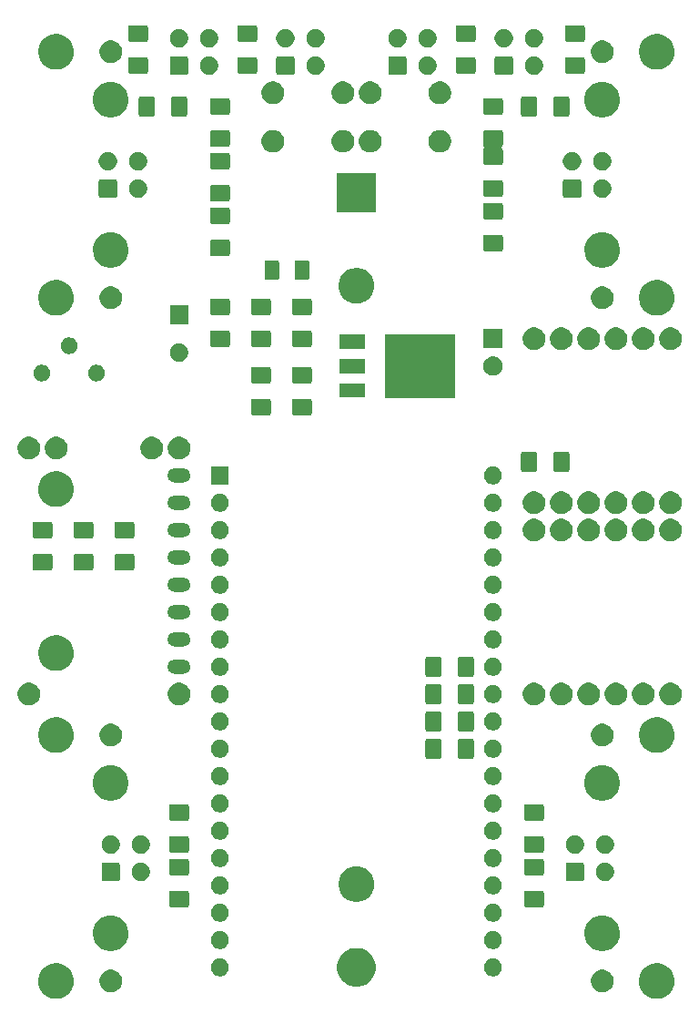
<source format=gbr>
G04 #@! TF.GenerationSoftware,KiCad,Pcbnew,(5.1.5)-3*
G04 #@! TF.CreationDate,2020-03-20T16:20:26+01:00*
G04 #@! TF.ProjectId,SmootherBoard,536d6f6f-7468-4657-9242-6f6172642e6b,rev?*
G04 #@! TF.SameCoordinates,Original*
G04 #@! TF.FileFunction,Soldermask,Bot*
G04 #@! TF.FilePolarity,Negative*
%FSLAX46Y46*%
G04 Gerber Fmt 4.6, Leading zero omitted, Abs format (unit mm)*
G04 Created by KiCad (PCBNEW (5.1.5)-3) date 2020-03-20 16:20:26*
%MOMM*%
%LPD*%
G04 APERTURE LIST*
%ADD10C,0.150000*%
G04 APERTURE END LIST*
D10*
G36*
X230245256Y-145711298D02*
G01*
X230351579Y-145732447D01*
X230652042Y-145856903D01*
X230922451Y-146037585D01*
X231152415Y-146267549D01*
X231270065Y-146443624D01*
X231333098Y-146537960D01*
X231348578Y-146575332D01*
X231450820Y-146822165D01*
X231457553Y-146838422D01*
X231521000Y-147157389D01*
X231521000Y-147482611D01*
X231488495Y-147646025D01*
X231457553Y-147801579D01*
X231333097Y-148102042D01*
X231152415Y-148372451D01*
X230922451Y-148602415D01*
X230652042Y-148783097D01*
X230351579Y-148907553D01*
X230245256Y-148928702D01*
X230032611Y-148971000D01*
X229707389Y-148971000D01*
X229494744Y-148928702D01*
X229388421Y-148907553D01*
X229087958Y-148783097D01*
X228817549Y-148602415D01*
X228587585Y-148372451D01*
X228406903Y-148102042D01*
X228282447Y-147801579D01*
X228251505Y-147646025D01*
X228219000Y-147482611D01*
X228219000Y-147157389D01*
X228282447Y-146838422D01*
X228289181Y-146822165D01*
X228391422Y-146575332D01*
X228406902Y-146537960D01*
X228469935Y-146443624D01*
X228587585Y-146267549D01*
X228817549Y-146037585D01*
X229087958Y-145856903D01*
X229388421Y-145732447D01*
X229494744Y-145711298D01*
X229707389Y-145669000D01*
X230032611Y-145669000D01*
X230245256Y-145711298D01*
G37*
G36*
X174365256Y-145711298D02*
G01*
X174471579Y-145732447D01*
X174772042Y-145856903D01*
X175042451Y-146037585D01*
X175272415Y-146267549D01*
X175390065Y-146443624D01*
X175453098Y-146537960D01*
X175468578Y-146575332D01*
X175570820Y-146822165D01*
X175577553Y-146838422D01*
X175641000Y-147157389D01*
X175641000Y-147482611D01*
X175608495Y-147646025D01*
X175577553Y-147801579D01*
X175453097Y-148102042D01*
X175272415Y-148372451D01*
X175042451Y-148602415D01*
X174772042Y-148783097D01*
X174471579Y-148907553D01*
X174365256Y-148928702D01*
X174152611Y-148971000D01*
X173827389Y-148971000D01*
X173614744Y-148928702D01*
X173508421Y-148907553D01*
X173207958Y-148783097D01*
X172937549Y-148602415D01*
X172707585Y-148372451D01*
X172526903Y-148102042D01*
X172402447Y-147801579D01*
X172371505Y-147646025D01*
X172339000Y-147482611D01*
X172339000Y-147157389D01*
X172402447Y-146838422D01*
X172409181Y-146822165D01*
X172511422Y-146575332D01*
X172526902Y-146537960D01*
X172589935Y-146443624D01*
X172707585Y-146267549D01*
X172937549Y-146037585D01*
X173207958Y-145856903D01*
X173508421Y-145732447D01*
X173614744Y-145711298D01*
X173827389Y-145669000D01*
X174152611Y-145669000D01*
X174365256Y-145711298D01*
G37*
G36*
X179376564Y-146309389D02*
G01*
X179567833Y-146388615D01*
X179567835Y-146388616D01*
X179739973Y-146503635D01*
X179886365Y-146650027D01*
X179977503Y-146786424D01*
X180001385Y-146822167D01*
X180080611Y-147013436D01*
X180121000Y-147216484D01*
X180121000Y-147423516D01*
X180080611Y-147626564D01*
X180001385Y-147817833D01*
X180001384Y-147817835D01*
X179886365Y-147989973D01*
X179739973Y-148136365D01*
X179567835Y-148251384D01*
X179567834Y-148251385D01*
X179567833Y-148251385D01*
X179376564Y-148330611D01*
X179173516Y-148371000D01*
X178966484Y-148371000D01*
X178763436Y-148330611D01*
X178572167Y-148251385D01*
X178572166Y-148251385D01*
X178572165Y-148251384D01*
X178400027Y-148136365D01*
X178253635Y-147989973D01*
X178138616Y-147817835D01*
X178138615Y-147817833D01*
X178059389Y-147626564D01*
X178019000Y-147423516D01*
X178019000Y-147216484D01*
X178059389Y-147013436D01*
X178138615Y-146822167D01*
X178162498Y-146786424D01*
X178253635Y-146650027D01*
X178400027Y-146503635D01*
X178572165Y-146388616D01*
X178572167Y-146388615D01*
X178763436Y-146309389D01*
X178966484Y-146269000D01*
X179173516Y-146269000D01*
X179376564Y-146309389D01*
G37*
G36*
X225096564Y-146309389D02*
G01*
X225287833Y-146388615D01*
X225287835Y-146388616D01*
X225459973Y-146503635D01*
X225606365Y-146650027D01*
X225697503Y-146786424D01*
X225721385Y-146822167D01*
X225800611Y-147013436D01*
X225841000Y-147216484D01*
X225841000Y-147423516D01*
X225800611Y-147626564D01*
X225721385Y-147817833D01*
X225721384Y-147817835D01*
X225606365Y-147989973D01*
X225459973Y-148136365D01*
X225287835Y-148251384D01*
X225287834Y-148251385D01*
X225287833Y-148251385D01*
X225096564Y-148330611D01*
X224893516Y-148371000D01*
X224686484Y-148371000D01*
X224483436Y-148330611D01*
X224292167Y-148251385D01*
X224292166Y-148251385D01*
X224292165Y-148251384D01*
X224120027Y-148136365D01*
X223973635Y-147989973D01*
X223858616Y-147817835D01*
X223858615Y-147817833D01*
X223779389Y-147626564D01*
X223739000Y-147423516D01*
X223739000Y-147216484D01*
X223779389Y-147013436D01*
X223858615Y-146822167D01*
X223882498Y-146786424D01*
X223973635Y-146650027D01*
X224120027Y-146503635D01*
X224292165Y-146388616D01*
X224292167Y-146388615D01*
X224483436Y-146309389D01*
X224686484Y-146269000D01*
X224893516Y-146269000D01*
X225096564Y-146309389D01*
G37*
G36*
X202455331Y-144318211D02*
G01*
X202783092Y-144453974D01*
X203078070Y-144651072D01*
X203328928Y-144901930D01*
X203526026Y-145196908D01*
X203661789Y-145524669D01*
X203731000Y-145872616D01*
X203731000Y-146227384D01*
X203661789Y-146575331D01*
X203526026Y-146903092D01*
X203328928Y-147198070D01*
X203078070Y-147448928D01*
X202783092Y-147646026D01*
X202455331Y-147781789D01*
X202107384Y-147851000D01*
X201752616Y-147851000D01*
X201404669Y-147781789D01*
X201076908Y-147646026D01*
X200781930Y-147448928D01*
X200531072Y-147198070D01*
X200333974Y-146903092D01*
X200198211Y-146575331D01*
X200129000Y-146227384D01*
X200129000Y-145872616D01*
X200198211Y-145524669D01*
X200333974Y-145196908D01*
X200531072Y-144901930D01*
X200781930Y-144651072D01*
X201076908Y-144453974D01*
X201404669Y-144318211D01*
X201752616Y-144249000D01*
X202107384Y-144249000D01*
X202455331Y-144318211D01*
G37*
G36*
X189472394Y-145250934D02*
G01*
X189623624Y-145313576D01*
X189623626Y-145313577D01*
X189759732Y-145404520D01*
X189875480Y-145520268D01*
X189966423Y-145656374D01*
X189966424Y-145656376D01*
X190029066Y-145807606D01*
X190061000Y-145968152D01*
X190061000Y-146131848D01*
X190029066Y-146292394D01*
X189989209Y-146388616D01*
X189966423Y-146443626D01*
X189875480Y-146579732D01*
X189759732Y-146695480D01*
X189623626Y-146786423D01*
X189623625Y-146786424D01*
X189623624Y-146786424D01*
X189472394Y-146849066D01*
X189311848Y-146881000D01*
X189148152Y-146881000D01*
X188987606Y-146849066D01*
X188836376Y-146786424D01*
X188836375Y-146786424D01*
X188836374Y-146786423D01*
X188700268Y-146695480D01*
X188584520Y-146579732D01*
X188493577Y-146443626D01*
X188470791Y-146388616D01*
X188430934Y-146292394D01*
X188399000Y-146131848D01*
X188399000Y-145968152D01*
X188430934Y-145807606D01*
X188493576Y-145656376D01*
X188493577Y-145656374D01*
X188584520Y-145520268D01*
X188700268Y-145404520D01*
X188836374Y-145313577D01*
X188836376Y-145313576D01*
X188987606Y-145250934D01*
X189148152Y-145219000D01*
X189311848Y-145219000D01*
X189472394Y-145250934D01*
G37*
G36*
X214872394Y-145250934D02*
G01*
X215023624Y-145313576D01*
X215023626Y-145313577D01*
X215159732Y-145404520D01*
X215275480Y-145520268D01*
X215366423Y-145656374D01*
X215366424Y-145656376D01*
X215429066Y-145807606D01*
X215461000Y-145968152D01*
X215461000Y-146131848D01*
X215429066Y-146292394D01*
X215389209Y-146388616D01*
X215366423Y-146443626D01*
X215275480Y-146579732D01*
X215159732Y-146695480D01*
X215023626Y-146786423D01*
X215023625Y-146786424D01*
X215023624Y-146786424D01*
X214872394Y-146849066D01*
X214711848Y-146881000D01*
X214548152Y-146881000D01*
X214387606Y-146849066D01*
X214236376Y-146786424D01*
X214236375Y-146786424D01*
X214236374Y-146786423D01*
X214100268Y-146695480D01*
X213984520Y-146579732D01*
X213893577Y-146443626D01*
X213870791Y-146388616D01*
X213830934Y-146292394D01*
X213799000Y-146131848D01*
X213799000Y-145968152D01*
X213830934Y-145807606D01*
X213893576Y-145656376D01*
X213893577Y-145656374D01*
X213984520Y-145520268D01*
X214100268Y-145404520D01*
X214236374Y-145313577D01*
X214236376Y-145313576D01*
X214387606Y-145250934D01*
X214548152Y-145219000D01*
X214711848Y-145219000D01*
X214872394Y-145250934D01*
G37*
G36*
X179445256Y-141266298D02*
G01*
X179551579Y-141287447D01*
X179852042Y-141411903D01*
X180122451Y-141592585D01*
X180352415Y-141822549D01*
X180352416Y-141822551D01*
X180533098Y-142092960D01*
X180657553Y-142393422D01*
X180721000Y-142712389D01*
X180721000Y-143037611D01*
X180678702Y-143250256D01*
X180657553Y-143356579D01*
X180533097Y-143657042D01*
X180352415Y-143927451D01*
X180122451Y-144157415D01*
X179852042Y-144338097D01*
X179551579Y-144462553D01*
X179445256Y-144483702D01*
X179232611Y-144526000D01*
X178907389Y-144526000D01*
X178694744Y-144483702D01*
X178588421Y-144462553D01*
X178287958Y-144338097D01*
X178017549Y-144157415D01*
X177787585Y-143927451D01*
X177606903Y-143657042D01*
X177482447Y-143356579D01*
X177461298Y-143250256D01*
X177419000Y-143037611D01*
X177419000Y-142712389D01*
X177482447Y-142393422D01*
X177606902Y-142092960D01*
X177787584Y-141822551D01*
X177787585Y-141822549D01*
X178017549Y-141592585D01*
X178287958Y-141411903D01*
X178588421Y-141287447D01*
X178694744Y-141266298D01*
X178907389Y-141224000D01*
X179232611Y-141224000D01*
X179445256Y-141266298D01*
G37*
G36*
X225165256Y-141266298D02*
G01*
X225271579Y-141287447D01*
X225572042Y-141411903D01*
X225842451Y-141592585D01*
X226072415Y-141822549D01*
X226072416Y-141822551D01*
X226253098Y-142092960D01*
X226377553Y-142393422D01*
X226441000Y-142712389D01*
X226441000Y-143037611D01*
X226398702Y-143250256D01*
X226377553Y-143356579D01*
X226253097Y-143657042D01*
X226072415Y-143927451D01*
X225842451Y-144157415D01*
X225572042Y-144338097D01*
X225271579Y-144462553D01*
X225165256Y-144483702D01*
X224952611Y-144526000D01*
X224627389Y-144526000D01*
X224414744Y-144483702D01*
X224308421Y-144462553D01*
X224007958Y-144338097D01*
X223737549Y-144157415D01*
X223507585Y-143927451D01*
X223326903Y-143657042D01*
X223202447Y-143356579D01*
X223181298Y-143250256D01*
X223139000Y-143037611D01*
X223139000Y-142712389D01*
X223202447Y-142393422D01*
X223326902Y-142092960D01*
X223507584Y-141822551D01*
X223507585Y-141822549D01*
X223737549Y-141592585D01*
X224007958Y-141411903D01*
X224308421Y-141287447D01*
X224414744Y-141266298D01*
X224627389Y-141224000D01*
X224952611Y-141224000D01*
X225165256Y-141266298D01*
G37*
G36*
X189472394Y-142710934D02*
G01*
X189623624Y-142773576D01*
X189623626Y-142773577D01*
X189759732Y-142864520D01*
X189875480Y-142980268D01*
X189913795Y-143037611D01*
X189966424Y-143116376D01*
X190029066Y-143267606D01*
X190061000Y-143428152D01*
X190061000Y-143591848D01*
X190029066Y-143752394D01*
X189966424Y-143903624D01*
X189966423Y-143903626D01*
X189875480Y-144039732D01*
X189759732Y-144155480D01*
X189623626Y-144246423D01*
X189623625Y-144246424D01*
X189623624Y-144246424D01*
X189472394Y-144309066D01*
X189311848Y-144341000D01*
X189148152Y-144341000D01*
X188987606Y-144309066D01*
X188836376Y-144246424D01*
X188836375Y-144246424D01*
X188836374Y-144246423D01*
X188700268Y-144155480D01*
X188584520Y-144039732D01*
X188493577Y-143903626D01*
X188493576Y-143903624D01*
X188430934Y-143752394D01*
X188399000Y-143591848D01*
X188399000Y-143428152D01*
X188430934Y-143267606D01*
X188493576Y-143116376D01*
X188546205Y-143037611D01*
X188584520Y-142980268D01*
X188700268Y-142864520D01*
X188836374Y-142773577D01*
X188836376Y-142773576D01*
X188987606Y-142710934D01*
X189148152Y-142679000D01*
X189311848Y-142679000D01*
X189472394Y-142710934D01*
G37*
G36*
X214872394Y-142710934D02*
G01*
X215023624Y-142773576D01*
X215023626Y-142773577D01*
X215159732Y-142864520D01*
X215275480Y-142980268D01*
X215313795Y-143037611D01*
X215366424Y-143116376D01*
X215429066Y-143267606D01*
X215461000Y-143428152D01*
X215461000Y-143591848D01*
X215429066Y-143752394D01*
X215366424Y-143903624D01*
X215366423Y-143903626D01*
X215275480Y-144039732D01*
X215159732Y-144155480D01*
X215023626Y-144246423D01*
X215023625Y-144246424D01*
X215023624Y-144246424D01*
X214872394Y-144309066D01*
X214711848Y-144341000D01*
X214548152Y-144341000D01*
X214387606Y-144309066D01*
X214236376Y-144246424D01*
X214236375Y-144246424D01*
X214236374Y-144246423D01*
X214100268Y-144155480D01*
X213984520Y-144039732D01*
X213893577Y-143903626D01*
X213893576Y-143903624D01*
X213830934Y-143752394D01*
X213799000Y-143591848D01*
X213799000Y-143428152D01*
X213830934Y-143267606D01*
X213893576Y-143116376D01*
X213946205Y-143037611D01*
X213984520Y-142980268D01*
X214100268Y-142864520D01*
X214236374Y-142773577D01*
X214236376Y-142773576D01*
X214387606Y-142710934D01*
X214548152Y-142679000D01*
X214711848Y-142679000D01*
X214872394Y-142710934D01*
G37*
G36*
X214872394Y-140170934D02*
G01*
X215023624Y-140233576D01*
X215023626Y-140233577D01*
X215159732Y-140324520D01*
X215275480Y-140440268D01*
X215366423Y-140576374D01*
X215366424Y-140576376D01*
X215429066Y-140727606D01*
X215461000Y-140888152D01*
X215461000Y-141051848D01*
X215429066Y-141212394D01*
X215366424Y-141363624D01*
X215366423Y-141363626D01*
X215275480Y-141499732D01*
X215159732Y-141615480D01*
X215023626Y-141706423D01*
X215023625Y-141706424D01*
X215023624Y-141706424D01*
X214872394Y-141769066D01*
X214711848Y-141801000D01*
X214548152Y-141801000D01*
X214387606Y-141769066D01*
X214236376Y-141706424D01*
X214236375Y-141706424D01*
X214236374Y-141706423D01*
X214100268Y-141615480D01*
X213984520Y-141499732D01*
X213893577Y-141363626D01*
X213893576Y-141363624D01*
X213830934Y-141212394D01*
X213799000Y-141051848D01*
X213799000Y-140888152D01*
X213830934Y-140727606D01*
X213893576Y-140576376D01*
X213893577Y-140576374D01*
X213984520Y-140440268D01*
X214100268Y-140324520D01*
X214236374Y-140233577D01*
X214236376Y-140233576D01*
X214387606Y-140170934D01*
X214548152Y-140139000D01*
X214711848Y-140139000D01*
X214872394Y-140170934D01*
G37*
G36*
X189472394Y-140170934D02*
G01*
X189623624Y-140233576D01*
X189623626Y-140233577D01*
X189759732Y-140324520D01*
X189875480Y-140440268D01*
X189966423Y-140576374D01*
X189966424Y-140576376D01*
X190029066Y-140727606D01*
X190061000Y-140888152D01*
X190061000Y-141051848D01*
X190029066Y-141212394D01*
X189966424Y-141363624D01*
X189966423Y-141363626D01*
X189875480Y-141499732D01*
X189759732Y-141615480D01*
X189623626Y-141706423D01*
X189623625Y-141706424D01*
X189623624Y-141706424D01*
X189472394Y-141769066D01*
X189311848Y-141801000D01*
X189148152Y-141801000D01*
X188987606Y-141769066D01*
X188836376Y-141706424D01*
X188836375Y-141706424D01*
X188836374Y-141706423D01*
X188700268Y-141615480D01*
X188584520Y-141499732D01*
X188493577Y-141363626D01*
X188493576Y-141363624D01*
X188430934Y-141212394D01*
X188399000Y-141051848D01*
X188399000Y-140888152D01*
X188430934Y-140727606D01*
X188493576Y-140576376D01*
X188493577Y-140576374D01*
X188584520Y-140440268D01*
X188700268Y-140324520D01*
X188836374Y-140233577D01*
X188836376Y-140233576D01*
X188987606Y-140170934D01*
X189148152Y-140139000D01*
X189311848Y-140139000D01*
X189472394Y-140170934D01*
G37*
G36*
X186195562Y-138940181D02*
G01*
X186230481Y-138950774D01*
X186262663Y-138967976D01*
X186290873Y-138991127D01*
X186314024Y-139019337D01*
X186331226Y-139051519D01*
X186341819Y-139086438D01*
X186346000Y-139128895D01*
X186346000Y-140270105D01*
X186341819Y-140312562D01*
X186331226Y-140347481D01*
X186314024Y-140379663D01*
X186290873Y-140407873D01*
X186262663Y-140431024D01*
X186230481Y-140448226D01*
X186195562Y-140458819D01*
X186153105Y-140463000D01*
X184686895Y-140463000D01*
X184644438Y-140458819D01*
X184609519Y-140448226D01*
X184577337Y-140431024D01*
X184549127Y-140407873D01*
X184525976Y-140379663D01*
X184508774Y-140347481D01*
X184498181Y-140312562D01*
X184494000Y-140270105D01*
X184494000Y-139128895D01*
X184498181Y-139086438D01*
X184508774Y-139051519D01*
X184525976Y-139019337D01*
X184549127Y-138991127D01*
X184577337Y-138967976D01*
X184609519Y-138950774D01*
X184644438Y-138940181D01*
X184686895Y-138936000D01*
X186153105Y-138936000D01*
X186195562Y-138940181D01*
G37*
G36*
X219215562Y-138940181D02*
G01*
X219250481Y-138950774D01*
X219282663Y-138967976D01*
X219310873Y-138991127D01*
X219334024Y-139019337D01*
X219351226Y-139051519D01*
X219361819Y-139086438D01*
X219366000Y-139128895D01*
X219366000Y-140270105D01*
X219361819Y-140312562D01*
X219351226Y-140347481D01*
X219334024Y-140379663D01*
X219310873Y-140407873D01*
X219282663Y-140431024D01*
X219250481Y-140448226D01*
X219215562Y-140458819D01*
X219173105Y-140463000D01*
X217706895Y-140463000D01*
X217664438Y-140458819D01*
X217629519Y-140448226D01*
X217597337Y-140431024D01*
X217569127Y-140407873D01*
X217545976Y-140379663D01*
X217528774Y-140347481D01*
X217518181Y-140312562D01*
X217514000Y-140270105D01*
X217514000Y-139128895D01*
X217518181Y-139086438D01*
X217528774Y-139051519D01*
X217545976Y-139019337D01*
X217569127Y-138991127D01*
X217597337Y-138967976D01*
X217629519Y-138950774D01*
X217664438Y-138940181D01*
X217706895Y-138936000D01*
X219173105Y-138936000D01*
X219215562Y-138940181D01*
G37*
G36*
X202268893Y-136689065D02*
G01*
X202411579Y-136717447D01*
X202712042Y-136841903D01*
X202982451Y-137022585D01*
X203212415Y-137252549D01*
X203393097Y-137522958D01*
X203517553Y-137823421D01*
X203535600Y-137914148D01*
X203581000Y-138142389D01*
X203581000Y-138467611D01*
X203540266Y-138672394D01*
X203517553Y-138786579D01*
X203393097Y-139087042D01*
X203212415Y-139357451D01*
X202982451Y-139587415D01*
X202712042Y-139768097D01*
X202411579Y-139892553D01*
X202305256Y-139913702D01*
X202092611Y-139956000D01*
X201767389Y-139956000D01*
X201554744Y-139913702D01*
X201448421Y-139892553D01*
X201147958Y-139768097D01*
X200877549Y-139587415D01*
X200647585Y-139357451D01*
X200466903Y-139087042D01*
X200342447Y-138786579D01*
X200319734Y-138672394D01*
X200279000Y-138467611D01*
X200279000Y-138142389D01*
X200324400Y-137914148D01*
X200342447Y-137823421D01*
X200466903Y-137522958D01*
X200647585Y-137252549D01*
X200877549Y-137022585D01*
X201147958Y-136841903D01*
X201448421Y-136717447D01*
X201591107Y-136689065D01*
X201767389Y-136654000D01*
X202092611Y-136654000D01*
X202268893Y-136689065D01*
G37*
G36*
X189472394Y-137630934D02*
G01*
X189623624Y-137693576D01*
X189623626Y-137693577D01*
X189759732Y-137784520D01*
X189875480Y-137900268D01*
X189966423Y-138036374D01*
X189966424Y-138036376D01*
X190029066Y-138187606D01*
X190061000Y-138348152D01*
X190061000Y-138511848D01*
X190029066Y-138672394D01*
X189966424Y-138823624D01*
X189966423Y-138823626D01*
X189875480Y-138959732D01*
X189759732Y-139075480D01*
X189623626Y-139166423D01*
X189623625Y-139166424D01*
X189623624Y-139166424D01*
X189472394Y-139229066D01*
X189311848Y-139261000D01*
X189148152Y-139261000D01*
X188987606Y-139229066D01*
X188836376Y-139166424D01*
X188836375Y-139166424D01*
X188836374Y-139166423D01*
X188700268Y-139075480D01*
X188584520Y-138959732D01*
X188493577Y-138823626D01*
X188493576Y-138823624D01*
X188430934Y-138672394D01*
X188399000Y-138511848D01*
X188399000Y-138348152D01*
X188430934Y-138187606D01*
X188493576Y-138036376D01*
X188493577Y-138036374D01*
X188584520Y-137900268D01*
X188700268Y-137784520D01*
X188836374Y-137693577D01*
X188836376Y-137693576D01*
X188987606Y-137630934D01*
X189148152Y-137599000D01*
X189311848Y-137599000D01*
X189472394Y-137630934D01*
G37*
G36*
X214872394Y-137630934D02*
G01*
X215023624Y-137693576D01*
X215023626Y-137693577D01*
X215159732Y-137784520D01*
X215275480Y-137900268D01*
X215366423Y-138036374D01*
X215366424Y-138036376D01*
X215429066Y-138187606D01*
X215461000Y-138348152D01*
X215461000Y-138511848D01*
X215429066Y-138672394D01*
X215366424Y-138823624D01*
X215366423Y-138823626D01*
X215275480Y-138959732D01*
X215159732Y-139075480D01*
X215023626Y-139166423D01*
X215023625Y-139166424D01*
X215023624Y-139166424D01*
X214872394Y-139229066D01*
X214711848Y-139261000D01*
X214548152Y-139261000D01*
X214387606Y-139229066D01*
X214236376Y-139166424D01*
X214236375Y-139166424D01*
X214236374Y-139166423D01*
X214100268Y-139075480D01*
X213984520Y-138959732D01*
X213893577Y-138823626D01*
X213893576Y-138823624D01*
X213830934Y-138672394D01*
X213799000Y-138511848D01*
X213799000Y-138348152D01*
X213830934Y-138187606D01*
X213893576Y-138036376D01*
X213893577Y-138036374D01*
X213984520Y-137900268D01*
X214100268Y-137784520D01*
X214236374Y-137693577D01*
X214236376Y-137693576D01*
X214387606Y-137630934D01*
X214548152Y-137599000D01*
X214711848Y-137599000D01*
X214872394Y-137630934D01*
G37*
G36*
X182118228Y-136341703D02*
G01*
X182273100Y-136405853D01*
X182412481Y-136498985D01*
X182531015Y-136617519D01*
X182624147Y-136756900D01*
X182688297Y-136911772D01*
X182721000Y-137076184D01*
X182721000Y-137243816D01*
X182688297Y-137408228D01*
X182624147Y-137563100D01*
X182531015Y-137702481D01*
X182412481Y-137821015D01*
X182273100Y-137914147D01*
X182118228Y-137978297D01*
X181953816Y-138011000D01*
X181786184Y-138011000D01*
X181621772Y-137978297D01*
X181466900Y-137914147D01*
X181327519Y-137821015D01*
X181208985Y-137702481D01*
X181115853Y-137563100D01*
X181051703Y-137408228D01*
X181019000Y-137243816D01*
X181019000Y-137076184D01*
X181051703Y-136911772D01*
X181115853Y-136756900D01*
X181208985Y-136617519D01*
X181327519Y-136498985D01*
X181466900Y-136405853D01*
X181621772Y-136341703D01*
X181786184Y-136309000D01*
X181953816Y-136309000D01*
X182118228Y-136341703D01*
G37*
G36*
X225298228Y-136341703D02*
G01*
X225453100Y-136405853D01*
X225592481Y-136498985D01*
X225711015Y-136617519D01*
X225804147Y-136756900D01*
X225868297Y-136911772D01*
X225901000Y-137076184D01*
X225901000Y-137243816D01*
X225868297Y-137408228D01*
X225804147Y-137563100D01*
X225711015Y-137702481D01*
X225592481Y-137821015D01*
X225453100Y-137914147D01*
X225298228Y-137978297D01*
X225133816Y-138011000D01*
X224966184Y-138011000D01*
X224801772Y-137978297D01*
X224646900Y-137914147D01*
X224507519Y-137821015D01*
X224388985Y-137702481D01*
X224295853Y-137563100D01*
X224231703Y-137408228D01*
X224199000Y-137243816D01*
X224199000Y-137076184D01*
X224231703Y-136911772D01*
X224295853Y-136756900D01*
X224388985Y-136617519D01*
X224507519Y-136498985D01*
X224646900Y-136405853D01*
X224801772Y-136341703D01*
X224966184Y-136309000D01*
X225133816Y-136309000D01*
X225298228Y-136341703D01*
G37*
G36*
X222956392Y-136313042D02*
G01*
X222989951Y-136323223D01*
X223020884Y-136339757D01*
X223047995Y-136362005D01*
X223070243Y-136389116D01*
X223086777Y-136420049D01*
X223096958Y-136453608D01*
X223101000Y-136494652D01*
X223101000Y-137825348D01*
X223096958Y-137866392D01*
X223086777Y-137899951D01*
X223070243Y-137930884D01*
X223047995Y-137957995D01*
X223020884Y-137980243D01*
X222989951Y-137996777D01*
X222956392Y-138006958D01*
X222915348Y-138011000D01*
X221584652Y-138011000D01*
X221543608Y-138006958D01*
X221510049Y-137996777D01*
X221479116Y-137980243D01*
X221452005Y-137957995D01*
X221429757Y-137930884D01*
X221413223Y-137899951D01*
X221403042Y-137866392D01*
X221399000Y-137825348D01*
X221399000Y-136494652D01*
X221403042Y-136453608D01*
X221413223Y-136420049D01*
X221429757Y-136389116D01*
X221452005Y-136362005D01*
X221479116Y-136339757D01*
X221510049Y-136323223D01*
X221543608Y-136313042D01*
X221584652Y-136309000D01*
X222915348Y-136309000D01*
X222956392Y-136313042D01*
G37*
G36*
X179776392Y-136313042D02*
G01*
X179809951Y-136323223D01*
X179840884Y-136339757D01*
X179867995Y-136362005D01*
X179890243Y-136389116D01*
X179906777Y-136420049D01*
X179916958Y-136453608D01*
X179921000Y-136494652D01*
X179921000Y-137825348D01*
X179916958Y-137866392D01*
X179906777Y-137899951D01*
X179890243Y-137930884D01*
X179867995Y-137957995D01*
X179840884Y-137980243D01*
X179809951Y-137996777D01*
X179776392Y-138006958D01*
X179735348Y-138011000D01*
X178404652Y-138011000D01*
X178363608Y-138006958D01*
X178330049Y-137996777D01*
X178299116Y-137980243D01*
X178272005Y-137957995D01*
X178249757Y-137930884D01*
X178233223Y-137899951D01*
X178223042Y-137866392D01*
X178219000Y-137825348D01*
X178219000Y-136494652D01*
X178223042Y-136453608D01*
X178233223Y-136420049D01*
X178249757Y-136389116D01*
X178272005Y-136362005D01*
X178299116Y-136339757D01*
X178330049Y-136323223D01*
X178363608Y-136313042D01*
X178404652Y-136309000D01*
X179735348Y-136309000D01*
X179776392Y-136313042D01*
G37*
G36*
X219215562Y-135965181D02*
G01*
X219250481Y-135975774D01*
X219282663Y-135992976D01*
X219310873Y-136016127D01*
X219334024Y-136044337D01*
X219351226Y-136076519D01*
X219361819Y-136111438D01*
X219366000Y-136153895D01*
X219366000Y-137295105D01*
X219361819Y-137337562D01*
X219351226Y-137372481D01*
X219334024Y-137404663D01*
X219310873Y-137432873D01*
X219282663Y-137456024D01*
X219250481Y-137473226D01*
X219215562Y-137483819D01*
X219173105Y-137488000D01*
X217706895Y-137488000D01*
X217664438Y-137483819D01*
X217629519Y-137473226D01*
X217597337Y-137456024D01*
X217569127Y-137432873D01*
X217545976Y-137404663D01*
X217528774Y-137372481D01*
X217518181Y-137337562D01*
X217514000Y-137295105D01*
X217514000Y-136153895D01*
X217518181Y-136111438D01*
X217528774Y-136076519D01*
X217545976Y-136044337D01*
X217569127Y-136016127D01*
X217597337Y-135992976D01*
X217629519Y-135975774D01*
X217664438Y-135965181D01*
X217706895Y-135961000D01*
X219173105Y-135961000D01*
X219215562Y-135965181D01*
G37*
G36*
X186195562Y-135965181D02*
G01*
X186230481Y-135975774D01*
X186262663Y-135992976D01*
X186290873Y-136016127D01*
X186314024Y-136044337D01*
X186331226Y-136076519D01*
X186341819Y-136111438D01*
X186346000Y-136153895D01*
X186346000Y-137295105D01*
X186341819Y-137337562D01*
X186331226Y-137372481D01*
X186314024Y-137404663D01*
X186290873Y-137432873D01*
X186262663Y-137456024D01*
X186230481Y-137473226D01*
X186195562Y-137483819D01*
X186153105Y-137488000D01*
X184686895Y-137488000D01*
X184644438Y-137483819D01*
X184609519Y-137473226D01*
X184577337Y-137456024D01*
X184549127Y-137432873D01*
X184525976Y-137404663D01*
X184508774Y-137372481D01*
X184498181Y-137337562D01*
X184494000Y-137295105D01*
X184494000Y-136153895D01*
X184498181Y-136111438D01*
X184508774Y-136076519D01*
X184525976Y-136044337D01*
X184549127Y-136016127D01*
X184577337Y-135992976D01*
X184609519Y-135975774D01*
X184644438Y-135965181D01*
X184686895Y-135961000D01*
X186153105Y-135961000D01*
X186195562Y-135965181D01*
G37*
G36*
X189472394Y-135090934D02*
G01*
X189623624Y-135153576D01*
X189623626Y-135153577D01*
X189759732Y-135244520D01*
X189875480Y-135360268D01*
X189966423Y-135496374D01*
X189966424Y-135496376D01*
X190029066Y-135647606D01*
X190061000Y-135808152D01*
X190061000Y-135971848D01*
X190029066Y-136132394D01*
X189966424Y-136283624D01*
X189966423Y-136283626D01*
X189875480Y-136419732D01*
X189759732Y-136535480D01*
X189623626Y-136626423D01*
X189623625Y-136626424D01*
X189623624Y-136626424D01*
X189472394Y-136689066D01*
X189311848Y-136721000D01*
X189148152Y-136721000D01*
X188987606Y-136689066D01*
X188836376Y-136626424D01*
X188836375Y-136626424D01*
X188836374Y-136626423D01*
X188700268Y-136535480D01*
X188584520Y-136419732D01*
X188493577Y-136283626D01*
X188493576Y-136283624D01*
X188430934Y-136132394D01*
X188399000Y-135971848D01*
X188399000Y-135808152D01*
X188430934Y-135647606D01*
X188493576Y-135496376D01*
X188493577Y-135496374D01*
X188584520Y-135360268D01*
X188700268Y-135244520D01*
X188836374Y-135153577D01*
X188836376Y-135153576D01*
X188987606Y-135090934D01*
X189148152Y-135059000D01*
X189311848Y-135059000D01*
X189472394Y-135090934D01*
G37*
G36*
X214872394Y-135090934D02*
G01*
X215023624Y-135153576D01*
X215023626Y-135153577D01*
X215159732Y-135244520D01*
X215275480Y-135360268D01*
X215366423Y-135496374D01*
X215366424Y-135496376D01*
X215429066Y-135647606D01*
X215461000Y-135808152D01*
X215461000Y-135971848D01*
X215429066Y-136132394D01*
X215366424Y-136283624D01*
X215366423Y-136283626D01*
X215275480Y-136419732D01*
X215159732Y-136535480D01*
X215023626Y-136626423D01*
X215023625Y-136626424D01*
X215023624Y-136626424D01*
X214872394Y-136689066D01*
X214711848Y-136721000D01*
X214548152Y-136721000D01*
X214387606Y-136689066D01*
X214236376Y-136626424D01*
X214236375Y-136626424D01*
X214236374Y-136626423D01*
X214100268Y-136535480D01*
X213984520Y-136419732D01*
X213893577Y-136283626D01*
X213893576Y-136283624D01*
X213830934Y-136132394D01*
X213799000Y-135971848D01*
X213799000Y-135808152D01*
X213830934Y-135647606D01*
X213893576Y-135496376D01*
X213893577Y-135496374D01*
X213984520Y-135360268D01*
X214100268Y-135244520D01*
X214236374Y-135153577D01*
X214236376Y-135153576D01*
X214387606Y-135090934D01*
X214548152Y-135059000D01*
X214711848Y-135059000D01*
X214872394Y-135090934D01*
G37*
G36*
X225298228Y-133801703D02*
G01*
X225453100Y-133865853D01*
X225592481Y-133958985D01*
X225711015Y-134077519D01*
X225804147Y-134216900D01*
X225868297Y-134371772D01*
X225901000Y-134536184D01*
X225901000Y-134703816D01*
X225868297Y-134868228D01*
X225804147Y-135023100D01*
X225711015Y-135162481D01*
X225592481Y-135281015D01*
X225453100Y-135374147D01*
X225298228Y-135438297D01*
X225133816Y-135471000D01*
X224966184Y-135471000D01*
X224801772Y-135438297D01*
X224646900Y-135374147D01*
X224507519Y-135281015D01*
X224388985Y-135162481D01*
X224295853Y-135023100D01*
X224231703Y-134868228D01*
X224199000Y-134703816D01*
X224199000Y-134536184D01*
X224231703Y-134371772D01*
X224295853Y-134216900D01*
X224388985Y-134077519D01*
X224507519Y-133958985D01*
X224646900Y-133865853D01*
X224801772Y-133801703D01*
X224966184Y-133769000D01*
X225133816Y-133769000D01*
X225298228Y-133801703D01*
G37*
G36*
X222498228Y-133801703D02*
G01*
X222653100Y-133865853D01*
X222792481Y-133958985D01*
X222911015Y-134077519D01*
X223004147Y-134216900D01*
X223068297Y-134371772D01*
X223101000Y-134536184D01*
X223101000Y-134703816D01*
X223068297Y-134868228D01*
X223004147Y-135023100D01*
X222911015Y-135162481D01*
X222792481Y-135281015D01*
X222653100Y-135374147D01*
X222498228Y-135438297D01*
X222333816Y-135471000D01*
X222166184Y-135471000D01*
X222001772Y-135438297D01*
X221846900Y-135374147D01*
X221707519Y-135281015D01*
X221588985Y-135162481D01*
X221495853Y-135023100D01*
X221431703Y-134868228D01*
X221399000Y-134703816D01*
X221399000Y-134536184D01*
X221431703Y-134371772D01*
X221495853Y-134216900D01*
X221588985Y-134077519D01*
X221707519Y-133958985D01*
X221846900Y-133865853D01*
X222001772Y-133801703D01*
X222166184Y-133769000D01*
X222333816Y-133769000D01*
X222498228Y-133801703D01*
G37*
G36*
X182118228Y-133801703D02*
G01*
X182273100Y-133865853D01*
X182412481Y-133958985D01*
X182531015Y-134077519D01*
X182624147Y-134216900D01*
X182688297Y-134371772D01*
X182721000Y-134536184D01*
X182721000Y-134703816D01*
X182688297Y-134868228D01*
X182624147Y-135023100D01*
X182531015Y-135162481D01*
X182412481Y-135281015D01*
X182273100Y-135374147D01*
X182118228Y-135438297D01*
X181953816Y-135471000D01*
X181786184Y-135471000D01*
X181621772Y-135438297D01*
X181466900Y-135374147D01*
X181327519Y-135281015D01*
X181208985Y-135162481D01*
X181115853Y-135023100D01*
X181051703Y-134868228D01*
X181019000Y-134703816D01*
X181019000Y-134536184D01*
X181051703Y-134371772D01*
X181115853Y-134216900D01*
X181208985Y-134077519D01*
X181327519Y-133958985D01*
X181466900Y-133865853D01*
X181621772Y-133801703D01*
X181786184Y-133769000D01*
X181953816Y-133769000D01*
X182118228Y-133801703D01*
G37*
G36*
X179318228Y-133801703D02*
G01*
X179473100Y-133865853D01*
X179612481Y-133958985D01*
X179731015Y-134077519D01*
X179824147Y-134216900D01*
X179888297Y-134371772D01*
X179921000Y-134536184D01*
X179921000Y-134703816D01*
X179888297Y-134868228D01*
X179824147Y-135023100D01*
X179731015Y-135162481D01*
X179612481Y-135281015D01*
X179473100Y-135374147D01*
X179318228Y-135438297D01*
X179153816Y-135471000D01*
X178986184Y-135471000D01*
X178821772Y-135438297D01*
X178666900Y-135374147D01*
X178527519Y-135281015D01*
X178408985Y-135162481D01*
X178315853Y-135023100D01*
X178251703Y-134868228D01*
X178219000Y-134703816D01*
X178219000Y-134536184D01*
X178251703Y-134371772D01*
X178315853Y-134216900D01*
X178408985Y-134077519D01*
X178527519Y-133958985D01*
X178666900Y-133865853D01*
X178821772Y-133801703D01*
X178986184Y-133769000D01*
X179153816Y-133769000D01*
X179318228Y-133801703D01*
G37*
G36*
X186195562Y-133860181D02*
G01*
X186230481Y-133870774D01*
X186262663Y-133887976D01*
X186290873Y-133911127D01*
X186314024Y-133939337D01*
X186331226Y-133971519D01*
X186341819Y-134006438D01*
X186346000Y-134048895D01*
X186346000Y-135190105D01*
X186341819Y-135232562D01*
X186331226Y-135267481D01*
X186314024Y-135299663D01*
X186290873Y-135327873D01*
X186262663Y-135351024D01*
X186230481Y-135368226D01*
X186195562Y-135378819D01*
X186153105Y-135383000D01*
X184686895Y-135383000D01*
X184644438Y-135378819D01*
X184609519Y-135368226D01*
X184577337Y-135351024D01*
X184549127Y-135327873D01*
X184525976Y-135299663D01*
X184508774Y-135267481D01*
X184498181Y-135232562D01*
X184494000Y-135190105D01*
X184494000Y-134048895D01*
X184498181Y-134006438D01*
X184508774Y-133971519D01*
X184525976Y-133939337D01*
X184549127Y-133911127D01*
X184577337Y-133887976D01*
X184609519Y-133870774D01*
X184644438Y-133860181D01*
X184686895Y-133856000D01*
X186153105Y-133856000D01*
X186195562Y-133860181D01*
G37*
G36*
X219215562Y-133860181D02*
G01*
X219250481Y-133870774D01*
X219282663Y-133887976D01*
X219310873Y-133911127D01*
X219334024Y-133939337D01*
X219351226Y-133971519D01*
X219361819Y-134006438D01*
X219366000Y-134048895D01*
X219366000Y-135190105D01*
X219361819Y-135232562D01*
X219351226Y-135267481D01*
X219334024Y-135299663D01*
X219310873Y-135327873D01*
X219282663Y-135351024D01*
X219250481Y-135368226D01*
X219215562Y-135378819D01*
X219173105Y-135383000D01*
X217706895Y-135383000D01*
X217664438Y-135378819D01*
X217629519Y-135368226D01*
X217597337Y-135351024D01*
X217569127Y-135327873D01*
X217545976Y-135299663D01*
X217528774Y-135267481D01*
X217518181Y-135232562D01*
X217514000Y-135190105D01*
X217514000Y-134048895D01*
X217518181Y-134006438D01*
X217528774Y-133971519D01*
X217545976Y-133939337D01*
X217569127Y-133911127D01*
X217597337Y-133887976D01*
X217629519Y-133870774D01*
X217664438Y-133860181D01*
X217706895Y-133856000D01*
X219173105Y-133856000D01*
X219215562Y-133860181D01*
G37*
G36*
X214872394Y-132550934D02*
G01*
X215023624Y-132613576D01*
X215023626Y-132613577D01*
X215159732Y-132704520D01*
X215275480Y-132820268D01*
X215366423Y-132956374D01*
X215366424Y-132956376D01*
X215429066Y-133107606D01*
X215461000Y-133268152D01*
X215461000Y-133431848D01*
X215429066Y-133592394D01*
X215366424Y-133743624D01*
X215366423Y-133743626D01*
X215275480Y-133879732D01*
X215159732Y-133995480D01*
X215023626Y-134086423D01*
X215023625Y-134086424D01*
X215023624Y-134086424D01*
X214872394Y-134149066D01*
X214711848Y-134181000D01*
X214548152Y-134181000D01*
X214387606Y-134149066D01*
X214236376Y-134086424D01*
X214236375Y-134086424D01*
X214236374Y-134086423D01*
X214100268Y-133995480D01*
X213984520Y-133879732D01*
X213893577Y-133743626D01*
X213893576Y-133743624D01*
X213830934Y-133592394D01*
X213799000Y-133431848D01*
X213799000Y-133268152D01*
X213830934Y-133107606D01*
X213893576Y-132956376D01*
X213893577Y-132956374D01*
X213984520Y-132820268D01*
X214100268Y-132704520D01*
X214236374Y-132613577D01*
X214236376Y-132613576D01*
X214387606Y-132550934D01*
X214548152Y-132519000D01*
X214711848Y-132519000D01*
X214872394Y-132550934D01*
G37*
G36*
X189472394Y-132550934D02*
G01*
X189623624Y-132613576D01*
X189623626Y-132613577D01*
X189759732Y-132704520D01*
X189875480Y-132820268D01*
X189966423Y-132956374D01*
X189966424Y-132956376D01*
X190029066Y-133107606D01*
X190061000Y-133268152D01*
X190061000Y-133431848D01*
X190029066Y-133592394D01*
X189966424Y-133743624D01*
X189966423Y-133743626D01*
X189875480Y-133879732D01*
X189759732Y-133995480D01*
X189623626Y-134086423D01*
X189623625Y-134086424D01*
X189623624Y-134086424D01*
X189472394Y-134149066D01*
X189311848Y-134181000D01*
X189148152Y-134181000D01*
X188987606Y-134149066D01*
X188836376Y-134086424D01*
X188836375Y-134086424D01*
X188836374Y-134086423D01*
X188700268Y-133995480D01*
X188584520Y-133879732D01*
X188493577Y-133743626D01*
X188493576Y-133743624D01*
X188430934Y-133592394D01*
X188399000Y-133431848D01*
X188399000Y-133268152D01*
X188430934Y-133107606D01*
X188493576Y-132956376D01*
X188493577Y-132956374D01*
X188584520Y-132820268D01*
X188700268Y-132704520D01*
X188836374Y-132613577D01*
X188836376Y-132613576D01*
X188987606Y-132550934D01*
X189148152Y-132519000D01*
X189311848Y-132519000D01*
X189472394Y-132550934D01*
G37*
G36*
X219215562Y-130885181D02*
G01*
X219250481Y-130895774D01*
X219282663Y-130912976D01*
X219310873Y-130936127D01*
X219334024Y-130964337D01*
X219351226Y-130996519D01*
X219361819Y-131031438D01*
X219366000Y-131073895D01*
X219366000Y-132215105D01*
X219361819Y-132257562D01*
X219351226Y-132292481D01*
X219334024Y-132324663D01*
X219310873Y-132352873D01*
X219282663Y-132376024D01*
X219250481Y-132393226D01*
X219215562Y-132403819D01*
X219173105Y-132408000D01*
X217706895Y-132408000D01*
X217664438Y-132403819D01*
X217629519Y-132393226D01*
X217597337Y-132376024D01*
X217569127Y-132352873D01*
X217545976Y-132324663D01*
X217528774Y-132292481D01*
X217518181Y-132257562D01*
X217514000Y-132215105D01*
X217514000Y-131073895D01*
X217518181Y-131031438D01*
X217528774Y-130996519D01*
X217545976Y-130964337D01*
X217569127Y-130936127D01*
X217597337Y-130912976D01*
X217629519Y-130895774D01*
X217664438Y-130885181D01*
X217706895Y-130881000D01*
X219173105Y-130881000D01*
X219215562Y-130885181D01*
G37*
G36*
X186195562Y-130885181D02*
G01*
X186230481Y-130895774D01*
X186262663Y-130912976D01*
X186290873Y-130936127D01*
X186314024Y-130964337D01*
X186331226Y-130996519D01*
X186341819Y-131031438D01*
X186346000Y-131073895D01*
X186346000Y-132215105D01*
X186341819Y-132257562D01*
X186331226Y-132292481D01*
X186314024Y-132324663D01*
X186290873Y-132352873D01*
X186262663Y-132376024D01*
X186230481Y-132393226D01*
X186195562Y-132403819D01*
X186153105Y-132408000D01*
X184686895Y-132408000D01*
X184644438Y-132403819D01*
X184609519Y-132393226D01*
X184577337Y-132376024D01*
X184549127Y-132352873D01*
X184525976Y-132324663D01*
X184508774Y-132292481D01*
X184498181Y-132257562D01*
X184494000Y-132215105D01*
X184494000Y-131073895D01*
X184498181Y-131031438D01*
X184508774Y-130996519D01*
X184525976Y-130964337D01*
X184549127Y-130936127D01*
X184577337Y-130912976D01*
X184609519Y-130895774D01*
X184644438Y-130885181D01*
X184686895Y-130881000D01*
X186153105Y-130881000D01*
X186195562Y-130885181D01*
G37*
G36*
X214872394Y-130010934D02*
G01*
X215023624Y-130073576D01*
X215023626Y-130073577D01*
X215159732Y-130164520D01*
X215275480Y-130280268D01*
X215334165Y-130368097D01*
X215366424Y-130416376D01*
X215429066Y-130567606D01*
X215461000Y-130728152D01*
X215461000Y-130891848D01*
X215429066Y-131052394D01*
X215366424Y-131203624D01*
X215366423Y-131203626D01*
X215275480Y-131339732D01*
X215159732Y-131455480D01*
X215023626Y-131546423D01*
X215023625Y-131546424D01*
X215023624Y-131546424D01*
X214872394Y-131609066D01*
X214711848Y-131641000D01*
X214548152Y-131641000D01*
X214387606Y-131609066D01*
X214236376Y-131546424D01*
X214236375Y-131546424D01*
X214236374Y-131546423D01*
X214100268Y-131455480D01*
X213984520Y-131339732D01*
X213893577Y-131203626D01*
X213893576Y-131203624D01*
X213830934Y-131052394D01*
X213799000Y-130891848D01*
X213799000Y-130728152D01*
X213830934Y-130567606D01*
X213893576Y-130416376D01*
X213925835Y-130368097D01*
X213984520Y-130280268D01*
X214100268Y-130164520D01*
X214236374Y-130073577D01*
X214236376Y-130073576D01*
X214387606Y-130010934D01*
X214548152Y-129979000D01*
X214711848Y-129979000D01*
X214872394Y-130010934D01*
G37*
G36*
X189472394Y-130010934D02*
G01*
X189623624Y-130073576D01*
X189623626Y-130073577D01*
X189759732Y-130164520D01*
X189875480Y-130280268D01*
X189934165Y-130368097D01*
X189966424Y-130416376D01*
X190029066Y-130567606D01*
X190061000Y-130728152D01*
X190061000Y-130891848D01*
X190029066Y-131052394D01*
X189966424Y-131203624D01*
X189966423Y-131203626D01*
X189875480Y-131339732D01*
X189759732Y-131455480D01*
X189623626Y-131546423D01*
X189623625Y-131546424D01*
X189623624Y-131546424D01*
X189472394Y-131609066D01*
X189311848Y-131641000D01*
X189148152Y-131641000D01*
X188987606Y-131609066D01*
X188836376Y-131546424D01*
X188836375Y-131546424D01*
X188836374Y-131546423D01*
X188700268Y-131455480D01*
X188584520Y-131339732D01*
X188493577Y-131203626D01*
X188493576Y-131203624D01*
X188430934Y-131052394D01*
X188399000Y-130891848D01*
X188399000Y-130728152D01*
X188430934Y-130567606D01*
X188493576Y-130416376D01*
X188525835Y-130368097D01*
X188584520Y-130280268D01*
X188700268Y-130164520D01*
X188836374Y-130073577D01*
X188836376Y-130073576D01*
X188987606Y-130010934D01*
X189148152Y-129979000D01*
X189311848Y-129979000D01*
X189472394Y-130010934D01*
G37*
G36*
X225165256Y-127296298D02*
G01*
X225271579Y-127317447D01*
X225572042Y-127441903D01*
X225842451Y-127622585D01*
X226072415Y-127852549D01*
X226253097Y-128122958D01*
X226347906Y-128351846D01*
X226377553Y-128423422D01*
X226441000Y-128742389D01*
X226441000Y-129067611D01*
X226434358Y-129101000D01*
X226377553Y-129386579D01*
X226253097Y-129687042D01*
X226072415Y-129957451D01*
X225842451Y-130187415D01*
X225572042Y-130368097D01*
X225271579Y-130492553D01*
X225165256Y-130513702D01*
X224952611Y-130556000D01*
X224627389Y-130556000D01*
X224414744Y-130513702D01*
X224308421Y-130492553D01*
X224007958Y-130368097D01*
X223737549Y-130187415D01*
X223507585Y-129957451D01*
X223326903Y-129687042D01*
X223202447Y-129386579D01*
X223145642Y-129101000D01*
X223139000Y-129067611D01*
X223139000Y-128742389D01*
X223202447Y-128423422D01*
X223232095Y-128351846D01*
X223326903Y-128122958D01*
X223507585Y-127852549D01*
X223737549Y-127622585D01*
X224007958Y-127441903D01*
X224308421Y-127317447D01*
X224414744Y-127296298D01*
X224627389Y-127254000D01*
X224952611Y-127254000D01*
X225165256Y-127296298D01*
G37*
G36*
X179445256Y-127296298D02*
G01*
X179551579Y-127317447D01*
X179852042Y-127441903D01*
X180122451Y-127622585D01*
X180352415Y-127852549D01*
X180533097Y-128122958D01*
X180627906Y-128351846D01*
X180657553Y-128423422D01*
X180721000Y-128742389D01*
X180721000Y-129067611D01*
X180714358Y-129101000D01*
X180657553Y-129386579D01*
X180533097Y-129687042D01*
X180352415Y-129957451D01*
X180122451Y-130187415D01*
X179852042Y-130368097D01*
X179551579Y-130492553D01*
X179445256Y-130513702D01*
X179232611Y-130556000D01*
X178907389Y-130556000D01*
X178694744Y-130513702D01*
X178588421Y-130492553D01*
X178287958Y-130368097D01*
X178017549Y-130187415D01*
X177787585Y-129957451D01*
X177606903Y-129687042D01*
X177482447Y-129386579D01*
X177425642Y-129101000D01*
X177419000Y-129067611D01*
X177419000Y-128742389D01*
X177482447Y-128423422D01*
X177512095Y-128351846D01*
X177606903Y-128122958D01*
X177787585Y-127852549D01*
X178017549Y-127622585D01*
X178287958Y-127441903D01*
X178588421Y-127317447D01*
X178694744Y-127296298D01*
X178907389Y-127254000D01*
X179232611Y-127254000D01*
X179445256Y-127296298D01*
G37*
G36*
X214872394Y-127470934D02*
G01*
X215023624Y-127533576D01*
X215023626Y-127533577D01*
X215159732Y-127624520D01*
X215275480Y-127740268D01*
X215350505Y-127852551D01*
X215366424Y-127876376D01*
X215429066Y-128027606D01*
X215461000Y-128188152D01*
X215461000Y-128351848D01*
X215429066Y-128512394D01*
X215366424Y-128663624D01*
X215366423Y-128663626D01*
X215275480Y-128799732D01*
X215159732Y-128915480D01*
X215023626Y-129006423D01*
X215023625Y-129006424D01*
X215023624Y-129006424D01*
X214872394Y-129069066D01*
X214711848Y-129101000D01*
X214548152Y-129101000D01*
X214387606Y-129069066D01*
X214236376Y-129006424D01*
X214236375Y-129006424D01*
X214236374Y-129006423D01*
X214100268Y-128915480D01*
X213984520Y-128799732D01*
X213893577Y-128663626D01*
X213893576Y-128663624D01*
X213830934Y-128512394D01*
X213799000Y-128351848D01*
X213799000Y-128188152D01*
X213830934Y-128027606D01*
X213893576Y-127876376D01*
X213909495Y-127852551D01*
X213984520Y-127740268D01*
X214100268Y-127624520D01*
X214236374Y-127533577D01*
X214236376Y-127533576D01*
X214387606Y-127470934D01*
X214548152Y-127439000D01*
X214711848Y-127439000D01*
X214872394Y-127470934D01*
G37*
G36*
X189472394Y-127470934D02*
G01*
X189623624Y-127533576D01*
X189623626Y-127533577D01*
X189759732Y-127624520D01*
X189875480Y-127740268D01*
X189950505Y-127852551D01*
X189966424Y-127876376D01*
X190029066Y-128027606D01*
X190061000Y-128188152D01*
X190061000Y-128351848D01*
X190029066Y-128512394D01*
X189966424Y-128663624D01*
X189966423Y-128663626D01*
X189875480Y-128799732D01*
X189759732Y-128915480D01*
X189623626Y-129006423D01*
X189623625Y-129006424D01*
X189623624Y-129006424D01*
X189472394Y-129069066D01*
X189311848Y-129101000D01*
X189148152Y-129101000D01*
X188987606Y-129069066D01*
X188836376Y-129006424D01*
X188836375Y-129006424D01*
X188836374Y-129006423D01*
X188700268Y-128915480D01*
X188584520Y-128799732D01*
X188493577Y-128663626D01*
X188493576Y-128663624D01*
X188430934Y-128512394D01*
X188399000Y-128351848D01*
X188399000Y-128188152D01*
X188430934Y-128027606D01*
X188493576Y-127876376D01*
X188509495Y-127852551D01*
X188584520Y-127740268D01*
X188700268Y-127624520D01*
X188836374Y-127533577D01*
X188836376Y-127533576D01*
X188987606Y-127470934D01*
X189148152Y-127439000D01*
X189311848Y-127439000D01*
X189472394Y-127470934D01*
G37*
G36*
X212702562Y-124808181D02*
G01*
X212737481Y-124818774D01*
X212769663Y-124835976D01*
X212797873Y-124859127D01*
X212821024Y-124887337D01*
X212838226Y-124919519D01*
X212848819Y-124954438D01*
X212853000Y-124996895D01*
X212853000Y-126463105D01*
X212848819Y-126505562D01*
X212838226Y-126540481D01*
X212821024Y-126572663D01*
X212797873Y-126600873D01*
X212769663Y-126624024D01*
X212737481Y-126641226D01*
X212702562Y-126651819D01*
X212660105Y-126656000D01*
X211518895Y-126656000D01*
X211476438Y-126651819D01*
X211441519Y-126641226D01*
X211409337Y-126624024D01*
X211381127Y-126600873D01*
X211357976Y-126572663D01*
X211340774Y-126540481D01*
X211330181Y-126505562D01*
X211326000Y-126463105D01*
X211326000Y-124996895D01*
X211330181Y-124954438D01*
X211340774Y-124919519D01*
X211357976Y-124887337D01*
X211381127Y-124859127D01*
X211409337Y-124835976D01*
X211441519Y-124818774D01*
X211476438Y-124808181D01*
X211518895Y-124804000D01*
X212660105Y-124804000D01*
X212702562Y-124808181D01*
G37*
G36*
X209727562Y-124808181D02*
G01*
X209762481Y-124818774D01*
X209794663Y-124835976D01*
X209822873Y-124859127D01*
X209846024Y-124887337D01*
X209863226Y-124919519D01*
X209873819Y-124954438D01*
X209878000Y-124996895D01*
X209878000Y-126463105D01*
X209873819Y-126505562D01*
X209863226Y-126540481D01*
X209846024Y-126572663D01*
X209822873Y-126600873D01*
X209794663Y-126624024D01*
X209762481Y-126641226D01*
X209727562Y-126651819D01*
X209685105Y-126656000D01*
X208543895Y-126656000D01*
X208501438Y-126651819D01*
X208466519Y-126641226D01*
X208434337Y-126624024D01*
X208406127Y-126600873D01*
X208382976Y-126572663D01*
X208365774Y-126540481D01*
X208355181Y-126505562D01*
X208351000Y-126463105D01*
X208351000Y-124996895D01*
X208355181Y-124954438D01*
X208365774Y-124919519D01*
X208382976Y-124887337D01*
X208406127Y-124859127D01*
X208434337Y-124835976D01*
X208466519Y-124818774D01*
X208501438Y-124808181D01*
X208543895Y-124804000D01*
X209685105Y-124804000D01*
X209727562Y-124808181D01*
G37*
G36*
X189472394Y-124930934D02*
G01*
X189623624Y-124993576D01*
X189623626Y-124993577D01*
X189759732Y-125084520D01*
X189875480Y-125200268D01*
X189903391Y-125242040D01*
X189966424Y-125336376D01*
X190029066Y-125487606D01*
X190061000Y-125648152D01*
X190061000Y-125811848D01*
X190029066Y-125972394D01*
X189971653Y-126111000D01*
X189966423Y-126123626D01*
X189875480Y-126259732D01*
X189759732Y-126375480D01*
X189623626Y-126466423D01*
X189623625Y-126466424D01*
X189623624Y-126466424D01*
X189472394Y-126529066D01*
X189311848Y-126561000D01*
X189148152Y-126561000D01*
X188987606Y-126529066D01*
X188836376Y-126466424D01*
X188836375Y-126466424D01*
X188836374Y-126466423D01*
X188700268Y-126375480D01*
X188584520Y-126259732D01*
X188493577Y-126123626D01*
X188488347Y-126111000D01*
X188430934Y-125972394D01*
X188399000Y-125811848D01*
X188399000Y-125648152D01*
X188430934Y-125487606D01*
X188493576Y-125336376D01*
X188556609Y-125242040D01*
X188584520Y-125200268D01*
X188700268Y-125084520D01*
X188836374Y-124993577D01*
X188836376Y-124993576D01*
X188987606Y-124930934D01*
X189148152Y-124899000D01*
X189311848Y-124899000D01*
X189472394Y-124930934D01*
G37*
G36*
X214872394Y-124930934D02*
G01*
X215023624Y-124993576D01*
X215023626Y-124993577D01*
X215159732Y-125084520D01*
X215275480Y-125200268D01*
X215303391Y-125242040D01*
X215366424Y-125336376D01*
X215429066Y-125487606D01*
X215461000Y-125648152D01*
X215461000Y-125811848D01*
X215429066Y-125972394D01*
X215371653Y-126111000D01*
X215366423Y-126123626D01*
X215275480Y-126259732D01*
X215159732Y-126375480D01*
X215023626Y-126466423D01*
X215023625Y-126466424D01*
X215023624Y-126466424D01*
X214872394Y-126529066D01*
X214711848Y-126561000D01*
X214548152Y-126561000D01*
X214387606Y-126529066D01*
X214236376Y-126466424D01*
X214236375Y-126466424D01*
X214236374Y-126466423D01*
X214100268Y-126375480D01*
X213984520Y-126259732D01*
X213893577Y-126123626D01*
X213888347Y-126111000D01*
X213830934Y-125972394D01*
X213799000Y-125811848D01*
X213799000Y-125648152D01*
X213830934Y-125487606D01*
X213893576Y-125336376D01*
X213956609Y-125242040D01*
X213984520Y-125200268D01*
X214100268Y-125084520D01*
X214236374Y-124993577D01*
X214236376Y-124993576D01*
X214387606Y-124930934D01*
X214548152Y-124899000D01*
X214711848Y-124899000D01*
X214872394Y-124930934D01*
G37*
G36*
X230245256Y-122851298D02*
G01*
X230351579Y-122872447D01*
X230652042Y-122996903D01*
X230922451Y-123177585D01*
X231152415Y-123407549D01*
X231333097Y-123677958D01*
X231452227Y-123965562D01*
X231457553Y-123978422D01*
X231521000Y-124297389D01*
X231521000Y-124622611D01*
X231483895Y-124809148D01*
X231457553Y-124941579D01*
X231333097Y-125242042D01*
X231152415Y-125512451D01*
X230922451Y-125742415D01*
X230652042Y-125923097D01*
X230351579Y-126047553D01*
X230245256Y-126068702D01*
X230032611Y-126111000D01*
X229707389Y-126111000D01*
X229494744Y-126068702D01*
X229388421Y-126047553D01*
X229087958Y-125923097D01*
X228817549Y-125742415D01*
X228587585Y-125512451D01*
X228406903Y-125242042D01*
X228282447Y-124941579D01*
X228256105Y-124809148D01*
X228219000Y-124622611D01*
X228219000Y-124297389D01*
X228282447Y-123978422D01*
X228287774Y-123965562D01*
X228406903Y-123677958D01*
X228587585Y-123407549D01*
X228817549Y-123177585D01*
X229087958Y-122996903D01*
X229388421Y-122872447D01*
X229494744Y-122851298D01*
X229707389Y-122809000D01*
X230032611Y-122809000D01*
X230245256Y-122851298D01*
G37*
G36*
X174365256Y-122851298D02*
G01*
X174471579Y-122872447D01*
X174772042Y-122996903D01*
X175042451Y-123177585D01*
X175272415Y-123407549D01*
X175453097Y-123677958D01*
X175572227Y-123965562D01*
X175577553Y-123978422D01*
X175641000Y-124297389D01*
X175641000Y-124622611D01*
X175603895Y-124809148D01*
X175577553Y-124941579D01*
X175453097Y-125242042D01*
X175272415Y-125512451D01*
X175042451Y-125742415D01*
X174772042Y-125923097D01*
X174471579Y-126047553D01*
X174365256Y-126068702D01*
X174152611Y-126111000D01*
X173827389Y-126111000D01*
X173614744Y-126068702D01*
X173508421Y-126047553D01*
X173207958Y-125923097D01*
X172937549Y-125742415D01*
X172707585Y-125512451D01*
X172526903Y-125242042D01*
X172402447Y-124941579D01*
X172376105Y-124809148D01*
X172339000Y-124622611D01*
X172339000Y-124297389D01*
X172402447Y-123978422D01*
X172407774Y-123965562D01*
X172526903Y-123677958D01*
X172707585Y-123407549D01*
X172937549Y-123177585D01*
X173207958Y-122996903D01*
X173508421Y-122872447D01*
X173614744Y-122851298D01*
X173827389Y-122809000D01*
X174152611Y-122809000D01*
X174365256Y-122851298D01*
G37*
G36*
X225096564Y-123449389D02*
G01*
X225287833Y-123528615D01*
X225287835Y-123528616D01*
X225459973Y-123643635D01*
X225606365Y-123790027D01*
X225713673Y-123950624D01*
X225721385Y-123962167D01*
X225800611Y-124153436D01*
X225841000Y-124356484D01*
X225841000Y-124563516D01*
X225800611Y-124766564D01*
X225722791Y-124954438D01*
X225721384Y-124957835D01*
X225606365Y-125129973D01*
X225459973Y-125276365D01*
X225287835Y-125391384D01*
X225287834Y-125391385D01*
X225287833Y-125391385D01*
X225096564Y-125470611D01*
X224893516Y-125511000D01*
X224686484Y-125511000D01*
X224483436Y-125470611D01*
X224292167Y-125391385D01*
X224292166Y-125391385D01*
X224292165Y-125391384D01*
X224120027Y-125276365D01*
X223973635Y-125129973D01*
X223858616Y-124957835D01*
X223857209Y-124954438D01*
X223779389Y-124766564D01*
X223739000Y-124563516D01*
X223739000Y-124356484D01*
X223779389Y-124153436D01*
X223858615Y-123962167D01*
X223866328Y-123950624D01*
X223973635Y-123790027D01*
X224120027Y-123643635D01*
X224292165Y-123528616D01*
X224292167Y-123528615D01*
X224483436Y-123449389D01*
X224686484Y-123409000D01*
X224893516Y-123409000D01*
X225096564Y-123449389D01*
G37*
G36*
X179376564Y-123449389D02*
G01*
X179567833Y-123528615D01*
X179567835Y-123528616D01*
X179739973Y-123643635D01*
X179886365Y-123790027D01*
X179993673Y-123950624D01*
X180001385Y-123962167D01*
X180080611Y-124153436D01*
X180121000Y-124356484D01*
X180121000Y-124563516D01*
X180080611Y-124766564D01*
X180002791Y-124954438D01*
X180001384Y-124957835D01*
X179886365Y-125129973D01*
X179739973Y-125276365D01*
X179567835Y-125391384D01*
X179567834Y-125391385D01*
X179567833Y-125391385D01*
X179376564Y-125470611D01*
X179173516Y-125511000D01*
X178966484Y-125511000D01*
X178763436Y-125470611D01*
X178572167Y-125391385D01*
X178572166Y-125391385D01*
X178572165Y-125391384D01*
X178400027Y-125276365D01*
X178253635Y-125129973D01*
X178138616Y-124957835D01*
X178137209Y-124954438D01*
X178059389Y-124766564D01*
X178019000Y-124563516D01*
X178019000Y-124356484D01*
X178059389Y-124153436D01*
X178138615Y-123962167D01*
X178146328Y-123950624D01*
X178253635Y-123790027D01*
X178400027Y-123643635D01*
X178572165Y-123528616D01*
X178572167Y-123528615D01*
X178763436Y-123449389D01*
X178966484Y-123409000D01*
X179173516Y-123409000D01*
X179376564Y-123449389D01*
G37*
G36*
X212702562Y-122268181D02*
G01*
X212737481Y-122278774D01*
X212769663Y-122295976D01*
X212797873Y-122319127D01*
X212821024Y-122347337D01*
X212838226Y-122379519D01*
X212848819Y-122414438D01*
X212853000Y-122456895D01*
X212853000Y-123923105D01*
X212848819Y-123965562D01*
X212838226Y-124000481D01*
X212821024Y-124032663D01*
X212797873Y-124060873D01*
X212769663Y-124084024D01*
X212737481Y-124101226D01*
X212702562Y-124111819D01*
X212660105Y-124116000D01*
X211518895Y-124116000D01*
X211476438Y-124111819D01*
X211441519Y-124101226D01*
X211409337Y-124084024D01*
X211381127Y-124060873D01*
X211357976Y-124032663D01*
X211340774Y-124000481D01*
X211330181Y-123965562D01*
X211326000Y-123923105D01*
X211326000Y-122456895D01*
X211330181Y-122414438D01*
X211340774Y-122379519D01*
X211357976Y-122347337D01*
X211381127Y-122319127D01*
X211409337Y-122295976D01*
X211441519Y-122278774D01*
X211476438Y-122268181D01*
X211518895Y-122264000D01*
X212660105Y-122264000D01*
X212702562Y-122268181D01*
G37*
G36*
X209727562Y-122268181D02*
G01*
X209762481Y-122278774D01*
X209794663Y-122295976D01*
X209822873Y-122319127D01*
X209846024Y-122347337D01*
X209863226Y-122379519D01*
X209873819Y-122414438D01*
X209878000Y-122456895D01*
X209878000Y-123923105D01*
X209873819Y-123965562D01*
X209863226Y-124000481D01*
X209846024Y-124032663D01*
X209822873Y-124060873D01*
X209794663Y-124084024D01*
X209762481Y-124101226D01*
X209727562Y-124111819D01*
X209685105Y-124116000D01*
X208543895Y-124116000D01*
X208501438Y-124111819D01*
X208466519Y-124101226D01*
X208434337Y-124084024D01*
X208406127Y-124060873D01*
X208382976Y-124032663D01*
X208365774Y-124000481D01*
X208355181Y-123965562D01*
X208351000Y-123923105D01*
X208351000Y-122456895D01*
X208355181Y-122414438D01*
X208365774Y-122379519D01*
X208382976Y-122347337D01*
X208406127Y-122319127D01*
X208434337Y-122295976D01*
X208466519Y-122278774D01*
X208501438Y-122268181D01*
X208543895Y-122264000D01*
X209685105Y-122264000D01*
X209727562Y-122268181D01*
G37*
G36*
X214872394Y-122390934D02*
G01*
X215023624Y-122453576D01*
X215023626Y-122453577D01*
X215159732Y-122544520D01*
X215275480Y-122660268D01*
X215366423Y-122796374D01*
X215366424Y-122796376D01*
X215429066Y-122947606D01*
X215461000Y-123108152D01*
X215461000Y-123271848D01*
X215429066Y-123432394D01*
X215389209Y-123528616D01*
X215366423Y-123583626D01*
X215275480Y-123719732D01*
X215159732Y-123835480D01*
X215023626Y-123926423D01*
X215023625Y-123926424D01*
X215023624Y-123926424D01*
X214872394Y-123989066D01*
X214711848Y-124021000D01*
X214548152Y-124021000D01*
X214387606Y-123989066D01*
X214236376Y-123926424D01*
X214236375Y-123926424D01*
X214236374Y-123926423D01*
X214100268Y-123835480D01*
X213984520Y-123719732D01*
X213893577Y-123583626D01*
X213870791Y-123528616D01*
X213830934Y-123432394D01*
X213799000Y-123271848D01*
X213799000Y-123108152D01*
X213830934Y-122947606D01*
X213893576Y-122796376D01*
X213893577Y-122796374D01*
X213984520Y-122660268D01*
X214100268Y-122544520D01*
X214236374Y-122453577D01*
X214236376Y-122453576D01*
X214387606Y-122390934D01*
X214548152Y-122359000D01*
X214711848Y-122359000D01*
X214872394Y-122390934D01*
G37*
G36*
X189472394Y-122390934D02*
G01*
X189623624Y-122453576D01*
X189623626Y-122453577D01*
X189759732Y-122544520D01*
X189875480Y-122660268D01*
X189966423Y-122796374D01*
X189966424Y-122796376D01*
X190029066Y-122947606D01*
X190061000Y-123108152D01*
X190061000Y-123271848D01*
X190029066Y-123432394D01*
X189989209Y-123528616D01*
X189966423Y-123583626D01*
X189875480Y-123719732D01*
X189759732Y-123835480D01*
X189623626Y-123926423D01*
X189623625Y-123926424D01*
X189623624Y-123926424D01*
X189472394Y-123989066D01*
X189311848Y-124021000D01*
X189148152Y-124021000D01*
X188987606Y-123989066D01*
X188836376Y-123926424D01*
X188836375Y-123926424D01*
X188836374Y-123926423D01*
X188700268Y-123835480D01*
X188584520Y-123719732D01*
X188493577Y-123583626D01*
X188470791Y-123528616D01*
X188430934Y-123432394D01*
X188399000Y-123271848D01*
X188399000Y-123108152D01*
X188430934Y-122947606D01*
X188493576Y-122796376D01*
X188493577Y-122796374D01*
X188584520Y-122660268D01*
X188700268Y-122544520D01*
X188836374Y-122453577D01*
X188836376Y-122453576D01*
X188987606Y-122390934D01*
X189148152Y-122359000D01*
X189311848Y-122359000D01*
X189472394Y-122390934D01*
G37*
G36*
X221286564Y-119639389D02*
G01*
X221477833Y-119718615D01*
X221477835Y-119718616D01*
X221649973Y-119833635D01*
X221796365Y-119980027D01*
X221890072Y-120120269D01*
X221911385Y-120152167D01*
X221990611Y-120343436D01*
X222031000Y-120546484D01*
X222031000Y-120753516D01*
X221990611Y-120956564D01*
X221911385Y-121147833D01*
X221911384Y-121147835D01*
X221796365Y-121319973D01*
X221649973Y-121466365D01*
X221477835Y-121581384D01*
X221477834Y-121581385D01*
X221477833Y-121581385D01*
X221286564Y-121660611D01*
X221083516Y-121701000D01*
X220876484Y-121701000D01*
X220673436Y-121660611D01*
X220482167Y-121581385D01*
X220482166Y-121581385D01*
X220482165Y-121581384D01*
X220310027Y-121466365D01*
X220163635Y-121319973D01*
X220048616Y-121147835D01*
X220048615Y-121147833D01*
X219969389Y-120956564D01*
X219929000Y-120753516D01*
X219929000Y-120546484D01*
X219969389Y-120343436D01*
X220048615Y-120152167D01*
X220069929Y-120120269D01*
X220163635Y-119980027D01*
X220310027Y-119833635D01*
X220482165Y-119718616D01*
X220482167Y-119718615D01*
X220673436Y-119639389D01*
X220876484Y-119599000D01*
X221083516Y-119599000D01*
X221286564Y-119639389D01*
G37*
G36*
X218746564Y-119639389D02*
G01*
X218937833Y-119718615D01*
X218937835Y-119718616D01*
X219109973Y-119833635D01*
X219256365Y-119980027D01*
X219350072Y-120120269D01*
X219371385Y-120152167D01*
X219450611Y-120343436D01*
X219491000Y-120546484D01*
X219491000Y-120753516D01*
X219450611Y-120956564D01*
X219371385Y-121147833D01*
X219371384Y-121147835D01*
X219256365Y-121319973D01*
X219109973Y-121466365D01*
X218937835Y-121581384D01*
X218937834Y-121581385D01*
X218937833Y-121581385D01*
X218746564Y-121660611D01*
X218543516Y-121701000D01*
X218336484Y-121701000D01*
X218133436Y-121660611D01*
X217942167Y-121581385D01*
X217942166Y-121581385D01*
X217942165Y-121581384D01*
X217770027Y-121466365D01*
X217623635Y-121319973D01*
X217508616Y-121147835D01*
X217508615Y-121147833D01*
X217429389Y-120956564D01*
X217389000Y-120753516D01*
X217389000Y-120546484D01*
X217429389Y-120343436D01*
X217508615Y-120152167D01*
X217529929Y-120120269D01*
X217623635Y-119980027D01*
X217770027Y-119833635D01*
X217942165Y-119718616D01*
X217942167Y-119718615D01*
X218133436Y-119639389D01*
X218336484Y-119599000D01*
X218543516Y-119599000D01*
X218746564Y-119639389D01*
G37*
G36*
X223826564Y-119639389D02*
G01*
X224017833Y-119718615D01*
X224017835Y-119718616D01*
X224189973Y-119833635D01*
X224336365Y-119980027D01*
X224430072Y-120120269D01*
X224451385Y-120152167D01*
X224530611Y-120343436D01*
X224571000Y-120546484D01*
X224571000Y-120753516D01*
X224530611Y-120956564D01*
X224451385Y-121147833D01*
X224451384Y-121147835D01*
X224336365Y-121319973D01*
X224189973Y-121466365D01*
X224017835Y-121581384D01*
X224017834Y-121581385D01*
X224017833Y-121581385D01*
X223826564Y-121660611D01*
X223623516Y-121701000D01*
X223416484Y-121701000D01*
X223213436Y-121660611D01*
X223022167Y-121581385D01*
X223022166Y-121581385D01*
X223022165Y-121581384D01*
X222850027Y-121466365D01*
X222703635Y-121319973D01*
X222588616Y-121147835D01*
X222588615Y-121147833D01*
X222509389Y-120956564D01*
X222469000Y-120753516D01*
X222469000Y-120546484D01*
X222509389Y-120343436D01*
X222588615Y-120152167D01*
X222609929Y-120120269D01*
X222703635Y-119980027D01*
X222850027Y-119833635D01*
X223022165Y-119718616D01*
X223022167Y-119718615D01*
X223213436Y-119639389D01*
X223416484Y-119599000D01*
X223623516Y-119599000D01*
X223826564Y-119639389D01*
G37*
G36*
X226366564Y-119639389D02*
G01*
X226557833Y-119718615D01*
X226557835Y-119718616D01*
X226729973Y-119833635D01*
X226876365Y-119980027D01*
X226970072Y-120120269D01*
X226991385Y-120152167D01*
X227070611Y-120343436D01*
X227111000Y-120546484D01*
X227111000Y-120753516D01*
X227070611Y-120956564D01*
X226991385Y-121147833D01*
X226991384Y-121147835D01*
X226876365Y-121319973D01*
X226729973Y-121466365D01*
X226557835Y-121581384D01*
X226557834Y-121581385D01*
X226557833Y-121581385D01*
X226366564Y-121660611D01*
X226163516Y-121701000D01*
X225956484Y-121701000D01*
X225753436Y-121660611D01*
X225562167Y-121581385D01*
X225562166Y-121581385D01*
X225562165Y-121581384D01*
X225390027Y-121466365D01*
X225243635Y-121319973D01*
X225128616Y-121147835D01*
X225128615Y-121147833D01*
X225049389Y-120956564D01*
X225009000Y-120753516D01*
X225009000Y-120546484D01*
X225049389Y-120343436D01*
X225128615Y-120152167D01*
X225149929Y-120120269D01*
X225243635Y-119980027D01*
X225390027Y-119833635D01*
X225562165Y-119718616D01*
X225562167Y-119718615D01*
X225753436Y-119639389D01*
X225956484Y-119599000D01*
X226163516Y-119599000D01*
X226366564Y-119639389D01*
G37*
G36*
X231446564Y-119639389D02*
G01*
X231637833Y-119718615D01*
X231637835Y-119718616D01*
X231809973Y-119833635D01*
X231956365Y-119980027D01*
X232050072Y-120120269D01*
X232071385Y-120152167D01*
X232150611Y-120343436D01*
X232191000Y-120546484D01*
X232191000Y-120753516D01*
X232150611Y-120956564D01*
X232071385Y-121147833D01*
X232071384Y-121147835D01*
X231956365Y-121319973D01*
X231809973Y-121466365D01*
X231637835Y-121581384D01*
X231637834Y-121581385D01*
X231637833Y-121581385D01*
X231446564Y-121660611D01*
X231243516Y-121701000D01*
X231036484Y-121701000D01*
X230833436Y-121660611D01*
X230642167Y-121581385D01*
X230642166Y-121581385D01*
X230642165Y-121581384D01*
X230470027Y-121466365D01*
X230323635Y-121319973D01*
X230208616Y-121147835D01*
X230208615Y-121147833D01*
X230129389Y-120956564D01*
X230089000Y-120753516D01*
X230089000Y-120546484D01*
X230129389Y-120343436D01*
X230208615Y-120152167D01*
X230229929Y-120120269D01*
X230323635Y-119980027D01*
X230470027Y-119833635D01*
X230642165Y-119718616D01*
X230642167Y-119718615D01*
X230833436Y-119639389D01*
X231036484Y-119599000D01*
X231243516Y-119599000D01*
X231446564Y-119639389D01*
G37*
G36*
X228906564Y-119639389D02*
G01*
X229097833Y-119718615D01*
X229097835Y-119718616D01*
X229269973Y-119833635D01*
X229416365Y-119980027D01*
X229510072Y-120120269D01*
X229531385Y-120152167D01*
X229610611Y-120343436D01*
X229651000Y-120546484D01*
X229651000Y-120753516D01*
X229610611Y-120956564D01*
X229531385Y-121147833D01*
X229531384Y-121147835D01*
X229416365Y-121319973D01*
X229269973Y-121466365D01*
X229097835Y-121581384D01*
X229097834Y-121581385D01*
X229097833Y-121581385D01*
X228906564Y-121660611D01*
X228703516Y-121701000D01*
X228496484Y-121701000D01*
X228293436Y-121660611D01*
X228102167Y-121581385D01*
X228102166Y-121581385D01*
X228102165Y-121581384D01*
X227930027Y-121466365D01*
X227783635Y-121319973D01*
X227668616Y-121147835D01*
X227668615Y-121147833D01*
X227589389Y-120956564D01*
X227549000Y-120753516D01*
X227549000Y-120546484D01*
X227589389Y-120343436D01*
X227668615Y-120152167D01*
X227689929Y-120120269D01*
X227783635Y-119980027D01*
X227930027Y-119833635D01*
X228102165Y-119718616D01*
X228102167Y-119718615D01*
X228293436Y-119639389D01*
X228496484Y-119599000D01*
X228703516Y-119599000D01*
X228906564Y-119639389D01*
G37*
G36*
X185726564Y-119639389D02*
G01*
X185917833Y-119718615D01*
X185917835Y-119718616D01*
X186089973Y-119833635D01*
X186236365Y-119980027D01*
X186330072Y-120120269D01*
X186351385Y-120152167D01*
X186430611Y-120343436D01*
X186471000Y-120546484D01*
X186471000Y-120753516D01*
X186430611Y-120956564D01*
X186351385Y-121147833D01*
X186351384Y-121147835D01*
X186236365Y-121319973D01*
X186089973Y-121466365D01*
X185917835Y-121581384D01*
X185917834Y-121581385D01*
X185917833Y-121581385D01*
X185726564Y-121660611D01*
X185523516Y-121701000D01*
X185316484Y-121701000D01*
X185113436Y-121660611D01*
X184922167Y-121581385D01*
X184922166Y-121581385D01*
X184922165Y-121581384D01*
X184750027Y-121466365D01*
X184603635Y-121319973D01*
X184488616Y-121147835D01*
X184488615Y-121147833D01*
X184409389Y-120956564D01*
X184369000Y-120753516D01*
X184369000Y-120546484D01*
X184409389Y-120343436D01*
X184488615Y-120152167D01*
X184509929Y-120120269D01*
X184603635Y-119980027D01*
X184750027Y-119833635D01*
X184922165Y-119718616D01*
X184922167Y-119718615D01*
X185113436Y-119639389D01*
X185316484Y-119599000D01*
X185523516Y-119599000D01*
X185726564Y-119639389D01*
G37*
G36*
X171756564Y-119639389D02*
G01*
X171947833Y-119718615D01*
X171947835Y-119718616D01*
X172119973Y-119833635D01*
X172266365Y-119980027D01*
X172360072Y-120120269D01*
X172381385Y-120152167D01*
X172460611Y-120343436D01*
X172501000Y-120546484D01*
X172501000Y-120753516D01*
X172460611Y-120956564D01*
X172381385Y-121147833D01*
X172381384Y-121147835D01*
X172266365Y-121319973D01*
X172119973Y-121466365D01*
X171947835Y-121581384D01*
X171947834Y-121581385D01*
X171947833Y-121581385D01*
X171756564Y-121660611D01*
X171553516Y-121701000D01*
X171346484Y-121701000D01*
X171143436Y-121660611D01*
X170952167Y-121581385D01*
X170952166Y-121581385D01*
X170952165Y-121581384D01*
X170780027Y-121466365D01*
X170633635Y-121319973D01*
X170518616Y-121147835D01*
X170518615Y-121147833D01*
X170439389Y-120956564D01*
X170399000Y-120753516D01*
X170399000Y-120546484D01*
X170439389Y-120343436D01*
X170518615Y-120152167D01*
X170539929Y-120120269D01*
X170633635Y-119980027D01*
X170780027Y-119833635D01*
X170952165Y-119718616D01*
X170952167Y-119718615D01*
X171143436Y-119639389D01*
X171346484Y-119599000D01*
X171553516Y-119599000D01*
X171756564Y-119639389D01*
G37*
G36*
X209727562Y-119728181D02*
G01*
X209762481Y-119738774D01*
X209794663Y-119755976D01*
X209822873Y-119779127D01*
X209846024Y-119807337D01*
X209863226Y-119839519D01*
X209873819Y-119874438D01*
X209878000Y-119916895D01*
X209878000Y-121383105D01*
X209873819Y-121425562D01*
X209863226Y-121460481D01*
X209846024Y-121492663D01*
X209822873Y-121520873D01*
X209794663Y-121544024D01*
X209762481Y-121561226D01*
X209727562Y-121571819D01*
X209685105Y-121576000D01*
X208543895Y-121576000D01*
X208501438Y-121571819D01*
X208466519Y-121561226D01*
X208434337Y-121544024D01*
X208406127Y-121520873D01*
X208382976Y-121492663D01*
X208365774Y-121460481D01*
X208355181Y-121425562D01*
X208351000Y-121383105D01*
X208351000Y-119916895D01*
X208355181Y-119874438D01*
X208365774Y-119839519D01*
X208382976Y-119807337D01*
X208406127Y-119779127D01*
X208434337Y-119755976D01*
X208466519Y-119738774D01*
X208501438Y-119728181D01*
X208543895Y-119724000D01*
X209685105Y-119724000D01*
X209727562Y-119728181D01*
G37*
G36*
X212702562Y-119728181D02*
G01*
X212737481Y-119738774D01*
X212769663Y-119755976D01*
X212797873Y-119779127D01*
X212821024Y-119807337D01*
X212838226Y-119839519D01*
X212848819Y-119874438D01*
X212853000Y-119916895D01*
X212853000Y-121383105D01*
X212848819Y-121425562D01*
X212838226Y-121460481D01*
X212821024Y-121492663D01*
X212797873Y-121520873D01*
X212769663Y-121544024D01*
X212737481Y-121561226D01*
X212702562Y-121571819D01*
X212660105Y-121576000D01*
X211518895Y-121576000D01*
X211476438Y-121571819D01*
X211441519Y-121561226D01*
X211409337Y-121544024D01*
X211381127Y-121520873D01*
X211357976Y-121492663D01*
X211340774Y-121460481D01*
X211330181Y-121425562D01*
X211326000Y-121383105D01*
X211326000Y-119916895D01*
X211330181Y-119874438D01*
X211340774Y-119839519D01*
X211357976Y-119807337D01*
X211381127Y-119779127D01*
X211409337Y-119755976D01*
X211441519Y-119738774D01*
X211476438Y-119728181D01*
X211518895Y-119724000D01*
X212660105Y-119724000D01*
X212702562Y-119728181D01*
G37*
G36*
X214872394Y-119850934D02*
G01*
X215023624Y-119913576D01*
X215023626Y-119913577D01*
X215159732Y-120004520D01*
X215275480Y-120120268D01*
X215296794Y-120152167D01*
X215366424Y-120256376D01*
X215429066Y-120407606D01*
X215461000Y-120568152D01*
X215461000Y-120731848D01*
X215429066Y-120892394D01*
X215402485Y-120956565D01*
X215366423Y-121043626D01*
X215275480Y-121179732D01*
X215159732Y-121295480D01*
X215023626Y-121386423D01*
X215023625Y-121386424D01*
X215023624Y-121386424D01*
X214872394Y-121449066D01*
X214711848Y-121481000D01*
X214548152Y-121481000D01*
X214387606Y-121449066D01*
X214236376Y-121386424D01*
X214236375Y-121386424D01*
X214236374Y-121386423D01*
X214100268Y-121295480D01*
X213984520Y-121179732D01*
X213893577Y-121043626D01*
X213857515Y-120956565D01*
X213830934Y-120892394D01*
X213799000Y-120731848D01*
X213799000Y-120568152D01*
X213830934Y-120407606D01*
X213893576Y-120256376D01*
X213963206Y-120152167D01*
X213984520Y-120120268D01*
X214100268Y-120004520D01*
X214236374Y-119913577D01*
X214236376Y-119913576D01*
X214387606Y-119850934D01*
X214548152Y-119819000D01*
X214711848Y-119819000D01*
X214872394Y-119850934D01*
G37*
G36*
X189472394Y-119850934D02*
G01*
X189623624Y-119913576D01*
X189623626Y-119913577D01*
X189759732Y-120004520D01*
X189875480Y-120120268D01*
X189896794Y-120152167D01*
X189966424Y-120256376D01*
X190029066Y-120407606D01*
X190061000Y-120568152D01*
X190061000Y-120731848D01*
X190029066Y-120892394D01*
X190002485Y-120956565D01*
X189966423Y-121043626D01*
X189875480Y-121179732D01*
X189759732Y-121295480D01*
X189623626Y-121386423D01*
X189623625Y-121386424D01*
X189623624Y-121386424D01*
X189472394Y-121449066D01*
X189311848Y-121481000D01*
X189148152Y-121481000D01*
X188987606Y-121449066D01*
X188836376Y-121386424D01*
X188836375Y-121386424D01*
X188836374Y-121386423D01*
X188700268Y-121295480D01*
X188584520Y-121179732D01*
X188493577Y-121043626D01*
X188457515Y-120956565D01*
X188430934Y-120892394D01*
X188399000Y-120731848D01*
X188399000Y-120568152D01*
X188430934Y-120407606D01*
X188493576Y-120256376D01*
X188563206Y-120152167D01*
X188584520Y-120120268D01*
X188700268Y-120004520D01*
X188836374Y-119913577D01*
X188836376Y-119913576D01*
X188987606Y-119850934D01*
X189148152Y-119819000D01*
X189311848Y-119819000D01*
X189472394Y-119850934D01*
G37*
G36*
X209727562Y-117188181D02*
G01*
X209762481Y-117198774D01*
X209794663Y-117215976D01*
X209822873Y-117239127D01*
X209846024Y-117267337D01*
X209863226Y-117299519D01*
X209873819Y-117334438D01*
X209878000Y-117376895D01*
X209878000Y-118843105D01*
X209873819Y-118885562D01*
X209863226Y-118920481D01*
X209846024Y-118952663D01*
X209822873Y-118980873D01*
X209794663Y-119004024D01*
X209762481Y-119021226D01*
X209727562Y-119031819D01*
X209685105Y-119036000D01*
X208543895Y-119036000D01*
X208501438Y-119031819D01*
X208466519Y-119021226D01*
X208434337Y-119004024D01*
X208406127Y-118980873D01*
X208382976Y-118952663D01*
X208365774Y-118920481D01*
X208355181Y-118885562D01*
X208351000Y-118843105D01*
X208351000Y-117376895D01*
X208355181Y-117334438D01*
X208365774Y-117299519D01*
X208382976Y-117267337D01*
X208406127Y-117239127D01*
X208434337Y-117215976D01*
X208466519Y-117198774D01*
X208501438Y-117188181D01*
X208543895Y-117184000D01*
X209685105Y-117184000D01*
X209727562Y-117188181D01*
G37*
G36*
X212702562Y-117188181D02*
G01*
X212737481Y-117198774D01*
X212769663Y-117215976D01*
X212797873Y-117239127D01*
X212821024Y-117267337D01*
X212838226Y-117299519D01*
X212848819Y-117334438D01*
X212853000Y-117376895D01*
X212853000Y-118843105D01*
X212848819Y-118885562D01*
X212838226Y-118920481D01*
X212821024Y-118952663D01*
X212797873Y-118980873D01*
X212769663Y-119004024D01*
X212737481Y-119021226D01*
X212702562Y-119031819D01*
X212660105Y-119036000D01*
X211518895Y-119036000D01*
X211476438Y-119031819D01*
X211441519Y-119021226D01*
X211409337Y-119004024D01*
X211381127Y-118980873D01*
X211357976Y-118952663D01*
X211340774Y-118920481D01*
X211330181Y-118885562D01*
X211326000Y-118843105D01*
X211326000Y-117376895D01*
X211330181Y-117334438D01*
X211340774Y-117299519D01*
X211357976Y-117267337D01*
X211381127Y-117239127D01*
X211409337Y-117215976D01*
X211441519Y-117198774D01*
X211476438Y-117188181D01*
X211518895Y-117184000D01*
X212660105Y-117184000D01*
X212702562Y-117188181D01*
G37*
G36*
X214872394Y-117310934D02*
G01*
X215023624Y-117373576D01*
X215023626Y-117373577D01*
X215159732Y-117464520D01*
X215275480Y-117580268D01*
X215366423Y-117716374D01*
X215366424Y-117716376D01*
X215429066Y-117867606D01*
X215461000Y-118028152D01*
X215461000Y-118191848D01*
X215429066Y-118352394D01*
X215371653Y-118491000D01*
X215366423Y-118503626D01*
X215275480Y-118639732D01*
X215159732Y-118755480D01*
X215023626Y-118846423D01*
X215023625Y-118846424D01*
X215023624Y-118846424D01*
X214872394Y-118909066D01*
X214711848Y-118941000D01*
X214548152Y-118941000D01*
X214387606Y-118909066D01*
X214236376Y-118846424D01*
X214236375Y-118846424D01*
X214236374Y-118846423D01*
X214100268Y-118755480D01*
X213984520Y-118639732D01*
X213893577Y-118503626D01*
X213888347Y-118491000D01*
X213830934Y-118352394D01*
X213799000Y-118191848D01*
X213799000Y-118028152D01*
X213830934Y-117867606D01*
X213893576Y-117716376D01*
X213893577Y-117716374D01*
X213984520Y-117580268D01*
X214100268Y-117464520D01*
X214236374Y-117373577D01*
X214236376Y-117373576D01*
X214387606Y-117310934D01*
X214548152Y-117279000D01*
X214711848Y-117279000D01*
X214872394Y-117310934D01*
G37*
G36*
X189472394Y-117310934D02*
G01*
X189623624Y-117373576D01*
X189623626Y-117373577D01*
X189759732Y-117464520D01*
X189875480Y-117580268D01*
X189966423Y-117716374D01*
X189966424Y-117716376D01*
X190029066Y-117867606D01*
X190061000Y-118028152D01*
X190061000Y-118191848D01*
X190029066Y-118352394D01*
X189971653Y-118491000D01*
X189966423Y-118503626D01*
X189875480Y-118639732D01*
X189759732Y-118755480D01*
X189623626Y-118846423D01*
X189623625Y-118846424D01*
X189623624Y-118846424D01*
X189472394Y-118909066D01*
X189311848Y-118941000D01*
X189148152Y-118941000D01*
X188987606Y-118909066D01*
X188836376Y-118846424D01*
X188836375Y-118846424D01*
X188836374Y-118846423D01*
X188700268Y-118755480D01*
X188584520Y-118639732D01*
X188493577Y-118503626D01*
X188488347Y-118491000D01*
X188430934Y-118352394D01*
X188399000Y-118191848D01*
X188399000Y-118028152D01*
X188430934Y-117867606D01*
X188493576Y-117716376D01*
X188493577Y-117716374D01*
X188584520Y-117580268D01*
X188700268Y-117464520D01*
X188836374Y-117373577D01*
X188836376Y-117373576D01*
X188987606Y-117310934D01*
X189148152Y-117279000D01*
X189311848Y-117279000D01*
X189472394Y-117310934D01*
G37*
G36*
X185883855Y-117462140D02*
G01*
X185947618Y-117468420D01*
X186038404Y-117495960D01*
X186070336Y-117505646D01*
X186183425Y-117566094D01*
X186282554Y-117647446D01*
X186363906Y-117746575D01*
X186424354Y-117859664D01*
X186424355Y-117859668D01*
X186461580Y-117982382D01*
X186474149Y-118110000D01*
X186461580Y-118237618D01*
X186441717Y-118303097D01*
X186424354Y-118360336D01*
X186363906Y-118473425D01*
X186282554Y-118572554D01*
X186183425Y-118653906D01*
X186070336Y-118714354D01*
X186038404Y-118724040D01*
X185947618Y-118751580D01*
X185883855Y-118757860D01*
X185851974Y-118761000D01*
X184988026Y-118761000D01*
X184956145Y-118757860D01*
X184892382Y-118751580D01*
X184801596Y-118724040D01*
X184769664Y-118714354D01*
X184656575Y-118653906D01*
X184557446Y-118572554D01*
X184476094Y-118473425D01*
X184415646Y-118360336D01*
X184398283Y-118303097D01*
X184378420Y-118237618D01*
X184365851Y-118110000D01*
X184378420Y-117982382D01*
X184415645Y-117859668D01*
X184415646Y-117859664D01*
X184476094Y-117746575D01*
X184557446Y-117647446D01*
X184656575Y-117566094D01*
X184769664Y-117505646D01*
X184801596Y-117495960D01*
X184892382Y-117468420D01*
X184956145Y-117462140D01*
X184988026Y-117459000D01*
X185851974Y-117459000D01*
X185883855Y-117462140D01*
G37*
G36*
X174365256Y-115231298D02*
G01*
X174471579Y-115252447D01*
X174772042Y-115376903D01*
X175042451Y-115557585D01*
X175272415Y-115787549D01*
X175453097Y-116057958D01*
X175453098Y-116057960D01*
X175489550Y-116145963D01*
X175556015Y-116306423D01*
X175577553Y-116358422D01*
X175641000Y-116677389D01*
X175641000Y-117002611D01*
X175603895Y-117189148D01*
X175577553Y-117321579D01*
X175554640Y-117376895D01*
X175476272Y-117566094D01*
X175453097Y-117622042D01*
X175272415Y-117892451D01*
X175042451Y-118122415D01*
X174772042Y-118303097D01*
X174471579Y-118427553D01*
X174365256Y-118448702D01*
X174152611Y-118491000D01*
X173827389Y-118491000D01*
X173614744Y-118448702D01*
X173508421Y-118427553D01*
X173207958Y-118303097D01*
X172937549Y-118122415D01*
X172707585Y-117892451D01*
X172526903Y-117622042D01*
X172503729Y-117566094D01*
X172425360Y-117376895D01*
X172402447Y-117321579D01*
X172376105Y-117189148D01*
X172339000Y-117002611D01*
X172339000Y-116677389D01*
X172402447Y-116358422D01*
X172423986Y-116306423D01*
X172490450Y-116145963D01*
X172526902Y-116057960D01*
X172526903Y-116057958D01*
X172707585Y-115787549D01*
X172937549Y-115557585D01*
X173207958Y-115376903D01*
X173508421Y-115252447D01*
X173614744Y-115231298D01*
X173827389Y-115189000D01*
X174152611Y-115189000D01*
X174365256Y-115231298D01*
G37*
G36*
X214872394Y-114770934D02*
G01*
X215023624Y-114833576D01*
X215023626Y-114833577D01*
X215159732Y-114924520D01*
X215275480Y-115040268D01*
X215366423Y-115176374D01*
X215366424Y-115176376D01*
X215429066Y-115327606D01*
X215461000Y-115488152D01*
X215461000Y-115651848D01*
X215429066Y-115812394D01*
X215366424Y-115963624D01*
X215366423Y-115963626D01*
X215275480Y-116099732D01*
X215159732Y-116215480D01*
X215023626Y-116306423D01*
X215023625Y-116306424D01*
X215023624Y-116306424D01*
X214872394Y-116369066D01*
X214711848Y-116401000D01*
X214548152Y-116401000D01*
X214387606Y-116369066D01*
X214236376Y-116306424D01*
X214236375Y-116306424D01*
X214236374Y-116306423D01*
X214100268Y-116215480D01*
X213984520Y-116099732D01*
X213893577Y-115963626D01*
X213893576Y-115963624D01*
X213830934Y-115812394D01*
X213799000Y-115651848D01*
X213799000Y-115488152D01*
X213830934Y-115327606D01*
X213893576Y-115176376D01*
X213893577Y-115176374D01*
X213984520Y-115040268D01*
X214100268Y-114924520D01*
X214236374Y-114833577D01*
X214236376Y-114833576D01*
X214387606Y-114770934D01*
X214548152Y-114739000D01*
X214711848Y-114739000D01*
X214872394Y-114770934D01*
G37*
G36*
X189472394Y-114770934D02*
G01*
X189623624Y-114833576D01*
X189623626Y-114833577D01*
X189759732Y-114924520D01*
X189875480Y-115040268D01*
X189966423Y-115176374D01*
X189966424Y-115176376D01*
X190029066Y-115327606D01*
X190061000Y-115488152D01*
X190061000Y-115651848D01*
X190029066Y-115812394D01*
X189966424Y-115963624D01*
X189966423Y-115963626D01*
X189875480Y-116099732D01*
X189759732Y-116215480D01*
X189623626Y-116306423D01*
X189623625Y-116306424D01*
X189623624Y-116306424D01*
X189472394Y-116369066D01*
X189311848Y-116401000D01*
X189148152Y-116401000D01*
X188987606Y-116369066D01*
X188836376Y-116306424D01*
X188836375Y-116306424D01*
X188836374Y-116306423D01*
X188700268Y-116215480D01*
X188584520Y-116099732D01*
X188493577Y-115963626D01*
X188493576Y-115963624D01*
X188430934Y-115812394D01*
X188399000Y-115651848D01*
X188399000Y-115488152D01*
X188430934Y-115327606D01*
X188493576Y-115176376D01*
X188493577Y-115176374D01*
X188584520Y-115040268D01*
X188700268Y-114924520D01*
X188836374Y-114833577D01*
X188836376Y-114833576D01*
X188987606Y-114770934D01*
X189148152Y-114739000D01*
X189311848Y-114739000D01*
X189472394Y-114770934D01*
G37*
G36*
X185883855Y-114922140D02*
G01*
X185947618Y-114928420D01*
X186038404Y-114955960D01*
X186070336Y-114965646D01*
X186183425Y-115026094D01*
X186282554Y-115107446D01*
X186363906Y-115206575D01*
X186424354Y-115319664D01*
X186424355Y-115319668D01*
X186461580Y-115442382D01*
X186474149Y-115570000D01*
X186461580Y-115697618D01*
X186434300Y-115787549D01*
X186424354Y-115820336D01*
X186363906Y-115933425D01*
X186282554Y-116032554D01*
X186183425Y-116113906D01*
X186070336Y-116174354D01*
X186038404Y-116184040D01*
X185947618Y-116211580D01*
X185883855Y-116217860D01*
X185851974Y-116221000D01*
X184988026Y-116221000D01*
X184956145Y-116217860D01*
X184892382Y-116211580D01*
X184801596Y-116184040D01*
X184769664Y-116174354D01*
X184656575Y-116113906D01*
X184557446Y-116032554D01*
X184476094Y-115933425D01*
X184415646Y-115820336D01*
X184405700Y-115787549D01*
X184378420Y-115697618D01*
X184365851Y-115570000D01*
X184378420Y-115442382D01*
X184415645Y-115319668D01*
X184415646Y-115319664D01*
X184476094Y-115206575D01*
X184557446Y-115107446D01*
X184656575Y-115026094D01*
X184769664Y-114965646D01*
X184801596Y-114955960D01*
X184892382Y-114928420D01*
X184956145Y-114922140D01*
X184988026Y-114919000D01*
X185851974Y-114919000D01*
X185883855Y-114922140D01*
G37*
G36*
X214872394Y-112230934D02*
G01*
X215023624Y-112293576D01*
X215023626Y-112293577D01*
X215159732Y-112384520D01*
X215275480Y-112500268D01*
X215366423Y-112636374D01*
X215366424Y-112636376D01*
X215429066Y-112787606D01*
X215461000Y-112948152D01*
X215461000Y-113111848D01*
X215429066Y-113272394D01*
X215366424Y-113423624D01*
X215366423Y-113423626D01*
X215275480Y-113559732D01*
X215159732Y-113675480D01*
X215023626Y-113766423D01*
X215023625Y-113766424D01*
X215023624Y-113766424D01*
X214872394Y-113829066D01*
X214711848Y-113861000D01*
X214548152Y-113861000D01*
X214387606Y-113829066D01*
X214236376Y-113766424D01*
X214236375Y-113766424D01*
X214236374Y-113766423D01*
X214100268Y-113675480D01*
X213984520Y-113559732D01*
X213893577Y-113423626D01*
X213893576Y-113423624D01*
X213830934Y-113272394D01*
X213799000Y-113111848D01*
X213799000Y-112948152D01*
X213830934Y-112787606D01*
X213893576Y-112636376D01*
X213893577Y-112636374D01*
X213984520Y-112500268D01*
X214100268Y-112384520D01*
X214236374Y-112293577D01*
X214236376Y-112293576D01*
X214387606Y-112230934D01*
X214548152Y-112199000D01*
X214711848Y-112199000D01*
X214872394Y-112230934D01*
G37*
G36*
X189472394Y-112230934D02*
G01*
X189623624Y-112293576D01*
X189623626Y-112293577D01*
X189759732Y-112384520D01*
X189875480Y-112500268D01*
X189966423Y-112636374D01*
X189966424Y-112636376D01*
X190029066Y-112787606D01*
X190061000Y-112948152D01*
X190061000Y-113111848D01*
X190029066Y-113272394D01*
X189966424Y-113423624D01*
X189966423Y-113423626D01*
X189875480Y-113559732D01*
X189759732Y-113675480D01*
X189623626Y-113766423D01*
X189623625Y-113766424D01*
X189623624Y-113766424D01*
X189472394Y-113829066D01*
X189311848Y-113861000D01*
X189148152Y-113861000D01*
X188987606Y-113829066D01*
X188836376Y-113766424D01*
X188836375Y-113766424D01*
X188836374Y-113766423D01*
X188700268Y-113675480D01*
X188584520Y-113559732D01*
X188493577Y-113423626D01*
X188493576Y-113423624D01*
X188430934Y-113272394D01*
X188399000Y-113111848D01*
X188399000Y-112948152D01*
X188430934Y-112787606D01*
X188493576Y-112636376D01*
X188493577Y-112636374D01*
X188584520Y-112500268D01*
X188700268Y-112384520D01*
X188836374Y-112293577D01*
X188836376Y-112293576D01*
X188987606Y-112230934D01*
X189148152Y-112199000D01*
X189311848Y-112199000D01*
X189472394Y-112230934D01*
G37*
G36*
X185883855Y-112382140D02*
G01*
X185947618Y-112388420D01*
X186038404Y-112415960D01*
X186070336Y-112425646D01*
X186183425Y-112486094D01*
X186282554Y-112567446D01*
X186363906Y-112666575D01*
X186424354Y-112779664D01*
X186424355Y-112779668D01*
X186461580Y-112902382D01*
X186474149Y-113030000D01*
X186461580Y-113157618D01*
X186434040Y-113248404D01*
X186424354Y-113280336D01*
X186363906Y-113393425D01*
X186282554Y-113492554D01*
X186183425Y-113573906D01*
X186070336Y-113634354D01*
X186038404Y-113644040D01*
X185947618Y-113671580D01*
X185883855Y-113677860D01*
X185851974Y-113681000D01*
X184988026Y-113681000D01*
X184956145Y-113677860D01*
X184892382Y-113671580D01*
X184801596Y-113644040D01*
X184769664Y-113634354D01*
X184656575Y-113573906D01*
X184557446Y-113492554D01*
X184476094Y-113393425D01*
X184415646Y-113280336D01*
X184405960Y-113248404D01*
X184378420Y-113157618D01*
X184365851Y-113030000D01*
X184378420Y-112902382D01*
X184415645Y-112779668D01*
X184415646Y-112779664D01*
X184476094Y-112666575D01*
X184557446Y-112567446D01*
X184656575Y-112486094D01*
X184769664Y-112425646D01*
X184801596Y-112415960D01*
X184892382Y-112388420D01*
X184956145Y-112382140D01*
X184988026Y-112379000D01*
X185851974Y-112379000D01*
X185883855Y-112382140D01*
G37*
G36*
X214872394Y-109690934D02*
G01*
X215023624Y-109753576D01*
X215023626Y-109753577D01*
X215159732Y-109844520D01*
X215275480Y-109960268D01*
X215366423Y-110096374D01*
X215366424Y-110096376D01*
X215429066Y-110247606D01*
X215461000Y-110408152D01*
X215461000Y-110571848D01*
X215429066Y-110732394D01*
X215366424Y-110883624D01*
X215366423Y-110883626D01*
X215275480Y-111019732D01*
X215159732Y-111135480D01*
X215023626Y-111226423D01*
X215023625Y-111226424D01*
X215023624Y-111226424D01*
X214872394Y-111289066D01*
X214711848Y-111321000D01*
X214548152Y-111321000D01*
X214387606Y-111289066D01*
X214236376Y-111226424D01*
X214236375Y-111226424D01*
X214236374Y-111226423D01*
X214100268Y-111135480D01*
X213984520Y-111019732D01*
X213893577Y-110883626D01*
X213893576Y-110883624D01*
X213830934Y-110732394D01*
X213799000Y-110571848D01*
X213799000Y-110408152D01*
X213830934Y-110247606D01*
X213893576Y-110096376D01*
X213893577Y-110096374D01*
X213984520Y-109960268D01*
X214100268Y-109844520D01*
X214236374Y-109753577D01*
X214236376Y-109753576D01*
X214387606Y-109690934D01*
X214548152Y-109659000D01*
X214711848Y-109659000D01*
X214872394Y-109690934D01*
G37*
G36*
X189472394Y-109690934D02*
G01*
X189623624Y-109753576D01*
X189623626Y-109753577D01*
X189759732Y-109844520D01*
X189875480Y-109960268D01*
X189966423Y-110096374D01*
X189966424Y-110096376D01*
X190029066Y-110247606D01*
X190061000Y-110408152D01*
X190061000Y-110571848D01*
X190029066Y-110732394D01*
X189966424Y-110883624D01*
X189966423Y-110883626D01*
X189875480Y-111019732D01*
X189759732Y-111135480D01*
X189623626Y-111226423D01*
X189623625Y-111226424D01*
X189623624Y-111226424D01*
X189472394Y-111289066D01*
X189311848Y-111321000D01*
X189148152Y-111321000D01*
X188987606Y-111289066D01*
X188836376Y-111226424D01*
X188836375Y-111226424D01*
X188836374Y-111226423D01*
X188700268Y-111135480D01*
X188584520Y-111019732D01*
X188493577Y-110883626D01*
X188493576Y-110883624D01*
X188430934Y-110732394D01*
X188399000Y-110571848D01*
X188399000Y-110408152D01*
X188430934Y-110247606D01*
X188493576Y-110096376D01*
X188493577Y-110096374D01*
X188584520Y-109960268D01*
X188700268Y-109844520D01*
X188836374Y-109753577D01*
X188836376Y-109753576D01*
X188987606Y-109690934D01*
X189148152Y-109659000D01*
X189311848Y-109659000D01*
X189472394Y-109690934D01*
G37*
G36*
X185883855Y-109842140D02*
G01*
X185947618Y-109848420D01*
X186038404Y-109875960D01*
X186070336Y-109885646D01*
X186183425Y-109946094D01*
X186282554Y-110027446D01*
X186363906Y-110126575D01*
X186424354Y-110239664D01*
X186424355Y-110239668D01*
X186461580Y-110362382D01*
X186474149Y-110490000D01*
X186461580Y-110617618D01*
X186434040Y-110708404D01*
X186424354Y-110740336D01*
X186363906Y-110853425D01*
X186282554Y-110952554D01*
X186183425Y-111033906D01*
X186070336Y-111094354D01*
X186038404Y-111104040D01*
X185947618Y-111131580D01*
X185883855Y-111137860D01*
X185851974Y-111141000D01*
X184988026Y-111141000D01*
X184956145Y-111137860D01*
X184892382Y-111131580D01*
X184801596Y-111104040D01*
X184769664Y-111094354D01*
X184656575Y-111033906D01*
X184557446Y-110952554D01*
X184476094Y-110853425D01*
X184415646Y-110740336D01*
X184405960Y-110708404D01*
X184378420Y-110617618D01*
X184365851Y-110490000D01*
X184378420Y-110362382D01*
X184415645Y-110239668D01*
X184415646Y-110239664D01*
X184476094Y-110126575D01*
X184557446Y-110027446D01*
X184656575Y-109946094D01*
X184769664Y-109885646D01*
X184801596Y-109875960D01*
X184892382Y-109848420D01*
X184956145Y-109842140D01*
X184988026Y-109839000D01*
X185851974Y-109839000D01*
X185883855Y-109842140D01*
G37*
G36*
X181115562Y-107626181D02*
G01*
X181150481Y-107636774D01*
X181182663Y-107653976D01*
X181210873Y-107677127D01*
X181234024Y-107705337D01*
X181251226Y-107737519D01*
X181261819Y-107772438D01*
X181266000Y-107814895D01*
X181266000Y-108956105D01*
X181261819Y-108998562D01*
X181251226Y-109033481D01*
X181234024Y-109065663D01*
X181210873Y-109093873D01*
X181182663Y-109117024D01*
X181150481Y-109134226D01*
X181115562Y-109144819D01*
X181073105Y-109149000D01*
X179606895Y-109149000D01*
X179564438Y-109144819D01*
X179529519Y-109134226D01*
X179497337Y-109117024D01*
X179469127Y-109093873D01*
X179445976Y-109065663D01*
X179428774Y-109033481D01*
X179418181Y-108998562D01*
X179414000Y-108956105D01*
X179414000Y-107814895D01*
X179418181Y-107772438D01*
X179428774Y-107737519D01*
X179445976Y-107705337D01*
X179469127Y-107677127D01*
X179497337Y-107653976D01*
X179529519Y-107636774D01*
X179564438Y-107626181D01*
X179606895Y-107622000D01*
X181073105Y-107622000D01*
X181115562Y-107626181D01*
G37*
G36*
X173495562Y-107626181D02*
G01*
X173530481Y-107636774D01*
X173562663Y-107653976D01*
X173590873Y-107677127D01*
X173614024Y-107705337D01*
X173631226Y-107737519D01*
X173641819Y-107772438D01*
X173646000Y-107814895D01*
X173646000Y-108956105D01*
X173641819Y-108998562D01*
X173631226Y-109033481D01*
X173614024Y-109065663D01*
X173590873Y-109093873D01*
X173562663Y-109117024D01*
X173530481Y-109134226D01*
X173495562Y-109144819D01*
X173453105Y-109149000D01*
X171986895Y-109149000D01*
X171944438Y-109144819D01*
X171909519Y-109134226D01*
X171877337Y-109117024D01*
X171849127Y-109093873D01*
X171825976Y-109065663D01*
X171808774Y-109033481D01*
X171798181Y-108998562D01*
X171794000Y-108956105D01*
X171794000Y-107814895D01*
X171798181Y-107772438D01*
X171808774Y-107737519D01*
X171825976Y-107705337D01*
X171849127Y-107677127D01*
X171877337Y-107653976D01*
X171909519Y-107636774D01*
X171944438Y-107626181D01*
X171986895Y-107622000D01*
X173453105Y-107622000D01*
X173495562Y-107626181D01*
G37*
G36*
X177305562Y-107626181D02*
G01*
X177340481Y-107636774D01*
X177372663Y-107653976D01*
X177400873Y-107677127D01*
X177424024Y-107705337D01*
X177441226Y-107737519D01*
X177451819Y-107772438D01*
X177456000Y-107814895D01*
X177456000Y-108956105D01*
X177451819Y-108998562D01*
X177441226Y-109033481D01*
X177424024Y-109065663D01*
X177400873Y-109093873D01*
X177372663Y-109117024D01*
X177340481Y-109134226D01*
X177305562Y-109144819D01*
X177263105Y-109149000D01*
X175796895Y-109149000D01*
X175754438Y-109144819D01*
X175719519Y-109134226D01*
X175687337Y-109117024D01*
X175659127Y-109093873D01*
X175635976Y-109065663D01*
X175618774Y-109033481D01*
X175608181Y-108998562D01*
X175604000Y-108956105D01*
X175604000Y-107814895D01*
X175608181Y-107772438D01*
X175618774Y-107737519D01*
X175635976Y-107705337D01*
X175659127Y-107677127D01*
X175687337Y-107653976D01*
X175719519Y-107636774D01*
X175754438Y-107626181D01*
X175796895Y-107622000D01*
X177263105Y-107622000D01*
X177305562Y-107626181D01*
G37*
G36*
X214872394Y-107150934D02*
G01*
X215023624Y-107213576D01*
X215023626Y-107213577D01*
X215159732Y-107304520D01*
X215275480Y-107420268D01*
X215366423Y-107556374D01*
X215366424Y-107556376D01*
X215429066Y-107707606D01*
X215461000Y-107868152D01*
X215461000Y-108031848D01*
X215429066Y-108192394D01*
X215366424Y-108343624D01*
X215366423Y-108343626D01*
X215275480Y-108479732D01*
X215159732Y-108595480D01*
X215023626Y-108686423D01*
X215023625Y-108686424D01*
X215023624Y-108686424D01*
X214872394Y-108749066D01*
X214711848Y-108781000D01*
X214548152Y-108781000D01*
X214387606Y-108749066D01*
X214236376Y-108686424D01*
X214236375Y-108686424D01*
X214236374Y-108686423D01*
X214100268Y-108595480D01*
X213984520Y-108479732D01*
X213893577Y-108343626D01*
X213893576Y-108343624D01*
X213830934Y-108192394D01*
X213799000Y-108031848D01*
X213799000Y-107868152D01*
X213830934Y-107707606D01*
X213893576Y-107556376D01*
X213893577Y-107556374D01*
X213984520Y-107420268D01*
X214100268Y-107304520D01*
X214236374Y-107213577D01*
X214236376Y-107213576D01*
X214387606Y-107150934D01*
X214548152Y-107119000D01*
X214711848Y-107119000D01*
X214872394Y-107150934D01*
G37*
G36*
X189472394Y-107150934D02*
G01*
X189623624Y-107213576D01*
X189623626Y-107213577D01*
X189759732Y-107304520D01*
X189875480Y-107420268D01*
X189966423Y-107556374D01*
X189966424Y-107556376D01*
X190029066Y-107707606D01*
X190061000Y-107868152D01*
X190061000Y-108031848D01*
X190029066Y-108192394D01*
X189966424Y-108343624D01*
X189966423Y-108343626D01*
X189875480Y-108479732D01*
X189759732Y-108595480D01*
X189623626Y-108686423D01*
X189623625Y-108686424D01*
X189623624Y-108686424D01*
X189472394Y-108749066D01*
X189311848Y-108781000D01*
X189148152Y-108781000D01*
X188987606Y-108749066D01*
X188836376Y-108686424D01*
X188836375Y-108686424D01*
X188836374Y-108686423D01*
X188700268Y-108595480D01*
X188584520Y-108479732D01*
X188493577Y-108343626D01*
X188493576Y-108343624D01*
X188430934Y-108192394D01*
X188399000Y-108031848D01*
X188399000Y-107868152D01*
X188430934Y-107707606D01*
X188493576Y-107556376D01*
X188493577Y-107556374D01*
X188584520Y-107420268D01*
X188700268Y-107304520D01*
X188836374Y-107213577D01*
X188836376Y-107213576D01*
X188987606Y-107150934D01*
X189148152Y-107119000D01*
X189311848Y-107119000D01*
X189472394Y-107150934D01*
G37*
G36*
X185883855Y-107302140D02*
G01*
X185947618Y-107308420D01*
X186038404Y-107335960D01*
X186070336Y-107345646D01*
X186183425Y-107406094D01*
X186282554Y-107487446D01*
X186363906Y-107586575D01*
X186424354Y-107699664D01*
X186424355Y-107699668D01*
X186461580Y-107822382D01*
X186474149Y-107950000D01*
X186461580Y-108077618D01*
X186434040Y-108168404D01*
X186424354Y-108200336D01*
X186363906Y-108313425D01*
X186282554Y-108412554D01*
X186183425Y-108493906D01*
X186070336Y-108554354D01*
X186038404Y-108564040D01*
X185947618Y-108591580D01*
X185883855Y-108597860D01*
X185851974Y-108601000D01*
X184988026Y-108601000D01*
X184956145Y-108597860D01*
X184892382Y-108591580D01*
X184801596Y-108564040D01*
X184769664Y-108554354D01*
X184656575Y-108493906D01*
X184557446Y-108412554D01*
X184476094Y-108313425D01*
X184415646Y-108200336D01*
X184405960Y-108168404D01*
X184378420Y-108077618D01*
X184365851Y-107950000D01*
X184378420Y-107822382D01*
X184415645Y-107699668D01*
X184415646Y-107699664D01*
X184476094Y-107586575D01*
X184557446Y-107487446D01*
X184656575Y-107406094D01*
X184769664Y-107345646D01*
X184801596Y-107335960D01*
X184892382Y-107308420D01*
X184956145Y-107302140D01*
X184988026Y-107299000D01*
X185851974Y-107299000D01*
X185883855Y-107302140D01*
G37*
G36*
X231446564Y-104399389D02*
G01*
X231637833Y-104478615D01*
X231637835Y-104478616D01*
X231809973Y-104593635D01*
X231956365Y-104740027D01*
X232050072Y-104880269D01*
X232071385Y-104912167D01*
X232150611Y-105103436D01*
X232191000Y-105306484D01*
X232191000Y-105513516D01*
X232150611Y-105716564D01*
X232085998Y-105872553D01*
X232071384Y-105907835D01*
X231956365Y-106079973D01*
X231809973Y-106226365D01*
X231637835Y-106341384D01*
X231637834Y-106341385D01*
X231637833Y-106341385D01*
X231446564Y-106420611D01*
X231243516Y-106461000D01*
X231036484Y-106461000D01*
X230833436Y-106420611D01*
X230642167Y-106341385D01*
X230642166Y-106341385D01*
X230642165Y-106341384D01*
X230470027Y-106226365D01*
X230323635Y-106079973D01*
X230208616Y-105907835D01*
X230194002Y-105872553D01*
X230129389Y-105716564D01*
X230089000Y-105513516D01*
X230089000Y-105306484D01*
X230129389Y-105103436D01*
X230208615Y-104912167D01*
X230229929Y-104880269D01*
X230323635Y-104740027D01*
X230470027Y-104593635D01*
X230642165Y-104478616D01*
X230642167Y-104478615D01*
X230833436Y-104399389D01*
X231036484Y-104359000D01*
X231243516Y-104359000D01*
X231446564Y-104399389D01*
G37*
G36*
X223826564Y-104399389D02*
G01*
X224017833Y-104478615D01*
X224017835Y-104478616D01*
X224189973Y-104593635D01*
X224336365Y-104740027D01*
X224430072Y-104880269D01*
X224451385Y-104912167D01*
X224530611Y-105103436D01*
X224571000Y-105306484D01*
X224571000Y-105513516D01*
X224530611Y-105716564D01*
X224465998Y-105872553D01*
X224451384Y-105907835D01*
X224336365Y-106079973D01*
X224189973Y-106226365D01*
X224017835Y-106341384D01*
X224017834Y-106341385D01*
X224017833Y-106341385D01*
X223826564Y-106420611D01*
X223623516Y-106461000D01*
X223416484Y-106461000D01*
X223213436Y-106420611D01*
X223022167Y-106341385D01*
X223022166Y-106341385D01*
X223022165Y-106341384D01*
X222850027Y-106226365D01*
X222703635Y-106079973D01*
X222588616Y-105907835D01*
X222574002Y-105872553D01*
X222509389Y-105716564D01*
X222469000Y-105513516D01*
X222469000Y-105306484D01*
X222509389Y-105103436D01*
X222588615Y-104912167D01*
X222609929Y-104880269D01*
X222703635Y-104740027D01*
X222850027Y-104593635D01*
X223022165Y-104478616D01*
X223022167Y-104478615D01*
X223213436Y-104399389D01*
X223416484Y-104359000D01*
X223623516Y-104359000D01*
X223826564Y-104399389D01*
G37*
G36*
X228906564Y-104399389D02*
G01*
X229097833Y-104478615D01*
X229097835Y-104478616D01*
X229269973Y-104593635D01*
X229416365Y-104740027D01*
X229510072Y-104880269D01*
X229531385Y-104912167D01*
X229610611Y-105103436D01*
X229651000Y-105306484D01*
X229651000Y-105513516D01*
X229610611Y-105716564D01*
X229545998Y-105872553D01*
X229531384Y-105907835D01*
X229416365Y-106079973D01*
X229269973Y-106226365D01*
X229097835Y-106341384D01*
X229097834Y-106341385D01*
X229097833Y-106341385D01*
X228906564Y-106420611D01*
X228703516Y-106461000D01*
X228496484Y-106461000D01*
X228293436Y-106420611D01*
X228102167Y-106341385D01*
X228102166Y-106341385D01*
X228102165Y-106341384D01*
X227930027Y-106226365D01*
X227783635Y-106079973D01*
X227668616Y-105907835D01*
X227654002Y-105872553D01*
X227589389Y-105716564D01*
X227549000Y-105513516D01*
X227549000Y-105306484D01*
X227589389Y-105103436D01*
X227668615Y-104912167D01*
X227689929Y-104880269D01*
X227783635Y-104740027D01*
X227930027Y-104593635D01*
X228102165Y-104478616D01*
X228102167Y-104478615D01*
X228293436Y-104399389D01*
X228496484Y-104359000D01*
X228703516Y-104359000D01*
X228906564Y-104399389D01*
G37*
G36*
X226366564Y-104399389D02*
G01*
X226557833Y-104478615D01*
X226557835Y-104478616D01*
X226729973Y-104593635D01*
X226876365Y-104740027D01*
X226970072Y-104880269D01*
X226991385Y-104912167D01*
X227070611Y-105103436D01*
X227111000Y-105306484D01*
X227111000Y-105513516D01*
X227070611Y-105716564D01*
X227005998Y-105872553D01*
X226991384Y-105907835D01*
X226876365Y-106079973D01*
X226729973Y-106226365D01*
X226557835Y-106341384D01*
X226557834Y-106341385D01*
X226557833Y-106341385D01*
X226366564Y-106420611D01*
X226163516Y-106461000D01*
X225956484Y-106461000D01*
X225753436Y-106420611D01*
X225562167Y-106341385D01*
X225562166Y-106341385D01*
X225562165Y-106341384D01*
X225390027Y-106226365D01*
X225243635Y-106079973D01*
X225128616Y-105907835D01*
X225114002Y-105872553D01*
X225049389Y-105716564D01*
X225009000Y-105513516D01*
X225009000Y-105306484D01*
X225049389Y-105103436D01*
X225128615Y-104912167D01*
X225149929Y-104880269D01*
X225243635Y-104740027D01*
X225390027Y-104593635D01*
X225562165Y-104478616D01*
X225562167Y-104478615D01*
X225753436Y-104399389D01*
X225956484Y-104359000D01*
X226163516Y-104359000D01*
X226366564Y-104399389D01*
G37*
G36*
X218746564Y-104399389D02*
G01*
X218937833Y-104478615D01*
X218937835Y-104478616D01*
X219109973Y-104593635D01*
X219256365Y-104740027D01*
X219350072Y-104880269D01*
X219371385Y-104912167D01*
X219450611Y-105103436D01*
X219491000Y-105306484D01*
X219491000Y-105513516D01*
X219450611Y-105716564D01*
X219385998Y-105872553D01*
X219371384Y-105907835D01*
X219256365Y-106079973D01*
X219109973Y-106226365D01*
X218937835Y-106341384D01*
X218937834Y-106341385D01*
X218937833Y-106341385D01*
X218746564Y-106420611D01*
X218543516Y-106461000D01*
X218336484Y-106461000D01*
X218133436Y-106420611D01*
X217942167Y-106341385D01*
X217942166Y-106341385D01*
X217942165Y-106341384D01*
X217770027Y-106226365D01*
X217623635Y-106079973D01*
X217508616Y-105907835D01*
X217494002Y-105872553D01*
X217429389Y-105716564D01*
X217389000Y-105513516D01*
X217389000Y-105306484D01*
X217429389Y-105103436D01*
X217508615Y-104912167D01*
X217529929Y-104880269D01*
X217623635Y-104740027D01*
X217770027Y-104593635D01*
X217942165Y-104478616D01*
X217942167Y-104478615D01*
X218133436Y-104399389D01*
X218336484Y-104359000D01*
X218543516Y-104359000D01*
X218746564Y-104399389D01*
G37*
G36*
X221286564Y-104399389D02*
G01*
X221477833Y-104478615D01*
X221477835Y-104478616D01*
X221649973Y-104593635D01*
X221796365Y-104740027D01*
X221890072Y-104880269D01*
X221911385Y-104912167D01*
X221990611Y-105103436D01*
X222031000Y-105306484D01*
X222031000Y-105513516D01*
X221990611Y-105716564D01*
X221925998Y-105872553D01*
X221911384Y-105907835D01*
X221796365Y-106079973D01*
X221649973Y-106226365D01*
X221477835Y-106341384D01*
X221477834Y-106341385D01*
X221477833Y-106341385D01*
X221286564Y-106420611D01*
X221083516Y-106461000D01*
X220876484Y-106461000D01*
X220673436Y-106420611D01*
X220482167Y-106341385D01*
X220482166Y-106341385D01*
X220482165Y-106341384D01*
X220310027Y-106226365D01*
X220163635Y-106079973D01*
X220048616Y-105907835D01*
X220034002Y-105872553D01*
X219969389Y-105716564D01*
X219929000Y-105513516D01*
X219929000Y-105306484D01*
X219969389Y-105103436D01*
X220048615Y-104912167D01*
X220069929Y-104880269D01*
X220163635Y-104740027D01*
X220310027Y-104593635D01*
X220482165Y-104478616D01*
X220482167Y-104478615D01*
X220673436Y-104399389D01*
X220876484Y-104359000D01*
X221083516Y-104359000D01*
X221286564Y-104399389D01*
G37*
G36*
X214872394Y-104610934D02*
G01*
X215023624Y-104673576D01*
X215023626Y-104673577D01*
X215159732Y-104764520D01*
X215275480Y-104880268D01*
X215366423Y-105016374D01*
X215366424Y-105016376D01*
X215429066Y-105167606D01*
X215461000Y-105328152D01*
X215461000Y-105491848D01*
X215429066Y-105652394D01*
X215366424Y-105803624D01*
X215366423Y-105803626D01*
X215275480Y-105939732D01*
X215159732Y-106055480D01*
X215023626Y-106146423D01*
X215023625Y-106146424D01*
X215023624Y-106146424D01*
X214872394Y-106209066D01*
X214711848Y-106241000D01*
X214548152Y-106241000D01*
X214387606Y-106209066D01*
X214236376Y-106146424D01*
X214236375Y-106146424D01*
X214236374Y-106146423D01*
X214100268Y-106055480D01*
X213984520Y-105939732D01*
X213893577Y-105803626D01*
X213893576Y-105803624D01*
X213830934Y-105652394D01*
X213799000Y-105491848D01*
X213799000Y-105328152D01*
X213830934Y-105167606D01*
X213893576Y-105016376D01*
X213893577Y-105016374D01*
X213984520Y-104880268D01*
X214100268Y-104764520D01*
X214236374Y-104673577D01*
X214236376Y-104673576D01*
X214387606Y-104610934D01*
X214548152Y-104579000D01*
X214711848Y-104579000D01*
X214872394Y-104610934D01*
G37*
G36*
X189472394Y-104610934D02*
G01*
X189623624Y-104673576D01*
X189623626Y-104673577D01*
X189759732Y-104764520D01*
X189875480Y-104880268D01*
X189966423Y-105016374D01*
X189966424Y-105016376D01*
X190029066Y-105167606D01*
X190061000Y-105328152D01*
X190061000Y-105491848D01*
X190029066Y-105652394D01*
X189966424Y-105803624D01*
X189966423Y-105803626D01*
X189875480Y-105939732D01*
X189759732Y-106055480D01*
X189623626Y-106146423D01*
X189623625Y-106146424D01*
X189623624Y-106146424D01*
X189472394Y-106209066D01*
X189311848Y-106241000D01*
X189148152Y-106241000D01*
X188987606Y-106209066D01*
X188836376Y-106146424D01*
X188836375Y-106146424D01*
X188836374Y-106146423D01*
X188700268Y-106055480D01*
X188584520Y-105939732D01*
X188493577Y-105803626D01*
X188493576Y-105803624D01*
X188430934Y-105652394D01*
X188399000Y-105491848D01*
X188399000Y-105328152D01*
X188430934Y-105167606D01*
X188493576Y-105016376D01*
X188493577Y-105016374D01*
X188584520Y-104880268D01*
X188700268Y-104764520D01*
X188836374Y-104673577D01*
X188836376Y-104673576D01*
X188987606Y-104610934D01*
X189148152Y-104579000D01*
X189311848Y-104579000D01*
X189472394Y-104610934D01*
G37*
G36*
X173495562Y-104651181D02*
G01*
X173530481Y-104661774D01*
X173562663Y-104678976D01*
X173590873Y-104702127D01*
X173614024Y-104730337D01*
X173631226Y-104762519D01*
X173641819Y-104797438D01*
X173646000Y-104839895D01*
X173646000Y-105981105D01*
X173641819Y-106023562D01*
X173631226Y-106058481D01*
X173614024Y-106090663D01*
X173590873Y-106118873D01*
X173562663Y-106142024D01*
X173530481Y-106159226D01*
X173495562Y-106169819D01*
X173453105Y-106174000D01*
X171986895Y-106174000D01*
X171944438Y-106169819D01*
X171909519Y-106159226D01*
X171877337Y-106142024D01*
X171849127Y-106118873D01*
X171825976Y-106090663D01*
X171808774Y-106058481D01*
X171798181Y-106023562D01*
X171794000Y-105981105D01*
X171794000Y-104839895D01*
X171798181Y-104797438D01*
X171808774Y-104762519D01*
X171825976Y-104730337D01*
X171849127Y-104702127D01*
X171877337Y-104678976D01*
X171909519Y-104661774D01*
X171944438Y-104651181D01*
X171986895Y-104647000D01*
X173453105Y-104647000D01*
X173495562Y-104651181D01*
G37*
G36*
X181115562Y-104651181D02*
G01*
X181150481Y-104661774D01*
X181182663Y-104678976D01*
X181210873Y-104702127D01*
X181234024Y-104730337D01*
X181251226Y-104762519D01*
X181261819Y-104797438D01*
X181266000Y-104839895D01*
X181266000Y-105981105D01*
X181261819Y-106023562D01*
X181251226Y-106058481D01*
X181234024Y-106090663D01*
X181210873Y-106118873D01*
X181182663Y-106142024D01*
X181150481Y-106159226D01*
X181115562Y-106169819D01*
X181073105Y-106174000D01*
X179606895Y-106174000D01*
X179564438Y-106169819D01*
X179529519Y-106159226D01*
X179497337Y-106142024D01*
X179469127Y-106118873D01*
X179445976Y-106090663D01*
X179428774Y-106058481D01*
X179418181Y-106023562D01*
X179414000Y-105981105D01*
X179414000Y-104839895D01*
X179418181Y-104797438D01*
X179428774Y-104762519D01*
X179445976Y-104730337D01*
X179469127Y-104702127D01*
X179497337Y-104678976D01*
X179529519Y-104661774D01*
X179564438Y-104651181D01*
X179606895Y-104647000D01*
X181073105Y-104647000D01*
X181115562Y-104651181D01*
G37*
G36*
X177305562Y-104651181D02*
G01*
X177340481Y-104661774D01*
X177372663Y-104678976D01*
X177400873Y-104702127D01*
X177424024Y-104730337D01*
X177441226Y-104762519D01*
X177451819Y-104797438D01*
X177456000Y-104839895D01*
X177456000Y-105981105D01*
X177451819Y-106023562D01*
X177441226Y-106058481D01*
X177424024Y-106090663D01*
X177400873Y-106118873D01*
X177372663Y-106142024D01*
X177340481Y-106159226D01*
X177305562Y-106169819D01*
X177263105Y-106174000D01*
X175796895Y-106174000D01*
X175754438Y-106169819D01*
X175719519Y-106159226D01*
X175687337Y-106142024D01*
X175659127Y-106118873D01*
X175635976Y-106090663D01*
X175618774Y-106058481D01*
X175608181Y-106023562D01*
X175604000Y-105981105D01*
X175604000Y-104839895D01*
X175608181Y-104797438D01*
X175618774Y-104762519D01*
X175635976Y-104730337D01*
X175659127Y-104702127D01*
X175687337Y-104678976D01*
X175719519Y-104661774D01*
X175754438Y-104651181D01*
X175796895Y-104647000D01*
X177263105Y-104647000D01*
X177305562Y-104651181D01*
G37*
G36*
X185883855Y-104762140D02*
G01*
X185947618Y-104768420D01*
X186038404Y-104795960D01*
X186070336Y-104805646D01*
X186183425Y-104866094D01*
X186282554Y-104947446D01*
X186363906Y-105046575D01*
X186424354Y-105159664D01*
X186424355Y-105159668D01*
X186461580Y-105282382D01*
X186474149Y-105410000D01*
X186461580Y-105537618D01*
X186434040Y-105628404D01*
X186424354Y-105660336D01*
X186363906Y-105773425D01*
X186282554Y-105872554D01*
X186183425Y-105953906D01*
X186070336Y-106014354D01*
X186039981Y-106023562D01*
X185947618Y-106051580D01*
X185883855Y-106057860D01*
X185851974Y-106061000D01*
X184988026Y-106061000D01*
X184956145Y-106057860D01*
X184892382Y-106051580D01*
X184800019Y-106023562D01*
X184769664Y-106014354D01*
X184656575Y-105953906D01*
X184557446Y-105872554D01*
X184476094Y-105773425D01*
X184415646Y-105660336D01*
X184405960Y-105628404D01*
X184378420Y-105537618D01*
X184365851Y-105410000D01*
X184378420Y-105282382D01*
X184415645Y-105159668D01*
X184415646Y-105159664D01*
X184476094Y-105046575D01*
X184557446Y-104947446D01*
X184656575Y-104866094D01*
X184769664Y-104805646D01*
X184801596Y-104795960D01*
X184892382Y-104768420D01*
X184956145Y-104762140D01*
X184988026Y-104759000D01*
X185851974Y-104759000D01*
X185883855Y-104762140D01*
G37*
G36*
X228906564Y-101859389D02*
G01*
X229097833Y-101938615D01*
X229097835Y-101938616D01*
X229269973Y-102053635D01*
X229416365Y-102200027D01*
X229510072Y-102340269D01*
X229531385Y-102372167D01*
X229610611Y-102563436D01*
X229651000Y-102766484D01*
X229651000Y-102973516D01*
X229610611Y-103176564D01*
X229545998Y-103332553D01*
X229531384Y-103367835D01*
X229416365Y-103539973D01*
X229269973Y-103686365D01*
X229097835Y-103801384D01*
X229097834Y-103801385D01*
X229097833Y-103801385D01*
X228906564Y-103880611D01*
X228703516Y-103921000D01*
X228496484Y-103921000D01*
X228293436Y-103880611D01*
X228102167Y-103801385D01*
X228102166Y-103801385D01*
X228102165Y-103801384D01*
X227930027Y-103686365D01*
X227783635Y-103539973D01*
X227668616Y-103367835D01*
X227654002Y-103332553D01*
X227589389Y-103176564D01*
X227549000Y-102973516D01*
X227549000Y-102766484D01*
X227589389Y-102563436D01*
X227668615Y-102372167D01*
X227689929Y-102340269D01*
X227783635Y-102200027D01*
X227930027Y-102053635D01*
X228102165Y-101938616D01*
X228102167Y-101938615D01*
X228293436Y-101859389D01*
X228496484Y-101819000D01*
X228703516Y-101819000D01*
X228906564Y-101859389D01*
G37*
G36*
X226366564Y-101859389D02*
G01*
X226557833Y-101938615D01*
X226557835Y-101938616D01*
X226729973Y-102053635D01*
X226876365Y-102200027D01*
X226970072Y-102340269D01*
X226991385Y-102372167D01*
X227070611Y-102563436D01*
X227111000Y-102766484D01*
X227111000Y-102973516D01*
X227070611Y-103176564D01*
X227005998Y-103332553D01*
X226991384Y-103367835D01*
X226876365Y-103539973D01*
X226729973Y-103686365D01*
X226557835Y-103801384D01*
X226557834Y-103801385D01*
X226557833Y-103801385D01*
X226366564Y-103880611D01*
X226163516Y-103921000D01*
X225956484Y-103921000D01*
X225753436Y-103880611D01*
X225562167Y-103801385D01*
X225562166Y-103801385D01*
X225562165Y-103801384D01*
X225390027Y-103686365D01*
X225243635Y-103539973D01*
X225128616Y-103367835D01*
X225114002Y-103332553D01*
X225049389Y-103176564D01*
X225009000Y-102973516D01*
X225009000Y-102766484D01*
X225049389Y-102563436D01*
X225128615Y-102372167D01*
X225149929Y-102340269D01*
X225243635Y-102200027D01*
X225390027Y-102053635D01*
X225562165Y-101938616D01*
X225562167Y-101938615D01*
X225753436Y-101859389D01*
X225956484Y-101819000D01*
X226163516Y-101819000D01*
X226366564Y-101859389D01*
G37*
G36*
X218746564Y-101859389D02*
G01*
X218937833Y-101938615D01*
X218937835Y-101938616D01*
X219109973Y-102053635D01*
X219256365Y-102200027D01*
X219350072Y-102340269D01*
X219371385Y-102372167D01*
X219450611Y-102563436D01*
X219491000Y-102766484D01*
X219491000Y-102973516D01*
X219450611Y-103176564D01*
X219385998Y-103332553D01*
X219371384Y-103367835D01*
X219256365Y-103539973D01*
X219109973Y-103686365D01*
X218937835Y-103801384D01*
X218937834Y-103801385D01*
X218937833Y-103801385D01*
X218746564Y-103880611D01*
X218543516Y-103921000D01*
X218336484Y-103921000D01*
X218133436Y-103880611D01*
X217942167Y-103801385D01*
X217942166Y-103801385D01*
X217942165Y-103801384D01*
X217770027Y-103686365D01*
X217623635Y-103539973D01*
X217508616Y-103367835D01*
X217494002Y-103332553D01*
X217429389Y-103176564D01*
X217389000Y-102973516D01*
X217389000Y-102766484D01*
X217429389Y-102563436D01*
X217508615Y-102372167D01*
X217529929Y-102340269D01*
X217623635Y-102200027D01*
X217770027Y-102053635D01*
X217942165Y-101938616D01*
X217942167Y-101938615D01*
X218133436Y-101859389D01*
X218336484Y-101819000D01*
X218543516Y-101819000D01*
X218746564Y-101859389D01*
G37*
G36*
X221286564Y-101859389D02*
G01*
X221477833Y-101938615D01*
X221477835Y-101938616D01*
X221649973Y-102053635D01*
X221796365Y-102200027D01*
X221890072Y-102340269D01*
X221911385Y-102372167D01*
X221990611Y-102563436D01*
X222031000Y-102766484D01*
X222031000Y-102973516D01*
X221990611Y-103176564D01*
X221925998Y-103332553D01*
X221911384Y-103367835D01*
X221796365Y-103539973D01*
X221649973Y-103686365D01*
X221477835Y-103801384D01*
X221477834Y-103801385D01*
X221477833Y-103801385D01*
X221286564Y-103880611D01*
X221083516Y-103921000D01*
X220876484Y-103921000D01*
X220673436Y-103880611D01*
X220482167Y-103801385D01*
X220482166Y-103801385D01*
X220482165Y-103801384D01*
X220310027Y-103686365D01*
X220163635Y-103539973D01*
X220048616Y-103367835D01*
X220034002Y-103332553D01*
X219969389Y-103176564D01*
X219929000Y-102973516D01*
X219929000Y-102766484D01*
X219969389Y-102563436D01*
X220048615Y-102372167D01*
X220069929Y-102340269D01*
X220163635Y-102200027D01*
X220310027Y-102053635D01*
X220482165Y-101938616D01*
X220482167Y-101938615D01*
X220673436Y-101859389D01*
X220876484Y-101819000D01*
X221083516Y-101819000D01*
X221286564Y-101859389D01*
G37*
G36*
X223826564Y-101859389D02*
G01*
X224017833Y-101938615D01*
X224017835Y-101938616D01*
X224189973Y-102053635D01*
X224336365Y-102200027D01*
X224430072Y-102340269D01*
X224451385Y-102372167D01*
X224530611Y-102563436D01*
X224571000Y-102766484D01*
X224571000Y-102973516D01*
X224530611Y-103176564D01*
X224465998Y-103332553D01*
X224451384Y-103367835D01*
X224336365Y-103539973D01*
X224189973Y-103686365D01*
X224017835Y-103801384D01*
X224017834Y-103801385D01*
X224017833Y-103801385D01*
X223826564Y-103880611D01*
X223623516Y-103921000D01*
X223416484Y-103921000D01*
X223213436Y-103880611D01*
X223022167Y-103801385D01*
X223022166Y-103801385D01*
X223022165Y-103801384D01*
X222850027Y-103686365D01*
X222703635Y-103539973D01*
X222588616Y-103367835D01*
X222574002Y-103332553D01*
X222509389Y-103176564D01*
X222469000Y-102973516D01*
X222469000Y-102766484D01*
X222509389Y-102563436D01*
X222588615Y-102372167D01*
X222609929Y-102340269D01*
X222703635Y-102200027D01*
X222850027Y-102053635D01*
X223022165Y-101938616D01*
X223022167Y-101938615D01*
X223213436Y-101859389D01*
X223416484Y-101819000D01*
X223623516Y-101819000D01*
X223826564Y-101859389D01*
G37*
G36*
X231446564Y-101859389D02*
G01*
X231637833Y-101938615D01*
X231637835Y-101938616D01*
X231809973Y-102053635D01*
X231956365Y-102200027D01*
X232050072Y-102340269D01*
X232071385Y-102372167D01*
X232150611Y-102563436D01*
X232191000Y-102766484D01*
X232191000Y-102973516D01*
X232150611Y-103176564D01*
X232085998Y-103332553D01*
X232071384Y-103367835D01*
X231956365Y-103539973D01*
X231809973Y-103686365D01*
X231637835Y-103801384D01*
X231637834Y-103801385D01*
X231637833Y-103801385D01*
X231446564Y-103880611D01*
X231243516Y-103921000D01*
X231036484Y-103921000D01*
X230833436Y-103880611D01*
X230642167Y-103801385D01*
X230642166Y-103801385D01*
X230642165Y-103801384D01*
X230470027Y-103686365D01*
X230323635Y-103539973D01*
X230208616Y-103367835D01*
X230194002Y-103332553D01*
X230129389Y-103176564D01*
X230089000Y-102973516D01*
X230089000Y-102766484D01*
X230129389Y-102563436D01*
X230208615Y-102372167D01*
X230229929Y-102340269D01*
X230323635Y-102200027D01*
X230470027Y-102053635D01*
X230642165Y-101938616D01*
X230642167Y-101938615D01*
X230833436Y-101859389D01*
X231036484Y-101819000D01*
X231243516Y-101819000D01*
X231446564Y-101859389D01*
G37*
G36*
X189472394Y-102070934D02*
G01*
X189623624Y-102133576D01*
X189623626Y-102133577D01*
X189759732Y-102224520D01*
X189875480Y-102340268D01*
X189966423Y-102476374D01*
X189966424Y-102476376D01*
X190029066Y-102627606D01*
X190061000Y-102788152D01*
X190061000Y-102951848D01*
X190029066Y-103112394D01*
X189971653Y-103251000D01*
X189966423Y-103263626D01*
X189875480Y-103399732D01*
X189759732Y-103515480D01*
X189623626Y-103606423D01*
X189623625Y-103606424D01*
X189623624Y-103606424D01*
X189472394Y-103669066D01*
X189311848Y-103701000D01*
X189148152Y-103701000D01*
X188987606Y-103669066D01*
X188836376Y-103606424D01*
X188836375Y-103606424D01*
X188836374Y-103606423D01*
X188700268Y-103515480D01*
X188584520Y-103399732D01*
X188493577Y-103263626D01*
X188488347Y-103251000D01*
X188430934Y-103112394D01*
X188399000Y-102951848D01*
X188399000Y-102788152D01*
X188430934Y-102627606D01*
X188493576Y-102476376D01*
X188493577Y-102476374D01*
X188584520Y-102340268D01*
X188700268Y-102224520D01*
X188836374Y-102133577D01*
X188836376Y-102133576D01*
X188987606Y-102070934D01*
X189148152Y-102039000D01*
X189311848Y-102039000D01*
X189472394Y-102070934D01*
G37*
G36*
X214872394Y-102070934D02*
G01*
X215023624Y-102133576D01*
X215023626Y-102133577D01*
X215159732Y-102224520D01*
X215275480Y-102340268D01*
X215366423Y-102476374D01*
X215366424Y-102476376D01*
X215429066Y-102627606D01*
X215461000Y-102788152D01*
X215461000Y-102951848D01*
X215429066Y-103112394D01*
X215371653Y-103251000D01*
X215366423Y-103263626D01*
X215275480Y-103399732D01*
X215159732Y-103515480D01*
X215023626Y-103606423D01*
X215023625Y-103606424D01*
X215023624Y-103606424D01*
X214872394Y-103669066D01*
X214711848Y-103701000D01*
X214548152Y-103701000D01*
X214387606Y-103669066D01*
X214236376Y-103606424D01*
X214236375Y-103606424D01*
X214236374Y-103606423D01*
X214100268Y-103515480D01*
X213984520Y-103399732D01*
X213893577Y-103263626D01*
X213888347Y-103251000D01*
X213830934Y-103112394D01*
X213799000Y-102951848D01*
X213799000Y-102788152D01*
X213830934Y-102627606D01*
X213893576Y-102476376D01*
X213893577Y-102476374D01*
X213984520Y-102340268D01*
X214100268Y-102224520D01*
X214236374Y-102133577D01*
X214236376Y-102133576D01*
X214387606Y-102070934D01*
X214548152Y-102039000D01*
X214711848Y-102039000D01*
X214872394Y-102070934D01*
G37*
G36*
X185883855Y-102222140D02*
G01*
X185947618Y-102228420D01*
X186038404Y-102255960D01*
X186070336Y-102265646D01*
X186183425Y-102326094D01*
X186282554Y-102407446D01*
X186363906Y-102506575D01*
X186424354Y-102619664D01*
X186424355Y-102619668D01*
X186461580Y-102742382D01*
X186474149Y-102870000D01*
X186461580Y-102997618D01*
X186441717Y-103063097D01*
X186424354Y-103120336D01*
X186363906Y-103233425D01*
X186282554Y-103332554D01*
X186183425Y-103413906D01*
X186070336Y-103474354D01*
X186038404Y-103484040D01*
X185947618Y-103511580D01*
X185883855Y-103517860D01*
X185851974Y-103521000D01*
X184988026Y-103521000D01*
X184956145Y-103517860D01*
X184892382Y-103511580D01*
X184801596Y-103484040D01*
X184769664Y-103474354D01*
X184656575Y-103413906D01*
X184557446Y-103332554D01*
X184476094Y-103233425D01*
X184415646Y-103120336D01*
X184398283Y-103063097D01*
X184378420Y-102997618D01*
X184365851Y-102870000D01*
X184378420Y-102742382D01*
X184415645Y-102619668D01*
X184415646Y-102619664D01*
X184476094Y-102506575D01*
X184557446Y-102407446D01*
X184656575Y-102326094D01*
X184769664Y-102265646D01*
X184801596Y-102255960D01*
X184892382Y-102228420D01*
X184956145Y-102222140D01*
X184988026Y-102219000D01*
X185851974Y-102219000D01*
X185883855Y-102222140D01*
G37*
G36*
X174338621Y-99986000D02*
G01*
X174471579Y-100012447D01*
X174772042Y-100136903D01*
X175042451Y-100317585D01*
X175272415Y-100547549D01*
X175453097Y-100817958D01*
X175453098Y-100817960D01*
X175489550Y-100905963D01*
X175556015Y-101066423D01*
X175577553Y-101118422D01*
X175641000Y-101437389D01*
X175641000Y-101762611D01*
X175621749Y-101859390D01*
X175577553Y-102081579D01*
X175528490Y-102200027D01*
X175457188Y-102372167D01*
X175453097Y-102382042D01*
X175272415Y-102652451D01*
X175042451Y-102882415D01*
X174772042Y-103063097D01*
X174471579Y-103187553D01*
X174365256Y-103208702D01*
X174152611Y-103251000D01*
X173827389Y-103251000D01*
X173614744Y-103208702D01*
X173508421Y-103187553D01*
X173207958Y-103063097D01*
X172937549Y-102882415D01*
X172707585Y-102652451D01*
X172526903Y-102382042D01*
X172522813Y-102372167D01*
X172451510Y-102200027D01*
X172402447Y-102081579D01*
X172358251Y-101859390D01*
X172339000Y-101762611D01*
X172339000Y-101437389D01*
X172402447Y-101118422D01*
X172423986Y-101066423D01*
X172490450Y-100905963D01*
X172526902Y-100817960D01*
X172526903Y-100817958D01*
X172707585Y-100547549D01*
X172937549Y-100317585D01*
X173207958Y-100136903D01*
X173508421Y-100012447D01*
X173641379Y-99986000D01*
X173827389Y-99949000D01*
X174152611Y-99949000D01*
X174338621Y-99986000D01*
G37*
G36*
X190061000Y-101161000D02*
G01*
X188399000Y-101161000D01*
X188399000Y-99499000D01*
X190061000Y-99499000D01*
X190061000Y-101161000D01*
G37*
G36*
X214872394Y-99530934D02*
G01*
X215023624Y-99593576D01*
X215023626Y-99593577D01*
X215159732Y-99684520D01*
X215275480Y-99800268D01*
X215343898Y-99902663D01*
X215366424Y-99936376D01*
X215429066Y-100087606D01*
X215461000Y-100248152D01*
X215461000Y-100411848D01*
X215429066Y-100572394D01*
X215366424Y-100723624D01*
X215366423Y-100723626D01*
X215275480Y-100859732D01*
X215159732Y-100975480D01*
X215023626Y-101066423D01*
X215023625Y-101066424D01*
X215023624Y-101066424D01*
X214872394Y-101129066D01*
X214711848Y-101161000D01*
X214548152Y-101161000D01*
X214387606Y-101129066D01*
X214236376Y-101066424D01*
X214236375Y-101066424D01*
X214236374Y-101066423D01*
X214100268Y-100975480D01*
X213984520Y-100859732D01*
X213893577Y-100723626D01*
X213893576Y-100723624D01*
X213830934Y-100572394D01*
X213799000Y-100411848D01*
X213799000Y-100248152D01*
X213830934Y-100087606D01*
X213893576Y-99936376D01*
X213916102Y-99902663D01*
X213984520Y-99800268D01*
X214100268Y-99684520D01*
X214236374Y-99593577D01*
X214236376Y-99593576D01*
X214387606Y-99530934D01*
X214548152Y-99499000D01*
X214711848Y-99499000D01*
X214872394Y-99530934D01*
G37*
G36*
X185883855Y-99682140D02*
G01*
X185947618Y-99688420D01*
X186038404Y-99715960D01*
X186070336Y-99725646D01*
X186183425Y-99786094D01*
X186282554Y-99867446D01*
X186363906Y-99966575D01*
X186424354Y-100079664D01*
X186424355Y-100079668D01*
X186461580Y-100202382D01*
X186474149Y-100330000D01*
X186461580Y-100457618D01*
X186434300Y-100547549D01*
X186424354Y-100580336D01*
X186363906Y-100693425D01*
X186282554Y-100792554D01*
X186183425Y-100873906D01*
X186070336Y-100934354D01*
X186038404Y-100944040D01*
X185947618Y-100971580D01*
X185883855Y-100977860D01*
X185851974Y-100981000D01*
X184988026Y-100981000D01*
X184956145Y-100977860D01*
X184892382Y-100971580D01*
X184801596Y-100944040D01*
X184769664Y-100934354D01*
X184656575Y-100873906D01*
X184557446Y-100792554D01*
X184476094Y-100693425D01*
X184415646Y-100580336D01*
X184405700Y-100547549D01*
X184378420Y-100457618D01*
X184365851Y-100330000D01*
X184378420Y-100202382D01*
X184415645Y-100079668D01*
X184415646Y-100079664D01*
X184476094Y-99966575D01*
X184557446Y-99867446D01*
X184656575Y-99786094D01*
X184769664Y-99725646D01*
X184801596Y-99715960D01*
X184892382Y-99688420D01*
X184956145Y-99682140D01*
X184988026Y-99679000D01*
X185851974Y-99679000D01*
X185883855Y-99682140D01*
G37*
G36*
X221592562Y-98138181D02*
G01*
X221627481Y-98148774D01*
X221659663Y-98165976D01*
X221687873Y-98189127D01*
X221711024Y-98217337D01*
X221728226Y-98249519D01*
X221738819Y-98284438D01*
X221743000Y-98326895D01*
X221743000Y-99793105D01*
X221738819Y-99835562D01*
X221728226Y-99870481D01*
X221711024Y-99902663D01*
X221687873Y-99930873D01*
X221659663Y-99954024D01*
X221627481Y-99971226D01*
X221592562Y-99981819D01*
X221550105Y-99986000D01*
X220408895Y-99986000D01*
X220366438Y-99981819D01*
X220331519Y-99971226D01*
X220299337Y-99954024D01*
X220271127Y-99930873D01*
X220247976Y-99902663D01*
X220230774Y-99870481D01*
X220220181Y-99835562D01*
X220216000Y-99793105D01*
X220216000Y-98326895D01*
X220220181Y-98284438D01*
X220230774Y-98249519D01*
X220247976Y-98217337D01*
X220271127Y-98189127D01*
X220299337Y-98165976D01*
X220331519Y-98148774D01*
X220366438Y-98138181D01*
X220408895Y-98134000D01*
X221550105Y-98134000D01*
X221592562Y-98138181D01*
G37*
G36*
X218617562Y-98138181D02*
G01*
X218652481Y-98148774D01*
X218684663Y-98165976D01*
X218712873Y-98189127D01*
X218736024Y-98217337D01*
X218753226Y-98249519D01*
X218763819Y-98284438D01*
X218768000Y-98326895D01*
X218768000Y-99793105D01*
X218763819Y-99835562D01*
X218753226Y-99870481D01*
X218736024Y-99902663D01*
X218712873Y-99930873D01*
X218684663Y-99954024D01*
X218652481Y-99971226D01*
X218617562Y-99981819D01*
X218575105Y-99986000D01*
X217433895Y-99986000D01*
X217391438Y-99981819D01*
X217356519Y-99971226D01*
X217324337Y-99954024D01*
X217296127Y-99930873D01*
X217272976Y-99902663D01*
X217255774Y-99870481D01*
X217245181Y-99835562D01*
X217241000Y-99793105D01*
X217241000Y-98326895D01*
X217245181Y-98284438D01*
X217255774Y-98249519D01*
X217272976Y-98217337D01*
X217296127Y-98189127D01*
X217324337Y-98165976D01*
X217356519Y-98148774D01*
X217391438Y-98138181D01*
X217433895Y-98134000D01*
X218575105Y-98134000D01*
X218617562Y-98138181D01*
G37*
G36*
X185726564Y-96779389D02*
G01*
X185917833Y-96858615D01*
X185917835Y-96858616D01*
X186089973Y-96973635D01*
X186236365Y-97120027D01*
X186351385Y-97292167D01*
X186430611Y-97483436D01*
X186471000Y-97686484D01*
X186471000Y-97893516D01*
X186430611Y-98096564D01*
X186392270Y-98189127D01*
X186351384Y-98287835D01*
X186236365Y-98459973D01*
X186089973Y-98606365D01*
X185917835Y-98721384D01*
X185917834Y-98721385D01*
X185917833Y-98721385D01*
X185726564Y-98800611D01*
X185523516Y-98841000D01*
X185316484Y-98841000D01*
X185113436Y-98800611D01*
X184922167Y-98721385D01*
X184922166Y-98721385D01*
X184922165Y-98721384D01*
X184750027Y-98606365D01*
X184603635Y-98459973D01*
X184488616Y-98287835D01*
X184447730Y-98189127D01*
X184409389Y-98096564D01*
X184369000Y-97893516D01*
X184369000Y-97686484D01*
X184409389Y-97483436D01*
X184488615Y-97292167D01*
X184603635Y-97120027D01*
X184750027Y-96973635D01*
X184922165Y-96858616D01*
X184922167Y-96858615D01*
X185113436Y-96779389D01*
X185316484Y-96739000D01*
X185523516Y-96739000D01*
X185726564Y-96779389D01*
G37*
G36*
X171756564Y-96779389D02*
G01*
X171947833Y-96858615D01*
X171947835Y-96858616D01*
X172119973Y-96973635D01*
X172266365Y-97120027D01*
X172381385Y-97292167D01*
X172460611Y-97483436D01*
X172501000Y-97686484D01*
X172501000Y-97893516D01*
X172460611Y-98096564D01*
X172422270Y-98189127D01*
X172381384Y-98287835D01*
X172266365Y-98459973D01*
X172119973Y-98606365D01*
X171947835Y-98721384D01*
X171947834Y-98721385D01*
X171947833Y-98721385D01*
X171756564Y-98800611D01*
X171553516Y-98841000D01*
X171346484Y-98841000D01*
X171143436Y-98800611D01*
X170952167Y-98721385D01*
X170952166Y-98721385D01*
X170952165Y-98721384D01*
X170780027Y-98606365D01*
X170633635Y-98459973D01*
X170518616Y-98287835D01*
X170477730Y-98189127D01*
X170439389Y-98096564D01*
X170399000Y-97893516D01*
X170399000Y-97686484D01*
X170439389Y-97483436D01*
X170518615Y-97292167D01*
X170633635Y-97120027D01*
X170780027Y-96973635D01*
X170952165Y-96858616D01*
X170952167Y-96858615D01*
X171143436Y-96779389D01*
X171346484Y-96739000D01*
X171553516Y-96739000D01*
X171756564Y-96779389D01*
G37*
G36*
X174296564Y-96779389D02*
G01*
X174487833Y-96858615D01*
X174487835Y-96858616D01*
X174659973Y-96973635D01*
X174806365Y-97120027D01*
X174921385Y-97292167D01*
X175000611Y-97483436D01*
X175041000Y-97686484D01*
X175041000Y-97893516D01*
X175000611Y-98096564D01*
X174962270Y-98189127D01*
X174921384Y-98287835D01*
X174806365Y-98459973D01*
X174659973Y-98606365D01*
X174487835Y-98721384D01*
X174487834Y-98721385D01*
X174487833Y-98721385D01*
X174296564Y-98800611D01*
X174093516Y-98841000D01*
X173886484Y-98841000D01*
X173683436Y-98800611D01*
X173492167Y-98721385D01*
X173492166Y-98721385D01*
X173492165Y-98721384D01*
X173320027Y-98606365D01*
X173173635Y-98459973D01*
X173058616Y-98287835D01*
X173017730Y-98189127D01*
X172979389Y-98096564D01*
X172939000Y-97893516D01*
X172939000Y-97686484D01*
X172979389Y-97483436D01*
X173058615Y-97292167D01*
X173173635Y-97120027D01*
X173320027Y-96973635D01*
X173492165Y-96858616D01*
X173492167Y-96858615D01*
X173683436Y-96779389D01*
X173886484Y-96739000D01*
X174093516Y-96739000D01*
X174296564Y-96779389D01*
G37*
G36*
X183186564Y-96779389D02*
G01*
X183377833Y-96858615D01*
X183377835Y-96858616D01*
X183549973Y-96973635D01*
X183696365Y-97120027D01*
X183811385Y-97292167D01*
X183890611Y-97483436D01*
X183931000Y-97686484D01*
X183931000Y-97893516D01*
X183890611Y-98096564D01*
X183852270Y-98189127D01*
X183811384Y-98287835D01*
X183696365Y-98459973D01*
X183549973Y-98606365D01*
X183377835Y-98721384D01*
X183377834Y-98721385D01*
X183377833Y-98721385D01*
X183186564Y-98800611D01*
X182983516Y-98841000D01*
X182776484Y-98841000D01*
X182573436Y-98800611D01*
X182382167Y-98721385D01*
X182382166Y-98721385D01*
X182382165Y-98721384D01*
X182210027Y-98606365D01*
X182063635Y-98459973D01*
X181948616Y-98287835D01*
X181907730Y-98189127D01*
X181869389Y-98096564D01*
X181829000Y-97893516D01*
X181829000Y-97686484D01*
X181869389Y-97483436D01*
X181948615Y-97292167D01*
X182063635Y-97120027D01*
X182210027Y-96973635D01*
X182382165Y-96858616D01*
X182382167Y-96858615D01*
X182573436Y-96779389D01*
X182776484Y-96739000D01*
X182983516Y-96739000D01*
X183186564Y-96779389D01*
G37*
G36*
X197625562Y-93220681D02*
G01*
X197660481Y-93231274D01*
X197692663Y-93248476D01*
X197720873Y-93271627D01*
X197744024Y-93299837D01*
X197761226Y-93332019D01*
X197771819Y-93366938D01*
X197776000Y-93409395D01*
X197776000Y-94550605D01*
X197771819Y-94593062D01*
X197761226Y-94627981D01*
X197744024Y-94660163D01*
X197720873Y-94688373D01*
X197692663Y-94711524D01*
X197660481Y-94728726D01*
X197625562Y-94739319D01*
X197583105Y-94743500D01*
X196116895Y-94743500D01*
X196074438Y-94739319D01*
X196039519Y-94728726D01*
X196007337Y-94711524D01*
X195979127Y-94688373D01*
X195955976Y-94660163D01*
X195938774Y-94627981D01*
X195928181Y-94593062D01*
X195924000Y-94550605D01*
X195924000Y-93409395D01*
X195928181Y-93366938D01*
X195938774Y-93332019D01*
X195955976Y-93299837D01*
X195979127Y-93271627D01*
X196007337Y-93248476D01*
X196039519Y-93231274D01*
X196074438Y-93220681D01*
X196116895Y-93216500D01*
X197583105Y-93216500D01*
X197625562Y-93220681D01*
G37*
G36*
X193815562Y-93220681D02*
G01*
X193850481Y-93231274D01*
X193882663Y-93248476D01*
X193910873Y-93271627D01*
X193934024Y-93299837D01*
X193951226Y-93332019D01*
X193961819Y-93366938D01*
X193966000Y-93409395D01*
X193966000Y-94550605D01*
X193961819Y-94593062D01*
X193951226Y-94627981D01*
X193934024Y-94660163D01*
X193910873Y-94688373D01*
X193882663Y-94711524D01*
X193850481Y-94728726D01*
X193815562Y-94739319D01*
X193773105Y-94743500D01*
X192306895Y-94743500D01*
X192264438Y-94739319D01*
X192229519Y-94728726D01*
X192197337Y-94711524D01*
X192169127Y-94688373D01*
X192145976Y-94660163D01*
X192128774Y-94627981D01*
X192118181Y-94593062D01*
X192114000Y-94550605D01*
X192114000Y-93409395D01*
X192118181Y-93366938D01*
X192128774Y-93332019D01*
X192145976Y-93299837D01*
X192169127Y-93271627D01*
X192197337Y-93248476D01*
X192229519Y-93231274D01*
X192264438Y-93220681D01*
X192306895Y-93216500D01*
X193773105Y-93216500D01*
X193815562Y-93220681D01*
G37*
G36*
X211091000Y-93121000D02*
G01*
X204589000Y-93121000D01*
X204589000Y-87219000D01*
X211091000Y-87219000D01*
X211091000Y-93121000D01*
G37*
G36*
X202691000Y-93101000D02*
G01*
X200389000Y-93101000D01*
X200389000Y-91799000D01*
X202691000Y-91799000D01*
X202691000Y-93101000D01*
G37*
G36*
X193815562Y-90245681D02*
G01*
X193850481Y-90256274D01*
X193882663Y-90273476D01*
X193910873Y-90296627D01*
X193934024Y-90324837D01*
X193951226Y-90357019D01*
X193961819Y-90391938D01*
X193966000Y-90434395D01*
X193966000Y-91575605D01*
X193961819Y-91618062D01*
X193951226Y-91652981D01*
X193934024Y-91685163D01*
X193910873Y-91713373D01*
X193882663Y-91736524D01*
X193850481Y-91753726D01*
X193815562Y-91764319D01*
X193773105Y-91768500D01*
X192306895Y-91768500D01*
X192264438Y-91764319D01*
X192229519Y-91753726D01*
X192197337Y-91736524D01*
X192169127Y-91713373D01*
X192145976Y-91685163D01*
X192128774Y-91652981D01*
X192118181Y-91618062D01*
X192114000Y-91575605D01*
X192114000Y-90434395D01*
X192118181Y-90391938D01*
X192128774Y-90357019D01*
X192145976Y-90324837D01*
X192169127Y-90296627D01*
X192197337Y-90273476D01*
X192229519Y-90256274D01*
X192264438Y-90245681D01*
X192306895Y-90241500D01*
X193773105Y-90241500D01*
X193815562Y-90245681D01*
G37*
G36*
X197625562Y-90245681D02*
G01*
X197660481Y-90256274D01*
X197692663Y-90273476D01*
X197720873Y-90296627D01*
X197744024Y-90324837D01*
X197761226Y-90357019D01*
X197771819Y-90391938D01*
X197776000Y-90434395D01*
X197776000Y-91575605D01*
X197771819Y-91618062D01*
X197761226Y-91652981D01*
X197744024Y-91685163D01*
X197720873Y-91713373D01*
X197692663Y-91736524D01*
X197660481Y-91753726D01*
X197625562Y-91764319D01*
X197583105Y-91768500D01*
X196116895Y-91768500D01*
X196074438Y-91764319D01*
X196039519Y-91753726D01*
X196007337Y-91736524D01*
X195979127Y-91713373D01*
X195955976Y-91685163D01*
X195938774Y-91652981D01*
X195928181Y-91618062D01*
X195924000Y-91575605D01*
X195924000Y-90434395D01*
X195928181Y-90391938D01*
X195938774Y-90357019D01*
X195955976Y-90324837D01*
X195979127Y-90296627D01*
X196007337Y-90273476D01*
X196039519Y-90256274D01*
X196074438Y-90245681D01*
X196116895Y-90241500D01*
X197583105Y-90241500D01*
X197625562Y-90245681D01*
G37*
G36*
X172780589Y-90053876D02*
G01*
X172879893Y-90073629D01*
X173020206Y-90131748D01*
X173146484Y-90216125D01*
X173253875Y-90323516D01*
X173338252Y-90449794D01*
X173396371Y-90590107D01*
X173426000Y-90739063D01*
X173426000Y-90890937D01*
X173396371Y-91039893D01*
X173338252Y-91180206D01*
X173253875Y-91306484D01*
X173146484Y-91413875D01*
X173020206Y-91498252D01*
X172879893Y-91556371D01*
X172780589Y-91576124D01*
X172730938Y-91586000D01*
X172579062Y-91586000D01*
X172529411Y-91576124D01*
X172430107Y-91556371D01*
X172289794Y-91498252D01*
X172163516Y-91413875D01*
X172056125Y-91306484D01*
X171971748Y-91180206D01*
X171913629Y-91039893D01*
X171884000Y-90890937D01*
X171884000Y-90739063D01*
X171913629Y-90590107D01*
X171971748Y-90449794D01*
X172056125Y-90323516D01*
X172163516Y-90216125D01*
X172289794Y-90131748D01*
X172430107Y-90073629D01*
X172529411Y-90053876D01*
X172579062Y-90044000D01*
X172730938Y-90044000D01*
X172780589Y-90053876D01*
G37*
G36*
X177860589Y-90053876D02*
G01*
X177959893Y-90073629D01*
X178100206Y-90131748D01*
X178226484Y-90216125D01*
X178333875Y-90323516D01*
X178418252Y-90449794D01*
X178476371Y-90590107D01*
X178506000Y-90739063D01*
X178506000Y-90890937D01*
X178476371Y-91039893D01*
X178418252Y-91180206D01*
X178333875Y-91306484D01*
X178226484Y-91413875D01*
X178100206Y-91498252D01*
X177959893Y-91556371D01*
X177860589Y-91576124D01*
X177810938Y-91586000D01*
X177659062Y-91586000D01*
X177609411Y-91576124D01*
X177510107Y-91556371D01*
X177369794Y-91498252D01*
X177243516Y-91413875D01*
X177136125Y-91306484D01*
X177051748Y-91180206D01*
X176993629Y-91039893D01*
X176964000Y-90890937D01*
X176964000Y-90739063D01*
X176993629Y-90590107D01*
X177051748Y-90449794D01*
X177136125Y-90323516D01*
X177243516Y-90216125D01*
X177369794Y-90131748D01*
X177510107Y-90073629D01*
X177609411Y-90053876D01*
X177659062Y-90044000D01*
X177810938Y-90044000D01*
X177860589Y-90053876D01*
G37*
G36*
X214743512Y-89273927D02*
G01*
X214892812Y-89303624D01*
X215056784Y-89371544D01*
X215204354Y-89470147D01*
X215329853Y-89595646D01*
X215428456Y-89743216D01*
X215496376Y-89907188D01*
X215531000Y-90081259D01*
X215531000Y-90258741D01*
X215496376Y-90432812D01*
X215428456Y-90596784D01*
X215329853Y-90744354D01*
X215204354Y-90869853D01*
X215056784Y-90968456D01*
X214892812Y-91036376D01*
X214743512Y-91066073D01*
X214718742Y-91071000D01*
X214541258Y-91071000D01*
X214516488Y-91066073D01*
X214367188Y-91036376D01*
X214203216Y-90968456D01*
X214055646Y-90869853D01*
X213930147Y-90744354D01*
X213831544Y-90596784D01*
X213763624Y-90432812D01*
X213729000Y-90258741D01*
X213729000Y-90081259D01*
X213763624Y-89907188D01*
X213831544Y-89743216D01*
X213930147Y-89595646D01*
X214055646Y-89470147D01*
X214203216Y-89371544D01*
X214367188Y-89303624D01*
X214516488Y-89273927D01*
X214541258Y-89269000D01*
X214718742Y-89269000D01*
X214743512Y-89273927D01*
G37*
G36*
X202691000Y-90821000D02*
G01*
X200389000Y-90821000D01*
X200389000Y-89519000D01*
X202691000Y-89519000D01*
X202691000Y-90821000D01*
G37*
G36*
X185668228Y-88081703D02*
G01*
X185823100Y-88145853D01*
X185962481Y-88238985D01*
X186081015Y-88357519D01*
X186174147Y-88496900D01*
X186238297Y-88651772D01*
X186271000Y-88816184D01*
X186271000Y-88983816D01*
X186238297Y-89148228D01*
X186174147Y-89303100D01*
X186081015Y-89442481D01*
X185962481Y-89561015D01*
X185823100Y-89654147D01*
X185668228Y-89718297D01*
X185503816Y-89751000D01*
X185336184Y-89751000D01*
X185171772Y-89718297D01*
X185016900Y-89654147D01*
X184877519Y-89561015D01*
X184758985Y-89442481D01*
X184665853Y-89303100D01*
X184601703Y-89148228D01*
X184569000Y-88983816D01*
X184569000Y-88816184D01*
X184601703Y-88651772D01*
X184665853Y-88496900D01*
X184758985Y-88357519D01*
X184877519Y-88238985D01*
X185016900Y-88145853D01*
X185171772Y-88081703D01*
X185336184Y-88049000D01*
X185503816Y-88049000D01*
X185668228Y-88081703D01*
G37*
G36*
X175320589Y-87513876D02*
G01*
X175419893Y-87533629D01*
X175560206Y-87591748D01*
X175686484Y-87676125D01*
X175793875Y-87783516D01*
X175878252Y-87909794D01*
X175936371Y-88050107D01*
X175951832Y-88127835D01*
X175966000Y-88199062D01*
X175966000Y-88350938D01*
X175958558Y-88388352D01*
X175936371Y-88499893D01*
X175878252Y-88640206D01*
X175793875Y-88766484D01*
X175686484Y-88873875D01*
X175560206Y-88958252D01*
X175419893Y-89016371D01*
X175320589Y-89036124D01*
X175270938Y-89046000D01*
X175119062Y-89046000D01*
X175069411Y-89036124D01*
X174970107Y-89016371D01*
X174829794Y-88958252D01*
X174703516Y-88873875D01*
X174596125Y-88766484D01*
X174511748Y-88640206D01*
X174453629Y-88499893D01*
X174431442Y-88388352D01*
X174424000Y-88350938D01*
X174424000Y-88199062D01*
X174438168Y-88127835D01*
X174453629Y-88050107D01*
X174511748Y-87909794D01*
X174596125Y-87783516D01*
X174703516Y-87676125D01*
X174829794Y-87591748D01*
X174970107Y-87533629D01*
X175069411Y-87513876D01*
X175119062Y-87504000D01*
X175270938Y-87504000D01*
X175320589Y-87513876D01*
G37*
G36*
X231446564Y-86619389D02*
G01*
X231637833Y-86698615D01*
X231637835Y-86698616D01*
X231809973Y-86813635D01*
X231956365Y-86960027D01*
X232022761Y-87059395D01*
X232071385Y-87132167D01*
X232150611Y-87323436D01*
X232191000Y-87526484D01*
X232191000Y-87733516D01*
X232150611Y-87936564D01*
X232090492Y-88081705D01*
X232071384Y-88127835D01*
X231956365Y-88299973D01*
X231809973Y-88446365D01*
X231637835Y-88561384D01*
X231637834Y-88561385D01*
X231637833Y-88561385D01*
X231446564Y-88640611D01*
X231243516Y-88681000D01*
X231036484Y-88681000D01*
X230833436Y-88640611D01*
X230642167Y-88561385D01*
X230642166Y-88561385D01*
X230642165Y-88561384D01*
X230470027Y-88446365D01*
X230323635Y-88299973D01*
X230208616Y-88127835D01*
X230189508Y-88081705D01*
X230129389Y-87936564D01*
X230089000Y-87733516D01*
X230089000Y-87526484D01*
X230129389Y-87323436D01*
X230208615Y-87132167D01*
X230257240Y-87059395D01*
X230323635Y-86960027D01*
X230470027Y-86813635D01*
X230642165Y-86698616D01*
X230642167Y-86698615D01*
X230833436Y-86619389D01*
X231036484Y-86579000D01*
X231243516Y-86579000D01*
X231446564Y-86619389D01*
G37*
G36*
X218746564Y-86619389D02*
G01*
X218937833Y-86698615D01*
X218937835Y-86698616D01*
X219109973Y-86813635D01*
X219256365Y-86960027D01*
X219322761Y-87059395D01*
X219371385Y-87132167D01*
X219450611Y-87323436D01*
X219491000Y-87526484D01*
X219491000Y-87733516D01*
X219450611Y-87936564D01*
X219390492Y-88081705D01*
X219371384Y-88127835D01*
X219256365Y-88299973D01*
X219109973Y-88446365D01*
X218937835Y-88561384D01*
X218937834Y-88561385D01*
X218937833Y-88561385D01*
X218746564Y-88640611D01*
X218543516Y-88681000D01*
X218336484Y-88681000D01*
X218133436Y-88640611D01*
X217942167Y-88561385D01*
X217942166Y-88561385D01*
X217942165Y-88561384D01*
X217770027Y-88446365D01*
X217623635Y-88299973D01*
X217508616Y-88127835D01*
X217489508Y-88081705D01*
X217429389Y-87936564D01*
X217389000Y-87733516D01*
X217389000Y-87526484D01*
X217429389Y-87323436D01*
X217508615Y-87132167D01*
X217557240Y-87059395D01*
X217623635Y-86960027D01*
X217770027Y-86813635D01*
X217942165Y-86698616D01*
X217942167Y-86698615D01*
X218133436Y-86619389D01*
X218336484Y-86579000D01*
X218543516Y-86579000D01*
X218746564Y-86619389D01*
G37*
G36*
X221286564Y-86619389D02*
G01*
X221477833Y-86698615D01*
X221477835Y-86698616D01*
X221649973Y-86813635D01*
X221796365Y-86960027D01*
X221862761Y-87059395D01*
X221911385Y-87132167D01*
X221990611Y-87323436D01*
X222031000Y-87526484D01*
X222031000Y-87733516D01*
X221990611Y-87936564D01*
X221930492Y-88081705D01*
X221911384Y-88127835D01*
X221796365Y-88299973D01*
X221649973Y-88446365D01*
X221477835Y-88561384D01*
X221477834Y-88561385D01*
X221477833Y-88561385D01*
X221286564Y-88640611D01*
X221083516Y-88681000D01*
X220876484Y-88681000D01*
X220673436Y-88640611D01*
X220482167Y-88561385D01*
X220482166Y-88561385D01*
X220482165Y-88561384D01*
X220310027Y-88446365D01*
X220163635Y-88299973D01*
X220048616Y-88127835D01*
X220029508Y-88081705D01*
X219969389Y-87936564D01*
X219929000Y-87733516D01*
X219929000Y-87526484D01*
X219969389Y-87323436D01*
X220048615Y-87132167D01*
X220097240Y-87059395D01*
X220163635Y-86960027D01*
X220310027Y-86813635D01*
X220482165Y-86698616D01*
X220482167Y-86698615D01*
X220673436Y-86619389D01*
X220876484Y-86579000D01*
X221083516Y-86579000D01*
X221286564Y-86619389D01*
G37*
G36*
X223826564Y-86619389D02*
G01*
X224017833Y-86698615D01*
X224017835Y-86698616D01*
X224189973Y-86813635D01*
X224336365Y-86960027D01*
X224402761Y-87059395D01*
X224451385Y-87132167D01*
X224530611Y-87323436D01*
X224571000Y-87526484D01*
X224571000Y-87733516D01*
X224530611Y-87936564D01*
X224470492Y-88081705D01*
X224451384Y-88127835D01*
X224336365Y-88299973D01*
X224189973Y-88446365D01*
X224017835Y-88561384D01*
X224017834Y-88561385D01*
X224017833Y-88561385D01*
X223826564Y-88640611D01*
X223623516Y-88681000D01*
X223416484Y-88681000D01*
X223213436Y-88640611D01*
X223022167Y-88561385D01*
X223022166Y-88561385D01*
X223022165Y-88561384D01*
X222850027Y-88446365D01*
X222703635Y-88299973D01*
X222588616Y-88127835D01*
X222569508Y-88081705D01*
X222509389Y-87936564D01*
X222469000Y-87733516D01*
X222469000Y-87526484D01*
X222509389Y-87323436D01*
X222588615Y-87132167D01*
X222637240Y-87059395D01*
X222703635Y-86960027D01*
X222850027Y-86813635D01*
X223022165Y-86698616D01*
X223022167Y-86698615D01*
X223213436Y-86619389D01*
X223416484Y-86579000D01*
X223623516Y-86579000D01*
X223826564Y-86619389D01*
G37*
G36*
X226366564Y-86619389D02*
G01*
X226557833Y-86698615D01*
X226557835Y-86698616D01*
X226729973Y-86813635D01*
X226876365Y-86960027D01*
X226942761Y-87059395D01*
X226991385Y-87132167D01*
X227070611Y-87323436D01*
X227111000Y-87526484D01*
X227111000Y-87733516D01*
X227070611Y-87936564D01*
X227010492Y-88081705D01*
X226991384Y-88127835D01*
X226876365Y-88299973D01*
X226729973Y-88446365D01*
X226557835Y-88561384D01*
X226557834Y-88561385D01*
X226557833Y-88561385D01*
X226366564Y-88640611D01*
X226163516Y-88681000D01*
X225956484Y-88681000D01*
X225753436Y-88640611D01*
X225562167Y-88561385D01*
X225562166Y-88561385D01*
X225562165Y-88561384D01*
X225390027Y-88446365D01*
X225243635Y-88299973D01*
X225128616Y-88127835D01*
X225109508Y-88081705D01*
X225049389Y-87936564D01*
X225009000Y-87733516D01*
X225009000Y-87526484D01*
X225049389Y-87323436D01*
X225128615Y-87132167D01*
X225177240Y-87059395D01*
X225243635Y-86960027D01*
X225390027Y-86813635D01*
X225562165Y-86698616D01*
X225562167Y-86698615D01*
X225753436Y-86619389D01*
X225956484Y-86579000D01*
X226163516Y-86579000D01*
X226366564Y-86619389D01*
G37*
G36*
X228906564Y-86619389D02*
G01*
X229097833Y-86698615D01*
X229097835Y-86698616D01*
X229269973Y-86813635D01*
X229416365Y-86960027D01*
X229482761Y-87059395D01*
X229531385Y-87132167D01*
X229610611Y-87323436D01*
X229651000Y-87526484D01*
X229651000Y-87733516D01*
X229610611Y-87936564D01*
X229550492Y-88081705D01*
X229531384Y-88127835D01*
X229416365Y-88299973D01*
X229269973Y-88446365D01*
X229097835Y-88561384D01*
X229097834Y-88561385D01*
X229097833Y-88561385D01*
X228906564Y-88640611D01*
X228703516Y-88681000D01*
X228496484Y-88681000D01*
X228293436Y-88640611D01*
X228102167Y-88561385D01*
X228102166Y-88561385D01*
X228102165Y-88561384D01*
X227930027Y-88446365D01*
X227783635Y-88299973D01*
X227668616Y-88127835D01*
X227649508Y-88081705D01*
X227589389Y-87936564D01*
X227549000Y-87733516D01*
X227549000Y-87526484D01*
X227589389Y-87323436D01*
X227668615Y-87132167D01*
X227717240Y-87059395D01*
X227783635Y-86960027D01*
X227930027Y-86813635D01*
X228102165Y-86698616D01*
X228102167Y-86698615D01*
X228293436Y-86619389D01*
X228496484Y-86579000D01*
X228703516Y-86579000D01*
X228906564Y-86619389D01*
G37*
G36*
X202691000Y-88541000D02*
G01*
X200389000Y-88541000D01*
X200389000Y-87239000D01*
X202691000Y-87239000D01*
X202691000Y-88541000D01*
G37*
G36*
X215531000Y-88531000D02*
G01*
X213729000Y-88531000D01*
X213729000Y-86729000D01*
X215531000Y-86729000D01*
X215531000Y-88531000D01*
G37*
G36*
X193815562Y-86870681D02*
G01*
X193850481Y-86881274D01*
X193882663Y-86898476D01*
X193910873Y-86921627D01*
X193934024Y-86949837D01*
X193951226Y-86982019D01*
X193961819Y-87016938D01*
X193966000Y-87059395D01*
X193966000Y-88200605D01*
X193961819Y-88243062D01*
X193951226Y-88277981D01*
X193934024Y-88310163D01*
X193910873Y-88338373D01*
X193882663Y-88361524D01*
X193850481Y-88378726D01*
X193815562Y-88389319D01*
X193773105Y-88393500D01*
X192306895Y-88393500D01*
X192264438Y-88389319D01*
X192229519Y-88378726D01*
X192197337Y-88361524D01*
X192169127Y-88338373D01*
X192145976Y-88310163D01*
X192128774Y-88277981D01*
X192118181Y-88243062D01*
X192114000Y-88200605D01*
X192114000Y-87059395D01*
X192118181Y-87016938D01*
X192128774Y-86982019D01*
X192145976Y-86949837D01*
X192169127Y-86921627D01*
X192197337Y-86898476D01*
X192229519Y-86881274D01*
X192264438Y-86870681D01*
X192306895Y-86866500D01*
X193773105Y-86866500D01*
X193815562Y-86870681D01*
G37*
G36*
X197625562Y-86870681D02*
G01*
X197660481Y-86881274D01*
X197692663Y-86898476D01*
X197720873Y-86921627D01*
X197744024Y-86949837D01*
X197761226Y-86982019D01*
X197771819Y-87016938D01*
X197776000Y-87059395D01*
X197776000Y-88200605D01*
X197771819Y-88243062D01*
X197761226Y-88277981D01*
X197744024Y-88310163D01*
X197720873Y-88338373D01*
X197692663Y-88361524D01*
X197660481Y-88378726D01*
X197625562Y-88389319D01*
X197583105Y-88393500D01*
X196116895Y-88393500D01*
X196074438Y-88389319D01*
X196039519Y-88378726D01*
X196007337Y-88361524D01*
X195979127Y-88338373D01*
X195955976Y-88310163D01*
X195938774Y-88277981D01*
X195928181Y-88243062D01*
X195924000Y-88200605D01*
X195924000Y-87059395D01*
X195928181Y-87016938D01*
X195938774Y-86982019D01*
X195955976Y-86949837D01*
X195979127Y-86921627D01*
X196007337Y-86898476D01*
X196039519Y-86881274D01*
X196074438Y-86870681D01*
X196116895Y-86866500D01*
X197583105Y-86866500D01*
X197625562Y-86870681D01*
G37*
G36*
X190005562Y-86870681D02*
G01*
X190040481Y-86881274D01*
X190072663Y-86898476D01*
X190100873Y-86921627D01*
X190124024Y-86949837D01*
X190141226Y-86982019D01*
X190151819Y-87016938D01*
X190156000Y-87059395D01*
X190156000Y-88200605D01*
X190151819Y-88243062D01*
X190141226Y-88277981D01*
X190124024Y-88310163D01*
X190100873Y-88338373D01*
X190072663Y-88361524D01*
X190040481Y-88378726D01*
X190005562Y-88389319D01*
X189963105Y-88393500D01*
X188496895Y-88393500D01*
X188454438Y-88389319D01*
X188419519Y-88378726D01*
X188387337Y-88361524D01*
X188359127Y-88338373D01*
X188335976Y-88310163D01*
X188318774Y-88277981D01*
X188308181Y-88243062D01*
X188304000Y-88200605D01*
X188304000Y-87059395D01*
X188308181Y-87016938D01*
X188318774Y-86982019D01*
X188335976Y-86949837D01*
X188359127Y-86921627D01*
X188387337Y-86898476D01*
X188419519Y-86881274D01*
X188454438Y-86870681D01*
X188496895Y-86866500D01*
X189963105Y-86866500D01*
X190005562Y-86870681D01*
G37*
G36*
X186271000Y-86251000D02*
G01*
X184569000Y-86251000D01*
X184569000Y-84549000D01*
X186271000Y-84549000D01*
X186271000Y-86251000D01*
G37*
G36*
X174365256Y-82211298D02*
G01*
X174471579Y-82232447D01*
X174772042Y-82356903D01*
X175042451Y-82537585D01*
X175272415Y-82767549D01*
X175453097Y-83037958D01*
X175570820Y-83322165D01*
X175577553Y-83338422D01*
X175641000Y-83657389D01*
X175641000Y-83982611D01*
X175606093Y-84158097D01*
X175577553Y-84301579D01*
X175453097Y-84602042D01*
X175272415Y-84872451D01*
X175042451Y-85102415D01*
X174772042Y-85283097D01*
X174471579Y-85407553D01*
X174365256Y-85428702D01*
X174152611Y-85471000D01*
X173827389Y-85471000D01*
X173614744Y-85428702D01*
X173508421Y-85407553D01*
X173207958Y-85283097D01*
X172937549Y-85102415D01*
X172707585Y-84872451D01*
X172526903Y-84602042D01*
X172402447Y-84301579D01*
X172373907Y-84158097D01*
X172339000Y-83982611D01*
X172339000Y-83657389D01*
X172402447Y-83338422D01*
X172409181Y-83322165D01*
X172526903Y-83037958D01*
X172707585Y-82767549D01*
X172937549Y-82537585D01*
X173207958Y-82356903D01*
X173508421Y-82232447D01*
X173614744Y-82211298D01*
X173827389Y-82169000D01*
X174152611Y-82169000D01*
X174365256Y-82211298D01*
G37*
G36*
X230245256Y-82211298D02*
G01*
X230351579Y-82232447D01*
X230652042Y-82356903D01*
X230922451Y-82537585D01*
X231152415Y-82767549D01*
X231333097Y-83037958D01*
X231450820Y-83322165D01*
X231457553Y-83338422D01*
X231521000Y-83657389D01*
X231521000Y-83982611D01*
X231486093Y-84158097D01*
X231457553Y-84301579D01*
X231333097Y-84602042D01*
X231152415Y-84872451D01*
X230922451Y-85102415D01*
X230652042Y-85283097D01*
X230351579Y-85407553D01*
X230245256Y-85428702D01*
X230032611Y-85471000D01*
X229707389Y-85471000D01*
X229494744Y-85428702D01*
X229388421Y-85407553D01*
X229087958Y-85283097D01*
X228817549Y-85102415D01*
X228587585Y-84872451D01*
X228406903Y-84602042D01*
X228282447Y-84301579D01*
X228253907Y-84158097D01*
X228219000Y-83982611D01*
X228219000Y-83657389D01*
X228282447Y-83338422D01*
X228289181Y-83322165D01*
X228406903Y-83037958D01*
X228587585Y-82767549D01*
X228817549Y-82537585D01*
X229087958Y-82356903D01*
X229388421Y-82232447D01*
X229494744Y-82211298D01*
X229707389Y-82169000D01*
X230032611Y-82169000D01*
X230245256Y-82211298D01*
G37*
G36*
X190005562Y-83895681D02*
G01*
X190040481Y-83906274D01*
X190072663Y-83923476D01*
X190100873Y-83946627D01*
X190124024Y-83974837D01*
X190141226Y-84007019D01*
X190151819Y-84041938D01*
X190156000Y-84084395D01*
X190156000Y-85225605D01*
X190151819Y-85268062D01*
X190141226Y-85302981D01*
X190124024Y-85335163D01*
X190100873Y-85363373D01*
X190072663Y-85386524D01*
X190040481Y-85403726D01*
X190005562Y-85414319D01*
X189963105Y-85418500D01*
X188496895Y-85418500D01*
X188454438Y-85414319D01*
X188419519Y-85403726D01*
X188387337Y-85386524D01*
X188359127Y-85363373D01*
X188335976Y-85335163D01*
X188318774Y-85302981D01*
X188308181Y-85268062D01*
X188304000Y-85225605D01*
X188304000Y-84084395D01*
X188308181Y-84041938D01*
X188318774Y-84007019D01*
X188335976Y-83974837D01*
X188359127Y-83946627D01*
X188387337Y-83923476D01*
X188419519Y-83906274D01*
X188454438Y-83895681D01*
X188496895Y-83891500D01*
X189963105Y-83891500D01*
X190005562Y-83895681D01*
G37*
G36*
X197625562Y-83895681D02*
G01*
X197660481Y-83906274D01*
X197692663Y-83923476D01*
X197720873Y-83946627D01*
X197744024Y-83974837D01*
X197761226Y-84007019D01*
X197771819Y-84041938D01*
X197776000Y-84084395D01*
X197776000Y-85225605D01*
X197771819Y-85268062D01*
X197761226Y-85302981D01*
X197744024Y-85335163D01*
X197720873Y-85363373D01*
X197692663Y-85386524D01*
X197660481Y-85403726D01*
X197625562Y-85414319D01*
X197583105Y-85418500D01*
X196116895Y-85418500D01*
X196074438Y-85414319D01*
X196039519Y-85403726D01*
X196007337Y-85386524D01*
X195979127Y-85363373D01*
X195955976Y-85335163D01*
X195938774Y-85302981D01*
X195928181Y-85268062D01*
X195924000Y-85225605D01*
X195924000Y-84084395D01*
X195928181Y-84041938D01*
X195938774Y-84007019D01*
X195955976Y-83974837D01*
X195979127Y-83946627D01*
X196007337Y-83923476D01*
X196039519Y-83906274D01*
X196074438Y-83895681D01*
X196116895Y-83891500D01*
X197583105Y-83891500D01*
X197625562Y-83895681D01*
G37*
G36*
X193815562Y-83895681D02*
G01*
X193850481Y-83906274D01*
X193882663Y-83923476D01*
X193910873Y-83946627D01*
X193934024Y-83974837D01*
X193951226Y-84007019D01*
X193961819Y-84041938D01*
X193966000Y-84084395D01*
X193966000Y-85225605D01*
X193961819Y-85268062D01*
X193951226Y-85302981D01*
X193934024Y-85335163D01*
X193910873Y-85363373D01*
X193882663Y-85386524D01*
X193850481Y-85403726D01*
X193815562Y-85414319D01*
X193773105Y-85418500D01*
X192306895Y-85418500D01*
X192264438Y-85414319D01*
X192229519Y-85403726D01*
X192197337Y-85386524D01*
X192169127Y-85363373D01*
X192145976Y-85335163D01*
X192128774Y-85302981D01*
X192118181Y-85268062D01*
X192114000Y-85225605D01*
X192114000Y-84084395D01*
X192118181Y-84041938D01*
X192128774Y-84007019D01*
X192145976Y-83974837D01*
X192169127Y-83946627D01*
X192197337Y-83923476D01*
X192229519Y-83906274D01*
X192264438Y-83895681D01*
X192306895Y-83891500D01*
X193773105Y-83891500D01*
X193815562Y-83895681D01*
G37*
G36*
X179376564Y-82809389D02*
G01*
X179567833Y-82888615D01*
X179567835Y-82888616D01*
X179739973Y-83003635D01*
X179886365Y-83150027D01*
X180001385Y-83322167D01*
X180080611Y-83513436D01*
X180121000Y-83716484D01*
X180121000Y-83923516D01*
X180080611Y-84126564D01*
X180001385Y-84317833D01*
X180001384Y-84317835D01*
X179886365Y-84489973D01*
X179739973Y-84636365D01*
X179567835Y-84751384D01*
X179567834Y-84751385D01*
X179567833Y-84751385D01*
X179376564Y-84830611D01*
X179173516Y-84871000D01*
X178966484Y-84871000D01*
X178763436Y-84830611D01*
X178572167Y-84751385D01*
X178572166Y-84751385D01*
X178572165Y-84751384D01*
X178400027Y-84636365D01*
X178253635Y-84489973D01*
X178138616Y-84317835D01*
X178138615Y-84317833D01*
X178059389Y-84126564D01*
X178019000Y-83923516D01*
X178019000Y-83716484D01*
X178059389Y-83513436D01*
X178138615Y-83322167D01*
X178253635Y-83150027D01*
X178400027Y-83003635D01*
X178572165Y-82888616D01*
X178572167Y-82888615D01*
X178763436Y-82809389D01*
X178966484Y-82769000D01*
X179173516Y-82769000D01*
X179376564Y-82809389D01*
G37*
G36*
X225096564Y-82809389D02*
G01*
X225287833Y-82888615D01*
X225287835Y-82888616D01*
X225459973Y-83003635D01*
X225606365Y-83150027D01*
X225721385Y-83322167D01*
X225800611Y-83513436D01*
X225841000Y-83716484D01*
X225841000Y-83923516D01*
X225800611Y-84126564D01*
X225721385Y-84317833D01*
X225721384Y-84317835D01*
X225606365Y-84489973D01*
X225459973Y-84636365D01*
X225287835Y-84751384D01*
X225287834Y-84751385D01*
X225287833Y-84751385D01*
X225096564Y-84830611D01*
X224893516Y-84871000D01*
X224686484Y-84871000D01*
X224483436Y-84830611D01*
X224292167Y-84751385D01*
X224292166Y-84751385D01*
X224292165Y-84751384D01*
X224120027Y-84636365D01*
X223973635Y-84489973D01*
X223858616Y-84317835D01*
X223858615Y-84317833D01*
X223779389Y-84126564D01*
X223739000Y-83923516D01*
X223739000Y-83716484D01*
X223779389Y-83513436D01*
X223858615Y-83322167D01*
X223973635Y-83150027D01*
X224120027Y-83003635D01*
X224292165Y-82888616D01*
X224292167Y-82888615D01*
X224483436Y-82809389D01*
X224686484Y-82769000D01*
X224893516Y-82769000D01*
X225096564Y-82809389D01*
G37*
G36*
X202305256Y-81086298D02*
G01*
X202411579Y-81107447D01*
X202712042Y-81231903D01*
X202982451Y-81412585D01*
X203212415Y-81642549D01*
X203393097Y-81912958D01*
X203517553Y-82213421D01*
X203538702Y-82319744D01*
X203581000Y-82532389D01*
X203581000Y-82857611D01*
X203551954Y-83003635D01*
X203517553Y-83176579D01*
X203393097Y-83477042D01*
X203212415Y-83747451D01*
X202982451Y-83977415D01*
X202712042Y-84158097D01*
X202712041Y-84158098D01*
X202712040Y-84158098D01*
X202624037Y-84194550D01*
X202411579Y-84282553D01*
X202315934Y-84301578D01*
X202092611Y-84346000D01*
X201767389Y-84346000D01*
X201544066Y-84301578D01*
X201448421Y-84282553D01*
X201235963Y-84194550D01*
X201147960Y-84158098D01*
X201147959Y-84158098D01*
X201147958Y-84158097D01*
X200877549Y-83977415D01*
X200647585Y-83747451D01*
X200466903Y-83477042D01*
X200342447Y-83176579D01*
X200308046Y-83003635D01*
X200279000Y-82857611D01*
X200279000Y-82532389D01*
X200321298Y-82319744D01*
X200342447Y-82213421D01*
X200466903Y-81912958D01*
X200647585Y-81642549D01*
X200877549Y-81412585D01*
X201147958Y-81231903D01*
X201448421Y-81107447D01*
X201554744Y-81086298D01*
X201767389Y-81044000D01*
X202092611Y-81044000D01*
X202305256Y-81086298D01*
G37*
G36*
X197368604Y-80328347D02*
G01*
X197405144Y-80339432D01*
X197438821Y-80357433D01*
X197468341Y-80381659D01*
X197492567Y-80411179D01*
X197510568Y-80444856D01*
X197521653Y-80481396D01*
X197526000Y-80525538D01*
X197526000Y-81974462D01*
X197521653Y-82018604D01*
X197510568Y-82055144D01*
X197492567Y-82088821D01*
X197468341Y-82118341D01*
X197438821Y-82142567D01*
X197405144Y-82160568D01*
X197368604Y-82171653D01*
X197324462Y-82176000D01*
X196375538Y-82176000D01*
X196331396Y-82171653D01*
X196294856Y-82160568D01*
X196261179Y-82142567D01*
X196231659Y-82118341D01*
X196207433Y-82088821D01*
X196189432Y-82055144D01*
X196178347Y-82018604D01*
X196174000Y-81974462D01*
X196174000Y-80525538D01*
X196178347Y-80481396D01*
X196189432Y-80444856D01*
X196207433Y-80411179D01*
X196231659Y-80381659D01*
X196261179Y-80357433D01*
X196294856Y-80339432D01*
X196331396Y-80328347D01*
X196375538Y-80324000D01*
X197324462Y-80324000D01*
X197368604Y-80328347D01*
G37*
G36*
X194568604Y-80328347D02*
G01*
X194605144Y-80339432D01*
X194638821Y-80357433D01*
X194668341Y-80381659D01*
X194692567Y-80411179D01*
X194710568Y-80444856D01*
X194721653Y-80481396D01*
X194726000Y-80525538D01*
X194726000Y-81974462D01*
X194721653Y-82018604D01*
X194710568Y-82055144D01*
X194692567Y-82088821D01*
X194668341Y-82118341D01*
X194638821Y-82142567D01*
X194605144Y-82160568D01*
X194568604Y-82171653D01*
X194524462Y-82176000D01*
X193575538Y-82176000D01*
X193531396Y-82171653D01*
X193494856Y-82160568D01*
X193461179Y-82142567D01*
X193431659Y-82118341D01*
X193407433Y-82088821D01*
X193389432Y-82055144D01*
X193378347Y-82018604D01*
X193374000Y-81974462D01*
X193374000Y-80525538D01*
X193378347Y-80481396D01*
X193389432Y-80444856D01*
X193407433Y-80411179D01*
X193431659Y-80381659D01*
X193461179Y-80357433D01*
X193494856Y-80339432D01*
X193531396Y-80328347D01*
X193575538Y-80324000D01*
X194524462Y-80324000D01*
X194568604Y-80328347D01*
G37*
G36*
X179445256Y-77766298D02*
G01*
X179551579Y-77787447D01*
X179852042Y-77911903D01*
X180122451Y-78092585D01*
X180352415Y-78322549D01*
X180512370Y-78561938D01*
X180533098Y-78592960D01*
X180657553Y-78893422D01*
X180721000Y-79212389D01*
X180721000Y-79537611D01*
X180684150Y-79722869D01*
X180657553Y-79856579D01*
X180533097Y-80157042D01*
X180352415Y-80427451D01*
X180122451Y-80657415D01*
X179852042Y-80838097D01*
X179551579Y-80962553D01*
X179445256Y-80983702D01*
X179232611Y-81026000D01*
X178907389Y-81026000D01*
X178694744Y-80983702D01*
X178588421Y-80962553D01*
X178287958Y-80838097D01*
X178017549Y-80657415D01*
X177787585Y-80427451D01*
X177606903Y-80157042D01*
X177482447Y-79856579D01*
X177455850Y-79722869D01*
X177419000Y-79537611D01*
X177419000Y-79212389D01*
X177482447Y-78893422D01*
X177606902Y-78592960D01*
X177627630Y-78561938D01*
X177787585Y-78322549D01*
X178017549Y-78092585D01*
X178287958Y-77911903D01*
X178588421Y-77787447D01*
X178694744Y-77766298D01*
X178907389Y-77724000D01*
X179232611Y-77724000D01*
X179445256Y-77766298D01*
G37*
G36*
X225165256Y-77766298D02*
G01*
X225271579Y-77787447D01*
X225572042Y-77911903D01*
X225842451Y-78092585D01*
X226072415Y-78322549D01*
X226232370Y-78561938D01*
X226253098Y-78592960D01*
X226377553Y-78893422D01*
X226441000Y-79212389D01*
X226441000Y-79537611D01*
X226404150Y-79722869D01*
X226377553Y-79856579D01*
X226253097Y-80157042D01*
X226072415Y-80427451D01*
X225842451Y-80657415D01*
X225572042Y-80838097D01*
X225271579Y-80962553D01*
X225165256Y-80983702D01*
X224952611Y-81026000D01*
X224627389Y-81026000D01*
X224414744Y-80983702D01*
X224308421Y-80962553D01*
X224007958Y-80838097D01*
X223737549Y-80657415D01*
X223507585Y-80427451D01*
X223326903Y-80157042D01*
X223202447Y-79856579D01*
X223175850Y-79722869D01*
X223139000Y-79537611D01*
X223139000Y-79212389D01*
X223202447Y-78893422D01*
X223326902Y-78592960D01*
X223347630Y-78561938D01*
X223507585Y-78322549D01*
X223737549Y-78092585D01*
X224007958Y-77911903D01*
X224308421Y-77787447D01*
X224414744Y-77766298D01*
X224627389Y-77724000D01*
X224952611Y-77724000D01*
X225165256Y-77766298D01*
G37*
G36*
X190005562Y-78415681D02*
G01*
X190040481Y-78426274D01*
X190072663Y-78443476D01*
X190100873Y-78466627D01*
X190124024Y-78494837D01*
X190141226Y-78527019D01*
X190151819Y-78561938D01*
X190156000Y-78604395D01*
X190156000Y-79745605D01*
X190151819Y-79788062D01*
X190141226Y-79822981D01*
X190124024Y-79855163D01*
X190100873Y-79883373D01*
X190072663Y-79906524D01*
X190040481Y-79923726D01*
X190005562Y-79934319D01*
X189963105Y-79938500D01*
X188496895Y-79938500D01*
X188454438Y-79934319D01*
X188419519Y-79923726D01*
X188387337Y-79906524D01*
X188359127Y-79883373D01*
X188335976Y-79855163D01*
X188318774Y-79822981D01*
X188308181Y-79788062D01*
X188304000Y-79745605D01*
X188304000Y-78604395D01*
X188308181Y-78561938D01*
X188318774Y-78527019D01*
X188335976Y-78494837D01*
X188359127Y-78466627D01*
X188387337Y-78443476D01*
X188419519Y-78426274D01*
X188454438Y-78415681D01*
X188496895Y-78411500D01*
X189963105Y-78411500D01*
X190005562Y-78415681D01*
G37*
G36*
X215405562Y-77980681D02*
G01*
X215440481Y-77991274D01*
X215472663Y-78008476D01*
X215500873Y-78031627D01*
X215524024Y-78059837D01*
X215541226Y-78092019D01*
X215551819Y-78126938D01*
X215556000Y-78169395D01*
X215556000Y-79310605D01*
X215551819Y-79353062D01*
X215541226Y-79387981D01*
X215524024Y-79420163D01*
X215500873Y-79448373D01*
X215472663Y-79471524D01*
X215440481Y-79488726D01*
X215405562Y-79499319D01*
X215363105Y-79503500D01*
X213896895Y-79503500D01*
X213854438Y-79499319D01*
X213819519Y-79488726D01*
X213787337Y-79471524D01*
X213759127Y-79448373D01*
X213735976Y-79420163D01*
X213718774Y-79387981D01*
X213708181Y-79353062D01*
X213704000Y-79310605D01*
X213704000Y-78169395D01*
X213708181Y-78126938D01*
X213718774Y-78092019D01*
X213735976Y-78059837D01*
X213759127Y-78031627D01*
X213787337Y-78008476D01*
X213819519Y-77991274D01*
X213854438Y-77980681D01*
X213896895Y-77976500D01*
X215363105Y-77976500D01*
X215405562Y-77980681D01*
G37*
G36*
X190005562Y-75440681D02*
G01*
X190040481Y-75451274D01*
X190072663Y-75468476D01*
X190100873Y-75491627D01*
X190124024Y-75519837D01*
X190141226Y-75552019D01*
X190151819Y-75586938D01*
X190156000Y-75629395D01*
X190156000Y-76770605D01*
X190151819Y-76813062D01*
X190141226Y-76847981D01*
X190124024Y-76880163D01*
X190100873Y-76908373D01*
X190072663Y-76931524D01*
X190040481Y-76948726D01*
X190005562Y-76959319D01*
X189963105Y-76963500D01*
X188496895Y-76963500D01*
X188454438Y-76959319D01*
X188419519Y-76948726D01*
X188387337Y-76931524D01*
X188359127Y-76908373D01*
X188335976Y-76880163D01*
X188318774Y-76847981D01*
X188308181Y-76813062D01*
X188304000Y-76770605D01*
X188304000Y-75629395D01*
X188308181Y-75586938D01*
X188318774Y-75552019D01*
X188335976Y-75519837D01*
X188359127Y-75491627D01*
X188387337Y-75468476D01*
X188419519Y-75451274D01*
X188454438Y-75440681D01*
X188496895Y-75436500D01*
X189963105Y-75436500D01*
X190005562Y-75440681D01*
G37*
G36*
X215405562Y-75005681D02*
G01*
X215440481Y-75016274D01*
X215472663Y-75033476D01*
X215500873Y-75056627D01*
X215524024Y-75084837D01*
X215541226Y-75117019D01*
X215551819Y-75151938D01*
X215556000Y-75194395D01*
X215556000Y-76335605D01*
X215551819Y-76378062D01*
X215541226Y-76412981D01*
X215524024Y-76445163D01*
X215500873Y-76473373D01*
X215472663Y-76496524D01*
X215440481Y-76513726D01*
X215405562Y-76524319D01*
X215363105Y-76528500D01*
X213896895Y-76528500D01*
X213854438Y-76524319D01*
X213819519Y-76513726D01*
X213787337Y-76496524D01*
X213759127Y-76473373D01*
X213735976Y-76445163D01*
X213718774Y-76412981D01*
X213708181Y-76378062D01*
X213704000Y-76335605D01*
X213704000Y-75194395D01*
X213708181Y-75151938D01*
X213718774Y-75117019D01*
X213735976Y-75084837D01*
X213759127Y-75056627D01*
X213787337Y-75033476D01*
X213819519Y-75016274D01*
X213854438Y-75005681D01*
X213896895Y-75001500D01*
X215363105Y-75001500D01*
X215405562Y-75005681D01*
G37*
G36*
X203731000Y-75851000D02*
G01*
X200129000Y-75851000D01*
X200129000Y-72249000D01*
X203731000Y-72249000D01*
X203731000Y-75851000D01*
G37*
G36*
X190005562Y-73335681D02*
G01*
X190040481Y-73346274D01*
X190072663Y-73363476D01*
X190100873Y-73386627D01*
X190124024Y-73414837D01*
X190141226Y-73447019D01*
X190151819Y-73481938D01*
X190156000Y-73524395D01*
X190156000Y-74665605D01*
X190151819Y-74708062D01*
X190141226Y-74742981D01*
X190124024Y-74775163D01*
X190100873Y-74803373D01*
X190072663Y-74826524D01*
X190040481Y-74843726D01*
X190005562Y-74854319D01*
X189963105Y-74858500D01*
X188496895Y-74858500D01*
X188454438Y-74854319D01*
X188419519Y-74843726D01*
X188387337Y-74826524D01*
X188359127Y-74803373D01*
X188335976Y-74775163D01*
X188318774Y-74742981D01*
X188308181Y-74708062D01*
X188304000Y-74665605D01*
X188304000Y-73524395D01*
X188308181Y-73481938D01*
X188318774Y-73447019D01*
X188335976Y-73414837D01*
X188359127Y-73386627D01*
X188387337Y-73363476D01*
X188419519Y-73346274D01*
X188454438Y-73335681D01*
X188496895Y-73331500D01*
X189963105Y-73331500D01*
X190005562Y-73335681D01*
G37*
G36*
X179516392Y-72813042D02*
G01*
X179549951Y-72823223D01*
X179580884Y-72839757D01*
X179607995Y-72862005D01*
X179630243Y-72889116D01*
X179646777Y-72920049D01*
X179656958Y-72953608D01*
X179661000Y-72994652D01*
X179661000Y-74325348D01*
X179656958Y-74366392D01*
X179646777Y-74399951D01*
X179630243Y-74430884D01*
X179607995Y-74457995D01*
X179580884Y-74480243D01*
X179549951Y-74496777D01*
X179516392Y-74506958D01*
X179475348Y-74511000D01*
X178144652Y-74511000D01*
X178103608Y-74506958D01*
X178070049Y-74496777D01*
X178039116Y-74480243D01*
X178012005Y-74457995D01*
X177989757Y-74430884D01*
X177973223Y-74399951D01*
X177963042Y-74366392D01*
X177959000Y-74325348D01*
X177959000Y-72994652D01*
X177963042Y-72953608D01*
X177973223Y-72920049D01*
X177989757Y-72889116D01*
X178012005Y-72862005D01*
X178039116Y-72839757D01*
X178070049Y-72823223D01*
X178103608Y-72813042D01*
X178144652Y-72809000D01*
X179475348Y-72809000D01*
X179516392Y-72813042D01*
G37*
G36*
X181858228Y-72841703D02*
G01*
X182013100Y-72905853D01*
X182152481Y-72998985D01*
X182271015Y-73117519D01*
X182364147Y-73256900D01*
X182428297Y-73411772D01*
X182461000Y-73576184D01*
X182461000Y-73743816D01*
X182428297Y-73908228D01*
X182364147Y-74063100D01*
X182271015Y-74202481D01*
X182152481Y-74321015D01*
X182013100Y-74414147D01*
X181858228Y-74478297D01*
X181693816Y-74511000D01*
X181526184Y-74511000D01*
X181361772Y-74478297D01*
X181206900Y-74414147D01*
X181067519Y-74321015D01*
X180948985Y-74202481D01*
X180855853Y-74063100D01*
X180791703Y-73908228D01*
X180759000Y-73743816D01*
X180759000Y-73576184D01*
X180791703Y-73411772D01*
X180855853Y-73256900D01*
X180948985Y-73117519D01*
X181067519Y-72998985D01*
X181206900Y-72905853D01*
X181361772Y-72841703D01*
X181526184Y-72809000D01*
X181693816Y-72809000D01*
X181858228Y-72841703D01*
G37*
G36*
X222696392Y-72813042D02*
G01*
X222729951Y-72823223D01*
X222760884Y-72839757D01*
X222787995Y-72862005D01*
X222810243Y-72889116D01*
X222826777Y-72920049D01*
X222836958Y-72953608D01*
X222841000Y-72994652D01*
X222841000Y-74325348D01*
X222836958Y-74366392D01*
X222826777Y-74399951D01*
X222810243Y-74430884D01*
X222787995Y-74457995D01*
X222760884Y-74480243D01*
X222729951Y-74496777D01*
X222696392Y-74506958D01*
X222655348Y-74511000D01*
X221324652Y-74511000D01*
X221283608Y-74506958D01*
X221250049Y-74496777D01*
X221219116Y-74480243D01*
X221192005Y-74457995D01*
X221169757Y-74430884D01*
X221153223Y-74399951D01*
X221143042Y-74366392D01*
X221139000Y-74325348D01*
X221139000Y-72994652D01*
X221143042Y-72953608D01*
X221153223Y-72920049D01*
X221169757Y-72889116D01*
X221192005Y-72862005D01*
X221219116Y-72839757D01*
X221250049Y-72823223D01*
X221283608Y-72813042D01*
X221324652Y-72809000D01*
X222655348Y-72809000D01*
X222696392Y-72813042D01*
G37*
G36*
X225038228Y-72841703D02*
G01*
X225193100Y-72905853D01*
X225332481Y-72998985D01*
X225451015Y-73117519D01*
X225544147Y-73256900D01*
X225608297Y-73411772D01*
X225641000Y-73576184D01*
X225641000Y-73743816D01*
X225608297Y-73908228D01*
X225544147Y-74063100D01*
X225451015Y-74202481D01*
X225332481Y-74321015D01*
X225193100Y-74414147D01*
X225038228Y-74478297D01*
X224873816Y-74511000D01*
X224706184Y-74511000D01*
X224541772Y-74478297D01*
X224386900Y-74414147D01*
X224247519Y-74321015D01*
X224128985Y-74202481D01*
X224035853Y-74063100D01*
X223971703Y-73908228D01*
X223939000Y-73743816D01*
X223939000Y-73576184D01*
X223971703Y-73411772D01*
X224035853Y-73256900D01*
X224128985Y-73117519D01*
X224247519Y-72998985D01*
X224386900Y-72905853D01*
X224541772Y-72841703D01*
X224706184Y-72809000D01*
X224873816Y-72809000D01*
X225038228Y-72841703D01*
G37*
G36*
X215405562Y-72900681D02*
G01*
X215440481Y-72911274D01*
X215472663Y-72928476D01*
X215500873Y-72951627D01*
X215524024Y-72979837D01*
X215541226Y-73012019D01*
X215551819Y-73046938D01*
X215556000Y-73089395D01*
X215556000Y-74230605D01*
X215551819Y-74273062D01*
X215541226Y-74307981D01*
X215524024Y-74340163D01*
X215500873Y-74368373D01*
X215472663Y-74391524D01*
X215440481Y-74408726D01*
X215405562Y-74419319D01*
X215363105Y-74423500D01*
X213896895Y-74423500D01*
X213854438Y-74419319D01*
X213819519Y-74408726D01*
X213787337Y-74391524D01*
X213759127Y-74368373D01*
X213735976Y-74340163D01*
X213718774Y-74307981D01*
X213708181Y-74273062D01*
X213704000Y-74230605D01*
X213704000Y-73089395D01*
X213708181Y-73046938D01*
X213718774Y-73012019D01*
X213735976Y-72979837D01*
X213759127Y-72951627D01*
X213787337Y-72928476D01*
X213819519Y-72911274D01*
X213854438Y-72900681D01*
X213896895Y-72896500D01*
X215363105Y-72896500D01*
X215405562Y-72900681D01*
G37*
G36*
X181858228Y-70301703D02*
G01*
X182013100Y-70365853D01*
X182152481Y-70458985D01*
X182271015Y-70577519D01*
X182364147Y-70716900D01*
X182428297Y-70871772D01*
X182461000Y-71036184D01*
X182461000Y-71203816D01*
X182428297Y-71368228D01*
X182364147Y-71523100D01*
X182271015Y-71662481D01*
X182152481Y-71781015D01*
X182013100Y-71874147D01*
X181858228Y-71938297D01*
X181693816Y-71971000D01*
X181526184Y-71971000D01*
X181361772Y-71938297D01*
X181206900Y-71874147D01*
X181067519Y-71781015D01*
X180948985Y-71662481D01*
X180855853Y-71523100D01*
X180791703Y-71368228D01*
X180759000Y-71203816D01*
X180759000Y-71036184D01*
X180791703Y-70871772D01*
X180855853Y-70716900D01*
X180948985Y-70577519D01*
X181067519Y-70458985D01*
X181206900Y-70365853D01*
X181361772Y-70301703D01*
X181526184Y-70269000D01*
X181693816Y-70269000D01*
X181858228Y-70301703D01*
G37*
G36*
X179058228Y-70301703D02*
G01*
X179213100Y-70365853D01*
X179352481Y-70458985D01*
X179471015Y-70577519D01*
X179564147Y-70716900D01*
X179628297Y-70871772D01*
X179661000Y-71036184D01*
X179661000Y-71203816D01*
X179628297Y-71368228D01*
X179564147Y-71523100D01*
X179471015Y-71662481D01*
X179352481Y-71781015D01*
X179213100Y-71874147D01*
X179058228Y-71938297D01*
X178893816Y-71971000D01*
X178726184Y-71971000D01*
X178561772Y-71938297D01*
X178406900Y-71874147D01*
X178267519Y-71781015D01*
X178148985Y-71662481D01*
X178055853Y-71523100D01*
X177991703Y-71368228D01*
X177959000Y-71203816D01*
X177959000Y-71036184D01*
X177991703Y-70871772D01*
X178055853Y-70716900D01*
X178148985Y-70577519D01*
X178267519Y-70458985D01*
X178406900Y-70365853D01*
X178561772Y-70301703D01*
X178726184Y-70269000D01*
X178893816Y-70269000D01*
X179058228Y-70301703D01*
G37*
G36*
X225038228Y-70301703D02*
G01*
X225193100Y-70365853D01*
X225332481Y-70458985D01*
X225451015Y-70577519D01*
X225544147Y-70716900D01*
X225608297Y-70871772D01*
X225641000Y-71036184D01*
X225641000Y-71203816D01*
X225608297Y-71368228D01*
X225544147Y-71523100D01*
X225451015Y-71662481D01*
X225332481Y-71781015D01*
X225193100Y-71874147D01*
X225038228Y-71938297D01*
X224873816Y-71971000D01*
X224706184Y-71971000D01*
X224541772Y-71938297D01*
X224386900Y-71874147D01*
X224247519Y-71781015D01*
X224128985Y-71662481D01*
X224035853Y-71523100D01*
X223971703Y-71368228D01*
X223939000Y-71203816D01*
X223939000Y-71036184D01*
X223971703Y-70871772D01*
X224035853Y-70716900D01*
X224128985Y-70577519D01*
X224247519Y-70458985D01*
X224386900Y-70365853D01*
X224541772Y-70301703D01*
X224706184Y-70269000D01*
X224873816Y-70269000D01*
X225038228Y-70301703D01*
G37*
G36*
X222238228Y-70301703D02*
G01*
X222393100Y-70365853D01*
X222532481Y-70458985D01*
X222651015Y-70577519D01*
X222744147Y-70716900D01*
X222808297Y-70871772D01*
X222841000Y-71036184D01*
X222841000Y-71203816D01*
X222808297Y-71368228D01*
X222744147Y-71523100D01*
X222651015Y-71662481D01*
X222532481Y-71781015D01*
X222393100Y-71874147D01*
X222238228Y-71938297D01*
X222073816Y-71971000D01*
X221906184Y-71971000D01*
X221741772Y-71938297D01*
X221586900Y-71874147D01*
X221447519Y-71781015D01*
X221328985Y-71662481D01*
X221235853Y-71523100D01*
X221171703Y-71368228D01*
X221139000Y-71203816D01*
X221139000Y-71036184D01*
X221171703Y-70871772D01*
X221235853Y-70716900D01*
X221328985Y-70577519D01*
X221447519Y-70458985D01*
X221586900Y-70365853D01*
X221741772Y-70301703D01*
X221906184Y-70269000D01*
X222073816Y-70269000D01*
X222238228Y-70301703D01*
G37*
G36*
X190005562Y-70360681D02*
G01*
X190040481Y-70371274D01*
X190072663Y-70388476D01*
X190100873Y-70411627D01*
X190124024Y-70439837D01*
X190141226Y-70472019D01*
X190151819Y-70506938D01*
X190156000Y-70549395D01*
X190156000Y-71690605D01*
X190151819Y-71733062D01*
X190141226Y-71767981D01*
X190124024Y-71800163D01*
X190100873Y-71828373D01*
X190072663Y-71851524D01*
X190040481Y-71868726D01*
X190005562Y-71879319D01*
X189963105Y-71883500D01*
X188496895Y-71883500D01*
X188454438Y-71879319D01*
X188419519Y-71868726D01*
X188387337Y-71851524D01*
X188359127Y-71828373D01*
X188335976Y-71800163D01*
X188318774Y-71767981D01*
X188308181Y-71733062D01*
X188304000Y-71690605D01*
X188304000Y-70549395D01*
X188308181Y-70506938D01*
X188318774Y-70472019D01*
X188335976Y-70439837D01*
X188359127Y-70411627D01*
X188387337Y-70388476D01*
X188419519Y-70371274D01*
X188454438Y-70360681D01*
X188496895Y-70356500D01*
X189963105Y-70356500D01*
X190005562Y-70360681D01*
G37*
G36*
X215405562Y-68255681D02*
G01*
X215440481Y-68266274D01*
X215472663Y-68283476D01*
X215500873Y-68306627D01*
X215524024Y-68334837D01*
X215541226Y-68367019D01*
X215551819Y-68401938D01*
X215556000Y-68444395D01*
X215556000Y-69585605D01*
X215551819Y-69628062D01*
X215541226Y-69662981D01*
X215524024Y-69695163D01*
X215500875Y-69723371D01*
X215464315Y-69753375D01*
X215446989Y-69770703D01*
X215433375Y-69791077D01*
X215423998Y-69813716D01*
X215419218Y-69837749D01*
X215419218Y-69862253D01*
X215423999Y-69886287D01*
X215433376Y-69908925D01*
X215446990Y-69929300D01*
X215464315Y-69946625D01*
X215500875Y-69976629D01*
X215524024Y-70004837D01*
X215541226Y-70037019D01*
X215551819Y-70071938D01*
X215556000Y-70114395D01*
X215556000Y-71255605D01*
X215551819Y-71298062D01*
X215541226Y-71332981D01*
X215524024Y-71365163D01*
X215500873Y-71393373D01*
X215472663Y-71416524D01*
X215440481Y-71433726D01*
X215405562Y-71444319D01*
X215363105Y-71448500D01*
X213896895Y-71448500D01*
X213854438Y-71444319D01*
X213819519Y-71433726D01*
X213787337Y-71416524D01*
X213759127Y-71393373D01*
X213735976Y-71365163D01*
X213718774Y-71332981D01*
X213708181Y-71298062D01*
X213704000Y-71255605D01*
X213704000Y-70114395D01*
X213708181Y-70071938D01*
X213718774Y-70037019D01*
X213735976Y-70004837D01*
X213759125Y-69976629D01*
X213795685Y-69946625D01*
X213813011Y-69929297D01*
X213826625Y-69908923D01*
X213836002Y-69886284D01*
X213840782Y-69862251D01*
X213840782Y-69837747D01*
X213836001Y-69813713D01*
X213826624Y-69791075D01*
X213813010Y-69770700D01*
X213795685Y-69753375D01*
X213759125Y-69723371D01*
X213735976Y-69695163D01*
X213718774Y-69662981D01*
X213708181Y-69628062D01*
X213704000Y-69585605D01*
X213704000Y-68444395D01*
X213708181Y-68401938D01*
X213718774Y-68367019D01*
X213735976Y-68334837D01*
X213759127Y-68306627D01*
X213787337Y-68283476D01*
X213819519Y-68266274D01*
X213854438Y-68255681D01*
X213896895Y-68251500D01*
X215363105Y-68251500D01*
X215405562Y-68255681D01*
G37*
G36*
X203506564Y-68259389D02*
G01*
X203688712Y-68334837D01*
X203697835Y-68338616D01*
X203740343Y-68367019D01*
X203869973Y-68453635D01*
X204016365Y-68600027D01*
X204131385Y-68772167D01*
X204210611Y-68963436D01*
X204251000Y-69166484D01*
X204251000Y-69373516D01*
X204210611Y-69576564D01*
X204135413Y-69758108D01*
X204131384Y-69767835D01*
X204016365Y-69939973D01*
X203869973Y-70086365D01*
X203697835Y-70201384D01*
X203697834Y-70201385D01*
X203697833Y-70201385D01*
X203506564Y-70280611D01*
X203303516Y-70321000D01*
X203096484Y-70321000D01*
X202893436Y-70280611D01*
X202702167Y-70201385D01*
X202702166Y-70201385D01*
X202702165Y-70201384D01*
X202530027Y-70086365D01*
X202383635Y-69939973D01*
X202268616Y-69767835D01*
X202264587Y-69758108D01*
X202189389Y-69576564D01*
X202149000Y-69373516D01*
X202149000Y-69166484D01*
X202189389Y-68963436D01*
X202268615Y-68772167D01*
X202383635Y-68600027D01*
X202530027Y-68453635D01*
X202659657Y-68367019D01*
X202702165Y-68338616D01*
X202711288Y-68334837D01*
X202893436Y-68259389D01*
X203096484Y-68219000D01*
X203303516Y-68219000D01*
X203506564Y-68259389D01*
G37*
G36*
X194466564Y-68259389D02*
G01*
X194648712Y-68334837D01*
X194657835Y-68338616D01*
X194700343Y-68367019D01*
X194829973Y-68453635D01*
X194976365Y-68600027D01*
X195091385Y-68772167D01*
X195170611Y-68963436D01*
X195211000Y-69166484D01*
X195211000Y-69373516D01*
X195170611Y-69576564D01*
X195095413Y-69758108D01*
X195091384Y-69767835D01*
X194976365Y-69939973D01*
X194829973Y-70086365D01*
X194657835Y-70201384D01*
X194657834Y-70201385D01*
X194657833Y-70201385D01*
X194466564Y-70280611D01*
X194263516Y-70321000D01*
X194056484Y-70321000D01*
X193853436Y-70280611D01*
X193662167Y-70201385D01*
X193662166Y-70201385D01*
X193662165Y-70201384D01*
X193490027Y-70086365D01*
X193343635Y-69939973D01*
X193228616Y-69767835D01*
X193224587Y-69758108D01*
X193149389Y-69576564D01*
X193109000Y-69373516D01*
X193109000Y-69166484D01*
X193149389Y-68963436D01*
X193228615Y-68772167D01*
X193343635Y-68600027D01*
X193490027Y-68453635D01*
X193619657Y-68367019D01*
X193662165Y-68338616D01*
X193671288Y-68334837D01*
X193853436Y-68259389D01*
X194056484Y-68219000D01*
X194263516Y-68219000D01*
X194466564Y-68259389D01*
G37*
G36*
X200966564Y-68259389D02*
G01*
X201148712Y-68334837D01*
X201157835Y-68338616D01*
X201200343Y-68367019D01*
X201329973Y-68453635D01*
X201476365Y-68600027D01*
X201591385Y-68772167D01*
X201670611Y-68963436D01*
X201711000Y-69166484D01*
X201711000Y-69373516D01*
X201670611Y-69576564D01*
X201595413Y-69758108D01*
X201591384Y-69767835D01*
X201476365Y-69939973D01*
X201329973Y-70086365D01*
X201157835Y-70201384D01*
X201157834Y-70201385D01*
X201157833Y-70201385D01*
X200966564Y-70280611D01*
X200763516Y-70321000D01*
X200556484Y-70321000D01*
X200353436Y-70280611D01*
X200162167Y-70201385D01*
X200162166Y-70201385D01*
X200162165Y-70201384D01*
X199990027Y-70086365D01*
X199843635Y-69939973D01*
X199728616Y-69767835D01*
X199724587Y-69758108D01*
X199649389Y-69576564D01*
X199609000Y-69373516D01*
X199609000Y-69166484D01*
X199649389Y-68963436D01*
X199728615Y-68772167D01*
X199843635Y-68600027D01*
X199990027Y-68453635D01*
X200119657Y-68367019D01*
X200162165Y-68338616D01*
X200171288Y-68334837D01*
X200353436Y-68259389D01*
X200556484Y-68219000D01*
X200763516Y-68219000D01*
X200966564Y-68259389D01*
G37*
G36*
X210006564Y-68259389D02*
G01*
X210188712Y-68334837D01*
X210197835Y-68338616D01*
X210240343Y-68367019D01*
X210369973Y-68453635D01*
X210516365Y-68600027D01*
X210631385Y-68772167D01*
X210710611Y-68963436D01*
X210751000Y-69166484D01*
X210751000Y-69373516D01*
X210710611Y-69576564D01*
X210635413Y-69758108D01*
X210631384Y-69767835D01*
X210516365Y-69939973D01*
X210369973Y-70086365D01*
X210197835Y-70201384D01*
X210197834Y-70201385D01*
X210197833Y-70201385D01*
X210006564Y-70280611D01*
X209803516Y-70321000D01*
X209596484Y-70321000D01*
X209393436Y-70280611D01*
X209202167Y-70201385D01*
X209202166Y-70201385D01*
X209202165Y-70201384D01*
X209030027Y-70086365D01*
X208883635Y-69939973D01*
X208768616Y-69767835D01*
X208764587Y-69758108D01*
X208689389Y-69576564D01*
X208649000Y-69373516D01*
X208649000Y-69166484D01*
X208689389Y-68963436D01*
X208768615Y-68772167D01*
X208883635Y-68600027D01*
X209030027Y-68453635D01*
X209159657Y-68367019D01*
X209202165Y-68338616D01*
X209211288Y-68334837D01*
X209393436Y-68259389D01*
X209596484Y-68219000D01*
X209803516Y-68219000D01*
X210006564Y-68259389D01*
G37*
G36*
X190005562Y-68255681D02*
G01*
X190040481Y-68266274D01*
X190072663Y-68283476D01*
X190100873Y-68306627D01*
X190124024Y-68334837D01*
X190141226Y-68367019D01*
X190151819Y-68401938D01*
X190156000Y-68444395D01*
X190156000Y-69585605D01*
X190151819Y-69628062D01*
X190141226Y-69662981D01*
X190124024Y-69695163D01*
X190100873Y-69723373D01*
X190072663Y-69746524D01*
X190040481Y-69763726D01*
X190005562Y-69774319D01*
X189963105Y-69778500D01*
X188496895Y-69778500D01*
X188454438Y-69774319D01*
X188419519Y-69763726D01*
X188387337Y-69746524D01*
X188359127Y-69723373D01*
X188335976Y-69695163D01*
X188318774Y-69662981D01*
X188308181Y-69628062D01*
X188304000Y-69585605D01*
X188304000Y-68444395D01*
X188308181Y-68401938D01*
X188318774Y-68367019D01*
X188335976Y-68334837D01*
X188359127Y-68306627D01*
X188387337Y-68283476D01*
X188419519Y-68266274D01*
X188454438Y-68255681D01*
X188496895Y-68251500D01*
X189963105Y-68251500D01*
X190005562Y-68255681D01*
G37*
G36*
X225165256Y-63796298D02*
G01*
X225271579Y-63817447D01*
X225572042Y-63941903D01*
X225842451Y-64122585D01*
X226072415Y-64352549D01*
X226253097Y-64622958D01*
X226356882Y-64873516D01*
X226377553Y-64923422D01*
X226441000Y-65242389D01*
X226441000Y-65567611D01*
X226414391Y-65701384D01*
X226377553Y-65886579D01*
X226253097Y-66187042D01*
X226072415Y-66457451D01*
X225842451Y-66687415D01*
X225572042Y-66868097D01*
X225271579Y-66992553D01*
X225165256Y-67013702D01*
X224952611Y-67056000D01*
X224627389Y-67056000D01*
X224414744Y-67013702D01*
X224308421Y-66992553D01*
X224007958Y-66868097D01*
X223737549Y-66687415D01*
X223507585Y-66457451D01*
X223326903Y-66187042D01*
X223202447Y-65886579D01*
X223165609Y-65701384D01*
X223139000Y-65567611D01*
X223139000Y-65242389D01*
X223202447Y-64923422D01*
X223223119Y-64873516D01*
X223326903Y-64622958D01*
X223507585Y-64352549D01*
X223737549Y-64122585D01*
X224007958Y-63941903D01*
X224308421Y-63817447D01*
X224414744Y-63796298D01*
X224627389Y-63754000D01*
X224952611Y-63754000D01*
X225165256Y-63796298D01*
G37*
G36*
X179445256Y-63796298D02*
G01*
X179551579Y-63817447D01*
X179852042Y-63941903D01*
X180122451Y-64122585D01*
X180352415Y-64352549D01*
X180533097Y-64622958D01*
X180636882Y-64873516D01*
X180657553Y-64923422D01*
X180721000Y-65242389D01*
X180721000Y-65567611D01*
X180694391Y-65701384D01*
X180657553Y-65886579D01*
X180533097Y-66187042D01*
X180352415Y-66457451D01*
X180122451Y-66687415D01*
X179852042Y-66868097D01*
X179551579Y-66992553D01*
X179445256Y-67013702D01*
X179232611Y-67056000D01*
X178907389Y-67056000D01*
X178694744Y-67013702D01*
X178588421Y-66992553D01*
X178287958Y-66868097D01*
X178017549Y-66687415D01*
X177787585Y-66457451D01*
X177606903Y-66187042D01*
X177482447Y-65886579D01*
X177445609Y-65701384D01*
X177419000Y-65567611D01*
X177419000Y-65242389D01*
X177482447Y-64923422D01*
X177503119Y-64873516D01*
X177606903Y-64622958D01*
X177787585Y-64352549D01*
X178017549Y-64122585D01*
X178287958Y-63941903D01*
X178588421Y-63817447D01*
X178694744Y-63796298D01*
X178907389Y-63754000D01*
X179232611Y-63754000D01*
X179445256Y-63796298D01*
G37*
G36*
X186032562Y-65118181D02*
G01*
X186067481Y-65128774D01*
X186099663Y-65145976D01*
X186127873Y-65169127D01*
X186151024Y-65197337D01*
X186168226Y-65229519D01*
X186178819Y-65264438D01*
X186183000Y-65306895D01*
X186183000Y-66773105D01*
X186178819Y-66815562D01*
X186168226Y-66850481D01*
X186151024Y-66882663D01*
X186127873Y-66910873D01*
X186099663Y-66934024D01*
X186067481Y-66951226D01*
X186032562Y-66961819D01*
X185990105Y-66966000D01*
X184848895Y-66966000D01*
X184806438Y-66961819D01*
X184771519Y-66951226D01*
X184739337Y-66934024D01*
X184711127Y-66910873D01*
X184687976Y-66882663D01*
X184670774Y-66850481D01*
X184660181Y-66815562D01*
X184656000Y-66773105D01*
X184656000Y-65306895D01*
X184660181Y-65264438D01*
X184670774Y-65229519D01*
X184687976Y-65197337D01*
X184711127Y-65169127D01*
X184739337Y-65145976D01*
X184771519Y-65128774D01*
X184806438Y-65118181D01*
X184848895Y-65114000D01*
X185990105Y-65114000D01*
X186032562Y-65118181D01*
G37*
G36*
X221592562Y-65118181D02*
G01*
X221627481Y-65128774D01*
X221659663Y-65145976D01*
X221687873Y-65169127D01*
X221711024Y-65197337D01*
X221728226Y-65229519D01*
X221738819Y-65264438D01*
X221743000Y-65306895D01*
X221743000Y-66773105D01*
X221738819Y-66815562D01*
X221728226Y-66850481D01*
X221711024Y-66882663D01*
X221687873Y-66910873D01*
X221659663Y-66934024D01*
X221627481Y-66951226D01*
X221592562Y-66961819D01*
X221550105Y-66966000D01*
X220408895Y-66966000D01*
X220366438Y-66961819D01*
X220331519Y-66951226D01*
X220299337Y-66934024D01*
X220271127Y-66910873D01*
X220247976Y-66882663D01*
X220230774Y-66850481D01*
X220220181Y-66815562D01*
X220216000Y-66773105D01*
X220216000Y-65306895D01*
X220220181Y-65264438D01*
X220230774Y-65229519D01*
X220247976Y-65197337D01*
X220271127Y-65169127D01*
X220299337Y-65145976D01*
X220331519Y-65128774D01*
X220366438Y-65118181D01*
X220408895Y-65114000D01*
X221550105Y-65114000D01*
X221592562Y-65118181D01*
G37*
G36*
X218617562Y-65118181D02*
G01*
X218652481Y-65128774D01*
X218684663Y-65145976D01*
X218712873Y-65169127D01*
X218736024Y-65197337D01*
X218753226Y-65229519D01*
X218763819Y-65264438D01*
X218768000Y-65306895D01*
X218768000Y-66773105D01*
X218763819Y-66815562D01*
X218753226Y-66850481D01*
X218736024Y-66882663D01*
X218712873Y-66910873D01*
X218684663Y-66934024D01*
X218652481Y-66951226D01*
X218617562Y-66961819D01*
X218575105Y-66966000D01*
X217433895Y-66966000D01*
X217391438Y-66961819D01*
X217356519Y-66951226D01*
X217324337Y-66934024D01*
X217296127Y-66910873D01*
X217272976Y-66882663D01*
X217255774Y-66850481D01*
X217245181Y-66815562D01*
X217241000Y-66773105D01*
X217241000Y-65306895D01*
X217245181Y-65264438D01*
X217255774Y-65229519D01*
X217272976Y-65197337D01*
X217296127Y-65169127D01*
X217324337Y-65145976D01*
X217356519Y-65128774D01*
X217391438Y-65118181D01*
X217433895Y-65114000D01*
X218575105Y-65114000D01*
X218617562Y-65118181D01*
G37*
G36*
X183057562Y-65118181D02*
G01*
X183092481Y-65128774D01*
X183124663Y-65145976D01*
X183152873Y-65169127D01*
X183176024Y-65197337D01*
X183193226Y-65229519D01*
X183203819Y-65264438D01*
X183208000Y-65306895D01*
X183208000Y-66773105D01*
X183203819Y-66815562D01*
X183193226Y-66850481D01*
X183176024Y-66882663D01*
X183152873Y-66910873D01*
X183124663Y-66934024D01*
X183092481Y-66951226D01*
X183057562Y-66961819D01*
X183015105Y-66966000D01*
X181873895Y-66966000D01*
X181831438Y-66961819D01*
X181796519Y-66951226D01*
X181764337Y-66934024D01*
X181736127Y-66910873D01*
X181712976Y-66882663D01*
X181695774Y-66850481D01*
X181685181Y-66815562D01*
X181681000Y-66773105D01*
X181681000Y-65306895D01*
X181685181Y-65264438D01*
X181695774Y-65229519D01*
X181712976Y-65197337D01*
X181736127Y-65169127D01*
X181764337Y-65145976D01*
X181796519Y-65128774D01*
X181831438Y-65118181D01*
X181873895Y-65114000D01*
X183015105Y-65114000D01*
X183057562Y-65118181D01*
G37*
G36*
X190005562Y-65280681D02*
G01*
X190040481Y-65291274D01*
X190072663Y-65308476D01*
X190100873Y-65331627D01*
X190124024Y-65359837D01*
X190141226Y-65392019D01*
X190151819Y-65426938D01*
X190156000Y-65469395D01*
X190156000Y-66610605D01*
X190151819Y-66653062D01*
X190141226Y-66687981D01*
X190124024Y-66720163D01*
X190100873Y-66748373D01*
X190072663Y-66771524D01*
X190040481Y-66788726D01*
X190005562Y-66799319D01*
X189963105Y-66803500D01*
X188496895Y-66803500D01*
X188454438Y-66799319D01*
X188419519Y-66788726D01*
X188387337Y-66771524D01*
X188359127Y-66748373D01*
X188335976Y-66720163D01*
X188318774Y-66687981D01*
X188308181Y-66653062D01*
X188304000Y-66610605D01*
X188304000Y-65469395D01*
X188308181Y-65426938D01*
X188318774Y-65392019D01*
X188335976Y-65359837D01*
X188359127Y-65331627D01*
X188387337Y-65308476D01*
X188419519Y-65291274D01*
X188454438Y-65280681D01*
X188496895Y-65276500D01*
X189963105Y-65276500D01*
X190005562Y-65280681D01*
G37*
G36*
X215405562Y-65280681D02*
G01*
X215440481Y-65291274D01*
X215472663Y-65308476D01*
X215500873Y-65331627D01*
X215524024Y-65359837D01*
X215541226Y-65392019D01*
X215551819Y-65426938D01*
X215556000Y-65469395D01*
X215556000Y-66610605D01*
X215551819Y-66653062D01*
X215541226Y-66687981D01*
X215524024Y-66720163D01*
X215500873Y-66748373D01*
X215472663Y-66771524D01*
X215440481Y-66788726D01*
X215405562Y-66799319D01*
X215363105Y-66803500D01*
X213896895Y-66803500D01*
X213854438Y-66799319D01*
X213819519Y-66788726D01*
X213787337Y-66771524D01*
X213759127Y-66748373D01*
X213735976Y-66720163D01*
X213718774Y-66687981D01*
X213708181Y-66653062D01*
X213704000Y-66610605D01*
X213704000Y-65469395D01*
X213708181Y-65426938D01*
X213718774Y-65392019D01*
X213735976Y-65359837D01*
X213759127Y-65331627D01*
X213787337Y-65308476D01*
X213819519Y-65291274D01*
X213854438Y-65280681D01*
X213896895Y-65276500D01*
X215363105Y-65276500D01*
X215405562Y-65280681D01*
G37*
G36*
X200966564Y-63759389D02*
G01*
X201157833Y-63838615D01*
X201157835Y-63838616D01*
X201312413Y-63941902D01*
X201329973Y-63953635D01*
X201476365Y-64100027D01*
X201591385Y-64272167D01*
X201670611Y-64463436D01*
X201711000Y-64666484D01*
X201711000Y-64873516D01*
X201670611Y-65076564D01*
X201632270Y-65169127D01*
X201591384Y-65267835D01*
X201476365Y-65439973D01*
X201329973Y-65586365D01*
X201157835Y-65701384D01*
X201157834Y-65701385D01*
X201157833Y-65701385D01*
X200966564Y-65780611D01*
X200763516Y-65821000D01*
X200556484Y-65821000D01*
X200353436Y-65780611D01*
X200162167Y-65701385D01*
X200162166Y-65701385D01*
X200162165Y-65701384D01*
X199990027Y-65586365D01*
X199843635Y-65439973D01*
X199728616Y-65267835D01*
X199687730Y-65169127D01*
X199649389Y-65076564D01*
X199609000Y-64873516D01*
X199609000Y-64666484D01*
X199649389Y-64463436D01*
X199728615Y-64272167D01*
X199843635Y-64100027D01*
X199990027Y-63953635D01*
X200007587Y-63941902D01*
X200162165Y-63838616D01*
X200162167Y-63838615D01*
X200353436Y-63759389D01*
X200556484Y-63719000D01*
X200763516Y-63719000D01*
X200966564Y-63759389D01*
G37*
G36*
X210006564Y-63759389D02*
G01*
X210197833Y-63838615D01*
X210197835Y-63838616D01*
X210352413Y-63941902D01*
X210369973Y-63953635D01*
X210516365Y-64100027D01*
X210631385Y-64272167D01*
X210710611Y-64463436D01*
X210751000Y-64666484D01*
X210751000Y-64873516D01*
X210710611Y-65076564D01*
X210672270Y-65169127D01*
X210631384Y-65267835D01*
X210516365Y-65439973D01*
X210369973Y-65586365D01*
X210197835Y-65701384D01*
X210197834Y-65701385D01*
X210197833Y-65701385D01*
X210006564Y-65780611D01*
X209803516Y-65821000D01*
X209596484Y-65821000D01*
X209393436Y-65780611D01*
X209202167Y-65701385D01*
X209202166Y-65701385D01*
X209202165Y-65701384D01*
X209030027Y-65586365D01*
X208883635Y-65439973D01*
X208768616Y-65267835D01*
X208727730Y-65169127D01*
X208689389Y-65076564D01*
X208649000Y-64873516D01*
X208649000Y-64666484D01*
X208689389Y-64463436D01*
X208768615Y-64272167D01*
X208883635Y-64100027D01*
X209030027Y-63953635D01*
X209047587Y-63941902D01*
X209202165Y-63838616D01*
X209202167Y-63838615D01*
X209393436Y-63759389D01*
X209596484Y-63719000D01*
X209803516Y-63719000D01*
X210006564Y-63759389D01*
G37*
G36*
X203506564Y-63759389D02*
G01*
X203697833Y-63838615D01*
X203697835Y-63838616D01*
X203852413Y-63941902D01*
X203869973Y-63953635D01*
X204016365Y-64100027D01*
X204131385Y-64272167D01*
X204210611Y-64463436D01*
X204251000Y-64666484D01*
X204251000Y-64873516D01*
X204210611Y-65076564D01*
X204172270Y-65169127D01*
X204131384Y-65267835D01*
X204016365Y-65439973D01*
X203869973Y-65586365D01*
X203697835Y-65701384D01*
X203697834Y-65701385D01*
X203697833Y-65701385D01*
X203506564Y-65780611D01*
X203303516Y-65821000D01*
X203096484Y-65821000D01*
X202893436Y-65780611D01*
X202702167Y-65701385D01*
X202702166Y-65701385D01*
X202702165Y-65701384D01*
X202530027Y-65586365D01*
X202383635Y-65439973D01*
X202268616Y-65267835D01*
X202227730Y-65169127D01*
X202189389Y-65076564D01*
X202149000Y-64873516D01*
X202149000Y-64666484D01*
X202189389Y-64463436D01*
X202268615Y-64272167D01*
X202383635Y-64100027D01*
X202530027Y-63953635D01*
X202547587Y-63941902D01*
X202702165Y-63838616D01*
X202702167Y-63838615D01*
X202893436Y-63759389D01*
X203096484Y-63719000D01*
X203303516Y-63719000D01*
X203506564Y-63759389D01*
G37*
G36*
X194466564Y-63759389D02*
G01*
X194657833Y-63838615D01*
X194657835Y-63838616D01*
X194812413Y-63941902D01*
X194829973Y-63953635D01*
X194976365Y-64100027D01*
X195091385Y-64272167D01*
X195170611Y-64463436D01*
X195211000Y-64666484D01*
X195211000Y-64873516D01*
X195170611Y-65076564D01*
X195132270Y-65169127D01*
X195091384Y-65267835D01*
X194976365Y-65439973D01*
X194829973Y-65586365D01*
X194657835Y-65701384D01*
X194657834Y-65701385D01*
X194657833Y-65701385D01*
X194466564Y-65780611D01*
X194263516Y-65821000D01*
X194056484Y-65821000D01*
X193853436Y-65780611D01*
X193662167Y-65701385D01*
X193662166Y-65701385D01*
X193662165Y-65701384D01*
X193490027Y-65586365D01*
X193343635Y-65439973D01*
X193228616Y-65267835D01*
X193187730Y-65169127D01*
X193149389Y-65076564D01*
X193109000Y-64873516D01*
X193109000Y-64666484D01*
X193149389Y-64463436D01*
X193228615Y-64272167D01*
X193343635Y-64100027D01*
X193490027Y-63953635D01*
X193507587Y-63941902D01*
X193662165Y-63838616D01*
X193662167Y-63838615D01*
X193853436Y-63759389D01*
X194056484Y-63719000D01*
X194263516Y-63719000D01*
X194466564Y-63759389D01*
G37*
G36*
X196026392Y-61383042D02*
G01*
X196059951Y-61393223D01*
X196090884Y-61409757D01*
X196117995Y-61432005D01*
X196140243Y-61459116D01*
X196156777Y-61490049D01*
X196166958Y-61523608D01*
X196171000Y-61564652D01*
X196171000Y-62895348D01*
X196166958Y-62936392D01*
X196156777Y-62969951D01*
X196140243Y-63000884D01*
X196117995Y-63027995D01*
X196090884Y-63050243D01*
X196059951Y-63066777D01*
X196026392Y-63076958D01*
X195985348Y-63081000D01*
X194654652Y-63081000D01*
X194613608Y-63076958D01*
X194580049Y-63066777D01*
X194549116Y-63050243D01*
X194522005Y-63027995D01*
X194499757Y-63000884D01*
X194483223Y-62969951D01*
X194473042Y-62936392D01*
X194469000Y-62895348D01*
X194469000Y-61564652D01*
X194473042Y-61523608D01*
X194483223Y-61490049D01*
X194499757Y-61459116D01*
X194522005Y-61432005D01*
X194549116Y-61409757D01*
X194580049Y-61393223D01*
X194613608Y-61383042D01*
X194654652Y-61379000D01*
X195985348Y-61379000D01*
X196026392Y-61383042D01*
G37*
G36*
X218688228Y-61411703D02*
G01*
X218843100Y-61475853D01*
X218982481Y-61568985D01*
X219101015Y-61687519D01*
X219194147Y-61826900D01*
X219258297Y-61981772D01*
X219291000Y-62146184D01*
X219291000Y-62313816D01*
X219258297Y-62478228D01*
X219194147Y-62633100D01*
X219101015Y-62772481D01*
X218982481Y-62891015D01*
X218843100Y-62984147D01*
X218688228Y-63048297D01*
X218523816Y-63081000D01*
X218356184Y-63081000D01*
X218191772Y-63048297D01*
X218036900Y-62984147D01*
X217897519Y-62891015D01*
X217778985Y-62772481D01*
X217685853Y-62633100D01*
X217621703Y-62478228D01*
X217589000Y-62313816D01*
X217589000Y-62146184D01*
X217621703Y-61981772D01*
X217685853Y-61826900D01*
X217778985Y-61687519D01*
X217897519Y-61568985D01*
X218036900Y-61475853D01*
X218191772Y-61411703D01*
X218356184Y-61379000D01*
X218523816Y-61379000D01*
X218688228Y-61411703D01*
G37*
G36*
X186126392Y-61383042D02*
G01*
X186159951Y-61393223D01*
X186190884Y-61409757D01*
X186217995Y-61432005D01*
X186240243Y-61459116D01*
X186256777Y-61490049D01*
X186266958Y-61523608D01*
X186271000Y-61564652D01*
X186271000Y-62895348D01*
X186266958Y-62936392D01*
X186256777Y-62969951D01*
X186240243Y-63000884D01*
X186217995Y-63027995D01*
X186190884Y-63050243D01*
X186159951Y-63066777D01*
X186126392Y-63076958D01*
X186085348Y-63081000D01*
X184754652Y-63081000D01*
X184713608Y-63076958D01*
X184680049Y-63066777D01*
X184649116Y-63050243D01*
X184622005Y-63027995D01*
X184599757Y-63000884D01*
X184583223Y-62969951D01*
X184573042Y-62936392D01*
X184569000Y-62895348D01*
X184569000Y-61564652D01*
X184573042Y-61523608D01*
X184583223Y-61490049D01*
X184599757Y-61459116D01*
X184622005Y-61432005D01*
X184649116Y-61409757D01*
X184680049Y-61393223D01*
X184713608Y-61383042D01*
X184754652Y-61379000D01*
X186085348Y-61379000D01*
X186126392Y-61383042D01*
G37*
G36*
X216346392Y-61383042D02*
G01*
X216379951Y-61393223D01*
X216410884Y-61409757D01*
X216437995Y-61432005D01*
X216460243Y-61459116D01*
X216476777Y-61490049D01*
X216486958Y-61523608D01*
X216491000Y-61564652D01*
X216491000Y-62895348D01*
X216486958Y-62936392D01*
X216476777Y-62969951D01*
X216460243Y-63000884D01*
X216437995Y-63027995D01*
X216410884Y-63050243D01*
X216379951Y-63066777D01*
X216346392Y-63076958D01*
X216305348Y-63081000D01*
X214974652Y-63081000D01*
X214933608Y-63076958D01*
X214900049Y-63066777D01*
X214869116Y-63050243D01*
X214842005Y-63027995D01*
X214819757Y-63000884D01*
X214803223Y-62969951D01*
X214793042Y-62936392D01*
X214789000Y-62895348D01*
X214789000Y-61564652D01*
X214793042Y-61523608D01*
X214803223Y-61490049D01*
X214819757Y-61459116D01*
X214842005Y-61432005D01*
X214869116Y-61409757D01*
X214900049Y-61393223D01*
X214933608Y-61383042D01*
X214974652Y-61379000D01*
X216305348Y-61379000D01*
X216346392Y-61383042D01*
G37*
G36*
X206446392Y-61383042D02*
G01*
X206479951Y-61393223D01*
X206510884Y-61409757D01*
X206537995Y-61432005D01*
X206560243Y-61459116D01*
X206576777Y-61490049D01*
X206586958Y-61523608D01*
X206591000Y-61564652D01*
X206591000Y-62895348D01*
X206586958Y-62936392D01*
X206576777Y-62969951D01*
X206560243Y-63000884D01*
X206537995Y-63027995D01*
X206510884Y-63050243D01*
X206479951Y-63066777D01*
X206446392Y-63076958D01*
X206405348Y-63081000D01*
X205074652Y-63081000D01*
X205033608Y-63076958D01*
X205000049Y-63066777D01*
X204969116Y-63050243D01*
X204942005Y-63027995D01*
X204919757Y-63000884D01*
X204903223Y-62969951D01*
X204893042Y-62936392D01*
X204889000Y-62895348D01*
X204889000Y-61564652D01*
X204893042Y-61523608D01*
X204903223Y-61490049D01*
X204919757Y-61459116D01*
X204942005Y-61432005D01*
X204969116Y-61409757D01*
X205000049Y-61393223D01*
X205033608Y-61383042D01*
X205074652Y-61379000D01*
X206405348Y-61379000D01*
X206446392Y-61383042D01*
G37*
G36*
X198368228Y-61411703D02*
G01*
X198523100Y-61475853D01*
X198662481Y-61568985D01*
X198781015Y-61687519D01*
X198874147Y-61826900D01*
X198938297Y-61981772D01*
X198971000Y-62146184D01*
X198971000Y-62313816D01*
X198938297Y-62478228D01*
X198874147Y-62633100D01*
X198781015Y-62772481D01*
X198662481Y-62891015D01*
X198523100Y-62984147D01*
X198368228Y-63048297D01*
X198203816Y-63081000D01*
X198036184Y-63081000D01*
X197871772Y-63048297D01*
X197716900Y-62984147D01*
X197577519Y-62891015D01*
X197458985Y-62772481D01*
X197365853Y-62633100D01*
X197301703Y-62478228D01*
X197269000Y-62313816D01*
X197269000Y-62146184D01*
X197301703Y-61981772D01*
X197365853Y-61826900D01*
X197458985Y-61687519D01*
X197577519Y-61568985D01*
X197716900Y-61475853D01*
X197871772Y-61411703D01*
X198036184Y-61379000D01*
X198203816Y-61379000D01*
X198368228Y-61411703D01*
G37*
G36*
X188468228Y-61411703D02*
G01*
X188623100Y-61475853D01*
X188762481Y-61568985D01*
X188881015Y-61687519D01*
X188974147Y-61826900D01*
X189038297Y-61981772D01*
X189071000Y-62146184D01*
X189071000Y-62313816D01*
X189038297Y-62478228D01*
X188974147Y-62633100D01*
X188881015Y-62772481D01*
X188762481Y-62891015D01*
X188623100Y-62984147D01*
X188468228Y-63048297D01*
X188303816Y-63081000D01*
X188136184Y-63081000D01*
X187971772Y-63048297D01*
X187816900Y-62984147D01*
X187677519Y-62891015D01*
X187558985Y-62772481D01*
X187465853Y-62633100D01*
X187401703Y-62478228D01*
X187369000Y-62313816D01*
X187369000Y-62146184D01*
X187401703Y-61981772D01*
X187465853Y-61826900D01*
X187558985Y-61687519D01*
X187677519Y-61568985D01*
X187816900Y-61475853D01*
X187971772Y-61411703D01*
X188136184Y-61379000D01*
X188303816Y-61379000D01*
X188468228Y-61411703D01*
G37*
G36*
X208788228Y-61411703D02*
G01*
X208943100Y-61475853D01*
X209082481Y-61568985D01*
X209201015Y-61687519D01*
X209294147Y-61826900D01*
X209358297Y-61981772D01*
X209391000Y-62146184D01*
X209391000Y-62313816D01*
X209358297Y-62478228D01*
X209294147Y-62633100D01*
X209201015Y-62772481D01*
X209082481Y-62891015D01*
X208943100Y-62984147D01*
X208788228Y-63048297D01*
X208623816Y-63081000D01*
X208456184Y-63081000D01*
X208291772Y-63048297D01*
X208136900Y-62984147D01*
X207997519Y-62891015D01*
X207878985Y-62772481D01*
X207785853Y-62633100D01*
X207721703Y-62478228D01*
X207689000Y-62313816D01*
X207689000Y-62146184D01*
X207721703Y-61981772D01*
X207785853Y-61826900D01*
X207878985Y-61687519D01*
X207997519Y-61568985D01*
X208136900Y-61475853D01*
X208291772Y-61411703D01*
X208456184Y-61379000D01*
X208623816Y-61379000D01*
X208788228Y-61411703D01*
G37*
G36*
X182385562Y-61470681D02*
G01*
X182420481Y-61481274D01*
X182452663Y-61498476D01*
X182480873Y-61521627D01*
X182504024Y-61549837D01*
X182521226Y-61582019D01*
X182531819Y-61616938D01*
X182536000Y-61659395D01*
X182536000Y-62800605D01*
X182531819Y-62843062D01*
X182521226Y-62877981D01*
X182504024Y-62910163D01*
X182480873Y-62938373D01*
X182452663Y-62961524D01*
X182420481Y-62978726D01*
X182385562Y-62989319D01*
X182343105Y-62993500D01*
X180876895Y-62993500D01*
X180834438Y-62989319D01*
X180799519Y-62978726D01*
X180767337Y-62961524D01*
X180739127Y-62938373D01*
X180715976Y-62910163D01*
X180698774Y-62877981D01*
X180688181Y-62843062D01*
X180684000Y-62800605D01*
X180684000Y-61659395D01*
X180688181Y-61616938D01*
X180698774Y-61582019D01*
X180715976Y-61549837D01*
X180739127Y-61521627D01*
X180767337Y-61498476D01*
X180799519Y-61481274D01*
X180834438Y-61470681D01*
X180876895Y-61466500D01*
X182343105Y-61466500D01*
X182385562Y-61470681D01*
G37*
G36*
X212865562Y-61470681D02*
G01*
X212900481Y-61481274D01*
X212932663Y-61498476D01*
X212960873Y-61521627D01*
X212984024Y-61549837D01*
X213001226Y-61582019D01*
X213011819Y-61616938D01*
X213016000Y-61659395D01*
X213016000Y-62800605D01*
X213011819Y-62843062D01*
X213001226Y-62877981D01*
X212984024Y-62910163D01*
X212960873Y-62938373D01*
X212932663Y-62961524D01*
X212900481Y-62978726D01*
X212865562Y-62989319D01*
X212823105Y-62993500D01*
X21135689
... [17321 chars truncated]
</source>
